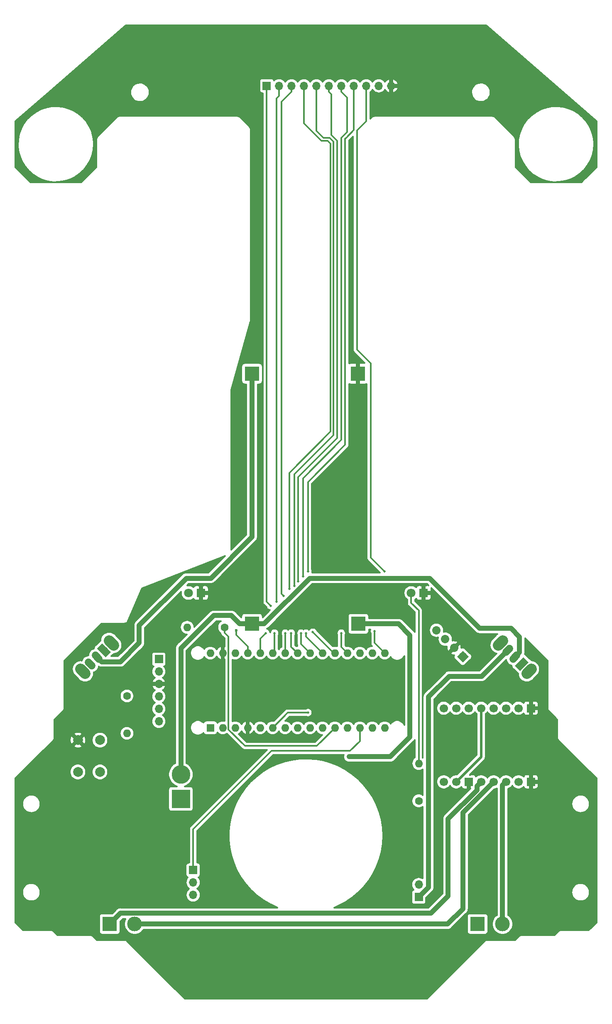
<source format=gbr>
G04 #@! TF.GenerationSoftware,KiCad,Pcbnew,(5.1.0)-1*
G04 #@! TF.CreationDate,2020-01-25T11:11:20-05:00*
G04 #@! TF.ProjectId,XLR8_V2,584c5238-5f56-4322-9e6b-696361645f70,rev?*
G04 #@! TF.SameCoordinates,Original*
G04 #@! TF.FileFunction,Copper,L1,Top*
G04 #@! TF.FilePolarity,Positive*
%FSLAX46Y46*%
G04 Gerber Fmt 4.6, Leading zero omitted, Abs format (unit mm)*
G04 Created by KiCad (PCBNEW (5.1.0)-1) date 2020-01-25 11:11:20*
%MOMM*%
%LPD*%
G04 APERTURE LIST*
%ADD10R,3.000000X3.000000*%
%ADD11O,1.600000X1.600000*%
%ADD12R,1.600000X1.600000*%
%ADD13O,1.700000X1.700000*%
%ADD14R,1.700000X1.700000*%
%ADD15C,1.700000*%
%ADD16C,1.700000*%
%ADD17C,0.100000*%
%ADD18C,2.200000*%
%ADD19C,2.200000*%
%ADD20C,1.500000*%
%ADD21C,1.500000*%
%ADD22C,2.000000*%
%ADD23C,1.600000*%
%ADD24C,3.800000*%
%ADD25R,3.800000X3.800000*%
%ADD26C,3.000000*%
%ADD27C,1.800000*%
%ADD28R,1.800000X1.800000*%
%ADD29C,0.500000*%
%ADD30C,0.600000*%
%ADD31C,0.800000*%
%ADD32C,0.305000*%
%ADD33C,0.500000*%
%ADD34C,1.000000*%
G04 APERTURE END LIST*
D10*
X96000000Y-107500000D03*
X117600000Y-107500000D03*
X117700000Y-158500000D03*
X96000000Y-158500000D03*
D11*
X123060000Y-164460000D03*
X123060000Y-179700000D03*
X87500000Y-164460000D03*
X120520000Y-179700000D03*
X90040000Y-164460000D03*
X117980000Y-179700000D03*
X92580000Y-164460000D03*
X115440000Y-179700000D03*
X95120000Y-164460000D03*
X112900000Y-179700000D03*
X97660000Y-164460000D03*
X110360000Y-179700000D03*
X100200000Y-164460000D03*
X107820000Y-179700000D03*
X102740000Y-164460000D03*
X105280000Y-179700000D03*
X105280000Y-164460000D03*
X102740000Y-179700000D03*
X107820000Y-164460000D03*
X100200000Y-179700000D03*
X110360000Y-164460000D03*
X97660000Y-179700000D03*
X112900000Y-164460000D03*
X95120000Y-179700000D03*
X115440000Y-164460000D03*
X92580000Y-179700000D03*
X117980000Y-164460000D03*
X90040000Y-179700000D03*
X120520000Y-164460000D03*
D12*
X87500000Y-179700000D03*
D13*
X124400000Y-48800000D03*
X121860000Y-48800000D03*
X119320000Y-48800000D03*
X116780000Y-48800000D03*
X114240000Y-48800000D03*
X111700000Y-48800000D03*
X109160000Y-48800000D03*
X106620000Y-48800000D03*
X104080000Y-48800000D03*
X101540000Y-48800000D03*
D14*
X99000000Y-48800000D03*
D13*
X84000000Y-213780000D03*
X84000000Y-211240000D03*
D14*
X84000000Y-208700000D03*
D13*
X77000000Y-178400000D03*
X77000000Y-175860000D03*
X77000000Y-173320000D03*
X77000000Y-170780000D03*
X77000000Y-168240000D03*
D14*
X77000000Y-165700000D03*
X152890000Y-175700000D03*
D15*
X150350000Y-175700000D03*
X147810000Y-175700000D03*
X145270000Y-175700000D03*
X142730000Y-175700000D03*
X140190000Y-175700000D03*
X137650000Y-175700000D03*
X135110000Y-175700000D03*
X135110000Y-190700000D03*
X137650000Y-190700000D03*
D14*
X140190000Y-190700000D03*
D15*
X142730000Y-190700000D03*
X145270000Y-190700000D03*
X147810000Y-190700000D03*
X150350000Y-190700000D03*
D14*
X152890000Y-190700000D03*
D15*
X133611846Y-159811846D03*
D16*
X133611846Y-159811846D02*
X133611846Y-159811846D01*
D15*
X135407898Y-161607898D03*
D16*
X135407898Y-161607898D02*
X135407898Y-161607898D01*
D15*
X137203949Y-163403949D03*
D16*
X137203949Y-163403949D02*
X137203949Y-163403949D01*
D15*
X139000000Y-165200000D03*
D17*
G36*
X139000000Y-163997918D02*
G01*
X140202082Y-165200000D01*
X139000000Y-166402082D01*
X137797918Y-165200000D01*
X139000000Y-163997918D01*
X139000000Y-163997918D01*
G37*
D18*
X146686649Y-162386649D03*
D19*
X146227030Y-162846268D02*
X147146268Y-161927030D01*
D18*
X152484924Y-168184924D03*
D19*
X152025305Y-168644543D02*
X152944543Y-167725305D01*
D20*
X148171573Y-163871573D03*
D21*
X147818020Y-164225126D02*
X148525126Y-163518020D01*
D20*
X149585786Y-165285786D03*
D21*
X149232233Y-165639339D02*
X149939339Y-164932233D01*
D20*
X151000000Y-166700000D03*
D17*
G36*
X152414214Y-166346447D02*
G01*
X150646447Y-168114214D01*
X149585786Y-167053553D01*
X151353553Y-165285786D01*
X152414214Y-166346447D01*
X152414214Y-166346447D01*
G37*
D18*
X61515076Y-168184924D03*
D19*
X61974695Y-168644543D02*
X61055457Y-167725305D01*
D18*
X67313351Y-162386649D03*
D19*
X67772970Y-162846268D02*
X66853732Y-161927030D01*
D20*
X63000000Y-166700000D03*
D21*
X63353553Y-167053553D02*
X62646447Y-166346447D01*
D20*
X64414213Y-165285787D03*
D21*
X64767766Y-165639340D02*
X64060660Y-164932234D01*
D20*
X65828427Y-163871573D03*
D17*
G36*
X65474874Y-162457359D02*
G01*
X67242641Y-164225126D01*
X66181980Y-165285787D01*
X64414213Y-163518020D01*
X65474874Y-162457359D01*
X65474874Y-162457359D01*
G37*
D22*
X60500000Y-182200000D03*
X65000000Y-182200000D03*
X60500000Y-188700000D03*
X65000000Y-188700000D03*
D11*
X130000000Y-186980000D03*
D23*
X130000000Y-194600000D03*
D11*
X82780000Y-159200000D03*
D23*
X90400000Y-159200000D03*
D11*
X70500000Y-180820000D03*
D23*
X70500000Y-173200000D03*
D13*
X130000000Y-211660000D03*
D14*
X130000000Y-214200000D03*
D24*
X81500000Y-189200000D03*
D25*
X81500000Y-194200000D03*
D26*
X147080000Y-219700000D03*
D10*
X142000000Y-219700000D03*
D26*
X72080000Y-219700000D03*
D10*
X67000000Y-219700000D03*
D27*
X128460000Y-152200000D03*
D28*
X131000000Y-152200000D03*
D27*
X83060000Y-152200000D03*
D28*
X85600000Y-152200000D03*
D29*
X123000000Y-147800000D03*
X121000000Y-160000000D03*
X95500000Y-101000000D03*
X96250000Y-99750000D03*
X96500000Y-97250000D03*
X96500000Y-98500000D03*
X117250000Y-117750000D03*
X118500000Y-120250000D03*
X117250000Y-122500000D03*
X118500000Y-124750000D03*
X117250000Y-126250000D03*
X118500000Y-128000000D03*
X115000000Y-129000000D03*
X118500000Y-130000000D03*
X112000000Y-127250000D03*
X113750000Y-125750000D03*
X115750000Y-124000000D03*
X118500000Y-116500000D03*
X117250000Y-114750000D03*
X116250000Y-132500000D03*
X112500000Y-129750000D03*
D30*
X92800000Y-159800000D03*
D29*
X98800000Y-160400000D03*
X99800000Y-154800000D03*
X101000000Y-154000000D03*
X100600000Y-160400000D03*
X102400000Y-152800000D03*
X102800000Y-160400000D03*
X103600000Y-151400000D03*
X104000000Y-160400000D03*
X104600000Y-150800000D03*
X106000000Y-160400000D03*
X107400000Y-176600000D03*
X105400000Y-149800000D03*
X107000000Y-160400000D03*
X106400000Y-148800000D03*
X108400000Y-160200000D03*
X107400000Y-147800000D03*
X114200000Y-160400000D03*
D31*
X115800000Y-185600000D03*
D32*
X119320000Y-48800000D02*
X119320000Y-55280000D01*
X119320000Y-55994191D02*
X117400000Y-57914191D01*
X119320000Y-55280000D02*
X119320000Y-55994191D01*
X117400000Y-57914191D02*
X117400000Y-102600000D01*
X117400000Y-102600000D02*
X120200000Y-105400000D01*
X120200000Y-105400000D02*
X120200000Y-145000000D01*
X120200000Y-145000000D02*
X123000000Y-147800000D01*
X123000000Y-147800000D02*
X123000000Y-147800000D01*
X121000000Y-162400000D02*
X123060000Y-164460000D01*
X121000000Y-160000000D02*
X121000000Y-162400000D01*
X84000000Y-200400000D02*
X84000000Y-208700000D01*
X100000000Y-184400000D02*
X84000000Y-200400000D01*
X116000000Y-184400000D02*
X100000000Y-184400000D01*
X117980000Y-179700000D02*
X117980000Y-182420000D01*
X117980000Y-182420000D02*
X116000000Y-184400000D01*
D33*
X142730000Y-185620000D02*
X137650000Y-190700000D01*
X142730000Y-175700000D02*
X142730000Y-185620000D01*
D32*
X95120000Y-163085630D02*
X92800000Y-160765630D01*
X95120000Y-164460000D02*
X95120000Y-163085630D01*
X92800000Y-160765630D02*
X92800000Y-159800000D01*
X92800000Y-159800000D02*
X92800000Y-159800000D01*
X92800000Y-159800000D02*
X92800000Y-159800000D01*
X90400000Y-160331370D02*
X90400000Y-159200000D01*
X91192501Y-161123871D02*
X90400000Y-160331370D01*
X91192501Y-180018203D02*
X91192501Y-161123871D01*
X94574298Y-183400000D02*
X91192501Y-180018203D01*
X109200000Y-183400000D02*
X94574298Y-183400000D01*
X112900000Y-179700000D02*
X109200000Y-183400000D01*
X99000000Y-48800000D02*
X99000000Y-154000000D01*
X99000000Y-154000000D02*
X99800000Y-154800000D01*
X99800000Y-154800000D02*
X99800000Y-154800000D01*
X97660000Y-161540000D02*
X97660000Y-164460000D01*
X98800000Y-160400000D02*
X97660000Y-161540000D01*
X99800000Y-154800000D02*
X99800000Y-154800000D01*
X101000000Y-154000000D02*
X101000000Y-154000000D01*
X100600000Y-164060000D02*
X100200000Y-164460000D01*
X100600000Y-160400000D02*
X100600000Y-164060000D01*
X101540000Y-48800000D02*
X101540000Y-50860000D01*
X101000000Y-51400000D02*
X101000000Y-66600000D01*
X101540000Y-50860000D02*
X101000000Y-51400000D01*
X101000000Y-66200000D02*
X101000000Y-66600000D01*
X101000000Y-66600000D02*
X101000000Y-154000000D01*
X104080000Y-50002081D02*
X102000000Y-52082081D01*
X104080000Y-48800000D02*
X104080000Y-50002081D01*
X102000000Y-52082081D02*
X102000000Y-66200000D01*
X102000000Y-66200000D02*
X102000000Y-152400000D01*
X102000000Y-152400000D02*
X102400000Y-152800000D01*
X102400000Y-152800000D02*
X102400000Y-152800000D01*
X102800000Y-164400000D02*
X102740000Y-164460000D01*
X102800000Y-160400000D02*
X102800000Y-164400000D01*
X106620000Y-56475410D02*
X110144590Y-60000000D01*
X106620000Y-48800000D02*
X106620000Y-56475410D01*
X110144590Y-60000000D02*
X110904590Y-60000000D01*
X110904590Y-60000000D02*
X111400000Y-60000000D01*
X111400000Y-60000000D02*
X112000000Y-60600000D01*
X112000000Y-60600000D02*
X112000000Y-65400000D01*
X112000000Y-119304590D02*
X103600000Y-127704590D01*
X112000000Y-65400000D02*
X112000000Y-119304590D01*
X103600000Y-127704590D02*
X103600000Y-151400000D01*
X103600000Y-151400000D02*
X103600000Y-151400000D01*
X104000000Y-163180000D02*
X105280000Y-164460000D01*
X104000000Y-160400000D02*
X104000000Y-163180000D01*
X104600000Y-150800000D02*
X104600000Y-150800000D01*
X106000000Y-162640000D02*
X107820000Y-164460000D01*
X106000000Y-160400000D02*
X106000000Y-162640000D01*
X109160000Y-57960000D02*
X109160000Y-48800000D01*
X104600000Y-128000000D02*
X112600000Y-120000000D01*
X104600000Y-150800000D02*
X104600000Y-128000000D01*
X112600000Y-120000000D02*
X112600000Y-60200000D01*
X112600000Y-60200000D02*
X111800000Y-59400000D01*
X111800000Y-59400000D02*
X110600000Y-59400000D01*
X110600000Y-59400000D02*
X109160000Y-57960000D01*
X103300000Y-176600000D02*
X107400000Y-176600000D01*
X100200000Y-179700000D02*
X103300000Y-176600000D01*
X111700000Y-48800000D02*
X111700000Y-48900000D01*
X105400000Y-149800000D02*
X105400000Y-149800000D01*
X107000000Y-161100000D02*
X110360000Y-164460000D01*
X107000000Y-160400000D02*
X107000000Y-161100000D01*
X105400000Y-128600000D02*
X105400000Y-149800000D01*
X111700000Y-48800000D02*
X111700000Y-50002081D01*
X111700000Y-50002081D02*
X112200000Y-50502081D01*
X112200000Y-50502081D02*
X112200000Y-58800000D01*
X112200000Y-58800000D02*
X113400000Y-60000000D01*
X113400000Y-60000000D02*
X113400000Y-120600000D01*
X113400000Y-120600000D02*
X105400000Y-128600000D01*
X106400000Y-148800000D02*
X106400000Y-148800000D01*
X112660000Y-164460000D02*
X112900000Y-164460000D01*
X108400000Y-160200000D02*
X112660000Y-164460000D01*
X106400000Y-128800000D02*
X106400000Y-148800000D01*
X114240000Y-50002081D02*
X115400000Y-51162081D01*
X114240000Y-48800000D02*
X114240000Y-50002081D01*
X115400000Y-51162081D02*
X115400000Y-58200000D01*
X115400000Y-58200000D02*
X114200000Y-59400000D01*
X114200000Y-59400000D02*
X114200000Y-121000000D01*
X114200000Y-121000000D02*
X106400000Y-128800000D01*
X116780000Y-48800000D02*
X116780000Y-57820000D01*
X116780000Y-57820000D02*
X115200000Y-59400000D01*
X115200000Y-59400000D02*
X115000000Y-59600000D01*
X115000000Y-59600000D02*
X115000000Y-74600000D01*
X115000000Y-74600000D02*
X115000000Y-122000000D01*
X115000000Y-122000000D02*
X107600000Y-129400000D01*
X107600000Y-129400000D02*
X107400000Y-129600000D01*
X107400000Y-129600000D02*
X107400000Y-147800000D01*
X107400000Y-147800000D02*
X107400000Y-147800000D01*
X114200000Y-163220000D02*
X115440000Y-164460000D01*
X114200000Y-160400000D02*
X114200000Y-163220000D01*
X130000000Y-184800000D02*
X130000000Y-155800000D01*
X128460000Y-154260000D02*
X128460000Y-152200000D01*
X130000000Y-155800000D02*
X128460000Y-154260000D01*
X130000000Y-184800000D02*
X130000000Y-186980000D01*
D34*
X145270000Y-190700000D02*
X139000000Y-196970000D01*
X139000000Y-196970000D02*
X139000000Y-216600000D01*
X135900000Y-219700000D02*
X72080000Y-219700000D01*
X139000000Y-216600000D02*
X135900000Y-219700000D01*
X141880001Y-192392929D02*
X136000000Y-198272930D01*
X142730000Y-190700000D02*
X141880001Y-191549999D01*
X141880001Y-191549999D02*
X141880001Y-192392929D01*
X136000000Y-198272930D02*
X136000000Y-214000000D01*
X69200001Y-217499999D02*
X67000000Y-219700000D01*
X132500001Y-217499999D02*
X69200001Y-217499999D01*
X136000000Y-214000000D02*
X132500001Y-217499999D01*
X147080000Y-191430000D02*
X147810000Y-190700000D01*
X147080000Y-219700000D02*
X147080000Y-191430000D01*
X81500000Y-189200000D02*
X81500000Y-163500000D01*
X81500000Y-163500000D02*
X88200000Y-156800000D01*
X93500000Y-158500000D02*
X96000000Y-158500000D01*
X91800000Y-156800000D02*
X93500000Y-158500000D01*
X88200000Y-156800000D02*
X91800000Y-156800000D01*
X98500000Y-158500000D02*
X107800000Y-149200000D01*
X96000000Y-158500000D02*
X98500000Y-158500000D01*
X107800000Y-149200000D02*
X132200000Y-149200000D01*
X132200000Y-149200000D02*
X142400000Y-159400000D01*
X142400000Y-159400000D02*
X148800000Y-159400000D01*
X150540379Y-164331193D02*
X149585786Y-165285786D01*
X150540379Y-161140379D02*
X150540379Y-164331193D01*
X148800000Y-159400000D02*
X150540379Y-161140379D01*
X125900000Y-158500000D02*
X117700000Y-158500000D01*
X128200000Y-160800000D02*
X125900000Y-158500000D01*
X128200000Y-181600000D02*
X128200000Y-160800000D01*
X115800000Y-185600000D02*
X124200000Y-185600000D01*
X124200000Y-185600000D02*
X128200000Y-181600000D01*
X131800000Y-212400000D02*
X130000000Y-214200000D01*
X132000000Y-212200000D02*
X131800000Y-212400000D01*
X132000000Y-173400000D02*
X132000000Y-212200000D01*
X136200000Y-169200000D02*
X132000000Y-173400000D01*
X148171573Y-163871573D02*
X142843146Y-169200000D01*
X142843146Y-169200000D02*
X136200000Y-169200000D01*
X65368806Y-166240380D02*
X64414213Y-165285787D01*
X69159620Y-166240380D02*
X65368806Y-166240380D01*
X96000000Y-107500000D02*
X96000000Y-140800000D01*
X96000000Y-140800000D02*
X87600000Y-149200000D01*
X87600000Y-149200000D02*
X82600000Y-149200000D01*
X82600000Y-149200000D02*
X73000000Y-158800000D01*
X73000000Y-158800000D02*
X73000000Y-162400000D01*
X73000000Y-162400000D02*
X69159620Y-166240380D01*
D32*
G36*
X166264501Y-56035117D02*
G01*
X166264500Y-65395346D01*
X163505466Y-68154380D01*
X163195347Y-68464500D01*
X152804654Y-68464500D01*
X152545624Y-68205471D01*
X152545620Y-68205466D01*
X149735500Y-65395347D01*
X149735500Y-60903015D01*
X150247158Y-60903015D01*
X150362323Y-62046728D01*
X150645276Y-63160856D01*
X151089799Y-64220923D01*
X151686127Y-65203642D01*
X152421160Y-66087423D01*
X153278751Y-66852852D01*
X154240059Y-67483113D01*
X155283967Y-67964361D01*
X156387541Y-68286024D01*
X157526538Y-68441034D01*
X158675936Y-68425988D01*
X159810486Y-68241215D01*
X160905261Y-67890774D01*
X161936214Y-67382365D01*
X162880694Y-66727156D01*
X163717954Y-65939540D01*
X164429601Y-65036821D01*
X165000000Y-64038829D01*
X165416622Y-62967489D01*
X165670313Y-61846336D01*
X165755500Y-60700000D01*
X165744871Y-60294108D01*
X165599806Y-59153802D01*
X165287786Y-58047463D01*
X164815666Y-56999395D01*
X164193818Y-56032624D01*
X163435902Y-55168386D01*
X162558569Y-54425669D01*
X161581091Y-53820787D01*
X160524944Y-53367031D01*
X159413328Y-53074367D01*
X158270663Y-52949224D01*
X157122052Y-52994353D01*
X155992729Y-53208762D01*
X154907502Y-53587741D01*
X153890211Y-54122963D01*
X152963206Y-54802672D01*
X152146850Y-55611934D01*
X151459078Y-56532973D01*
X150914998Y-57545554D01*
X150526564Y-58627433D01*
X150302308Y-59754842D01*
X150247158Y-60903015D01*
X149735500Y-60903015D01*
X149735500Y-59736116D01*
X149739057Y-59699999D01*
X149735500Y-59663882D01*
X149735500Y-59663876D01*
X149724857Y-59555817D01*
X149682801Y-59417175D01*
X149614504Y-59289401D01*
X149563420Y-59227155D01*
X149545620Y-59205466D01*
X149545618Y-59205464D01*
X149522592Y-59177407D01*
X149494536Y-59154382D01*
X145545627Y-55205474D01*
X145522593Y-55177407D01*
X145410599Y-55085496D01*
X145282825Y-55017199D01*
X145144183Y-54975143D01*
X145036124Y-54964500D01*
X145000000Y-54960942D01*
X144963876Y-54964500D01*
X121036123Y-54964500D01*
X120999999Y-54960942D01*
X120855817Y-54975143D01*
X120717175Y-55017199D01*
X120589401Y-55085496D01*
X120477407Y-55177407D01*
X120454378Y-55205468D01*
X120133000Y-55526846D01*
X120133000Y-50078179D01*
X120163249Y-50062011D01*
X120393252Y-49873252D01*
X120582011Y-49643249D01*
X120590000Y-49628303D01*
X120597989Y-49643249D01*
X120786748Y-49873252D01*
X121016751Y-50062011D01*
X121279160Y-50202272D01*
X121563890Y-50288644D01*
X121785800Y-50310500D01*
X121934200Y-50310500D01*
X122156110Y-50288644D01*
X122440840Y-50202272D01*
X122703249Y-50062011D01*
X122933252Y-49873252D01*
X123122011Y-49643249D01*
X123136269Y-49616574D01*
X123258804Y-49789601D01*
X123473793Y-49993222D01*
X123724376Y-50150989D01*
X123922446Y-50233022D01*
X124152500Y-50122414D01*
X124152500Y-49047500D01*
X124647500Y-49047500D01*
X124647500Y-50122414D01*
X124877554Y-50233022D01*
X125075624Y-50150989D01*
X125081367Y-50147373D01*
X140709691Y-50147373D01*
X140752342Y-50527611D01*
X140868035Y-50892323D01*
X141052365Y-51227618D01*
X141298310Y-51520724D01*
X141596502Y-51760476D01*
X141935584Y-51937744D01*
X142302639Y-52045774D01*
X142683687Y-52080452D01*
X143064213Y-52040457D01*
X143429724Y-51927313D01*
X143766298Y-51745328D01*
X144061113Y-51501435D01*
X144302942Y-51204924D01*
X144482572Y-50867088D01*
X144593163Y-50500796D01*
X144630500Y-50120000D01*
X144629736Y-50065260D01*
X144581780Y-49685654D01*
X144461006Y-49322593D01*
X144272013Y-48989904D01*
X144021999Y-48700261D01*
X143720488Y-48464695D01*
X143378965Y-48292179D01*
X143010437Y-48189284D01*
X142628942Y-48159930D01*
X142249011Y-48205234D01*
X141885116Y-48323471D01*
X141551116Y-48510137D01*
X141259734Y-48758122D01*
X141022069Y-49057981D01*
X140847173Y-49398292D01*
X140741708Y-49766092D01*
X140709691Y-50147373D01*
X125081367Y-50147373D01*
X125326207Y-49993222D01*
X125541196Y-49789601D01*
X125712330Y-49547950D01*
X125833032Y-49277555D01*
X125724970Y-49047500D01*
X124647500Y-49047500D01*
X124152500Y-49047500D01*
X124132500Y-49047500D01*
X124132500Y-48552500D01*
X124152500Y-48552500D01*
X124152500Y-47477586D01*
X124647500Y-47477586D01*
X124647500Y-48552500D01*
X125724970Y-48552500D01*
X125833032Y-48322445D01*
X125712330Y-48052050D01*
X125541196Y-47810399D01*
X125326207Y-47606778D01*
X125075624Y-47449011D01*
X124877554Y-47366978D01*
X124647500Y-47477586D01*
X124152500Y-47477586D01*
X123922446Y-47366978D01*
X123724376Y-47449011D01*
X123473793Y-47606778D01*
X123258804Y-47810399D01*
X123136269Y-47983426D01*
X123122011Y-47956751D01*
X122933252Y-47726748D01*
X122703249Y-47537989D01*
X122440840Y-47397728D01*
X122156110Y-47311356D01*
X121934200Y-47289500D01*
X121785800Y-47289500D01*
X121563890Y-47311356D01*
X121279160Y-47397728D01*
X121016751Y-47537989D01*
X120786748Y-47726748D01*
X120597989Y-47956751D01*
X120590000Y-47971697D01*
X120582011Y-47956751D01*
X120393252Y-47726748D01*
X120163249Y-47537989D01*
X119900840Y-47397728D01*
X119616110Y-47311356D01*
X119394200Y-47289500D01*
X119245800Y-47289500D01*
X119023890Y-47311356D01*
X118739160Y-47397728D01*
X118476751Y-47537989D01*
X118246748Y-47726748D01*
X118057989Y-47956751D01*
X118050000Y-47971697D01*
X118042011Y-47956751D01*
X117853252Y-47726748D01*
X117623249Y-47537989D01*
X117360840Y-47397728D01*
X117076110Y-47311356D01*
X116854200Y-47289500D01*
X116705800Y-47289500D01*
X116483890Y-47311356D01*
X116199160Y-47397728D01*
X115936751Y-47537989D01*
X115706748Y-47726748D01*
X115517989Y-47956751D01*
X115510000Y-47971697D01*
X115502011Y-47956751D01*
X115313252Y-47726748D01*
X115083249Y-47537989D01*
X114820840Y-47397728D01*
X114536110Y-47311356D01*
X114314200Y-47289500D01*
X114165800Y-47289500D01*
X113943890Y-47311356D01*
X113659160Y-47397728D01*
X113396751Y-47537989D01*
X113166748Y-47726748D01*
X112977989Y-47956751D01*
X112970000Y-47971697D01*
X112962011Y-47956751D01*
X112773252Y-47726748D01*
X112543249Y-47537989D01*
X112280840Y-47397728D01*
X111996110Y-47311356D01*
X111774200Y-47289500D01*
X111625800Y-47289500D01*
X111403890Y-47311356D01*
X111119160Y-47397728D01*
X110856751Y-47537989D01*
X110626748Y-47726748D01*
X110437989Y-47956751D01*
X110430000Y-47971697D01*
X110422011Y-47956751D01*
X110233252Y-47726748D01*
X110003249Y-47537989D01*
X109740840Y-47397728D01*
X109456110Y-47311356D01*
X109234200Y-47289500D01*
X109085800Y-47289500D01*
X108863890Y-47311356D01*
X108579160Y-47397728D01*
X108316751Y-47537989D01*
X108086748Y-47726748D01*
X107897989Y-47956751D01*
X107890000Y-47971697D01*
X107882011Y-47956751D01*
X107693252Y-47726748D01*
X107463249Y-47537989D01*
X107200840Y-47397728D01*
X106916110Y-47311356D01*
X106694200Y-47289500D01*
X106545800Y-47289500D01*
X106323890Y-47311356D01*
X106039160Y-47397728D01*
X105776751Y-47537989D01*
X105546748Y-47726748D01*
X105357989Y-47956751D01*
X105350000Y-47971697D01*
X105342011Y-47956751D01*
X105153252Y-47726748D01*
X104923249Y-47537989D01*
X104660840Y-47397728D01*
X104376110Y-47311356D01*
X104154200Y-47289500D01*
X104005800Y-47289500D01*
X103783890Y-47311356D01*
X103499160Y-47397728D01*
X103236751Y-47537989D01*
X103006748Y-47726748D01*
X102817989Y-47956751D01*
X102810000Y-47971697D01*
X102802011Y-47956751D01*
X102613252Y-47726748D01*
X102383249Y-47537989D01*
X102120840Y-47397728D01*
X101836110Y-47311356D01*
X101614200Y-47289500D01*
X101465800Y-47289500D01*
X101243890Y-47311356D01*
X100959160Y-47397728D01*
X100696751Y-47537989D01*
X100471351Y-47722971D01*
X100463174Y-47696015D01*
X100401842Y-47581271D01*
X100319303Y-47480697D01*
X100218729Y-47398158D01*
X100103985Y-47336826D01*
X99979480Y-47299058D01*
X99850000Y-47286305D01*
X98150000Y-47286305D01*
X98020520Y-47299058D01*
X97896015Y-47336826D01*
X97781271Y-47398158D01*
X97680697Y-47480697D01*
X97598158Y-47581271D01*
X97536826Y-47696015D01*
X97499058Y-47820520D01*
X97486305Y-47950000D01*
X97486305Y-49650000D01*
X97499058Y-49779480D01*
X97536826Y-49903985D01*
X97598158Y-50018729D01*
X97680697Y-50119303D01*
X97781271Y-50201842D01*
X97896015Y-50263174D01*
X98020520Y-50300942D01*
X98150000Y-50313695D01*
X98187000Y-50313695D01*
X98187001Y-153960057D01*
X98183067Y-154000000D01*
X98198764Y-154159375D01*
X98245252Y-154312626D01*
X98320745Y-154453863D01*
X98320746Y-154453864D01*
X98422342Y-154577659D01*
X98453364Y-154603118D01*
X98930615Y-155080369D01*
X98993125Y-155231284D01*
X99092768Y-155380410D01*
X99219590Y-155507232D01*
X99368716Y-155606875D01*
X99534417Y-155675510D01*
X99658596Y-155700211D01*
X98163695Y-157195112D01*
X98163695Y-157000000D01*
X98150942Y-156870520D01*
X98113174Y-156746015D01*
X98051842Y-156631271D01*
X97969303Y-156530697D01*
X97868729Y-156448158D01*
X97753985Y-156386826D01*
X97629480Y-156349058D01*
X97500000Y-156336305D01*
X94500000Y-156336305D01*
X94370520Y-156349058D01*
X94246015Y-156386826D01*
X94131271Y-156448158D01*
X94030697Y-156530697D01*
X93948158Y-156631271D01*
X93886826Y-156746015D01*
X93849058Y-156870520D01*
X93836305Y-157000000D01*
X93836305Y-157195111D01*
X92660919Y-156019726D01*
X92624568Y-155975432D01*
X92447859Y-155830411D01*
X92246253Y-155722650D01*
X92027498Y-155656292D01*
X91857009Y-155639500D01*
X91800000Y-155633885D01*
X91742991Y-155639500D01*
X88257009Y-155639500D01*
X88200000Y-155633885D01*
X88142991Y-155639500D01*
X87972502Y-155656292D01*
X87753747Y-155722650D01*
X87552141Y-155830411D01*
X87375432Y-155975432D01*
X87339085Y-156019721D01*
X84239608Y-159119199D01*
X84219367Y-158913692D01*
X84135854Y-158638387D01*
X84000237Y-158384664D01*
X83817726Y-158162274D01*
X83595336Y-157979763D01*
X83341613Y-157844146D01*
X83066308Y-157760633D01*
X82851742Y-157739500D01*
X82708258Y-157739500D01*
X82493692Y-157760633D01*
X82218387Y-157844146D01*
X81964664Y-157979763D01*
X81742274Y-158162274D01*
X81559763Y-158384664D01*
X81424146Y-158638387D01*
X81340633Y-158913692D01*
X81312434Y-159200000D01*
X81340633Y-159486308D01*
X81424146Y-159761613D01*
X81559763Y-160015336D01*
X81742274Y-160237726D01*
X81964664Y-160420237D01*
X82218387Y-160555854D01*
X82493692Y-160639367D01*
X82699199Y-160659608D01*
X80719722Y-162639085D01*
X80675433Y-162675432D01*
X80595360Y-162773002D01*
X80530411Y-162852142D01*
X80422650Y-163053748D01*
X80356292Y-163272503D01*
X80333885Y-163500000D01*
X80339501Y-163557019D01*
X80339500Y-186909230D01*
X80287149Y-186930914D01*
X79867776Y-187211130D01*
X79511130Y-187567776D01*
X79230914Y-187987149D01*
X79037899Y-188453130D01*
X78939500Y-188947813D01*
X78939500Y-189452187D01*
X79037899Y-189946870D01*
X79230914Y-190412851D01*
X79511130Y-190832224D01*
X79867776Y-191188870D01*
X80287149Y-191469086D01*
X80690853Y-191636305D01*
X79600000Y-191636305D01*
X79470520Y-191649058D01*
X79346015Y-191686826D01*
X79231271Y-191748158D01*
X79130697Y-191830697D01*
X79048158Y-191931271D01*
X78986826Y-192046015D01*
X78949058Y-192170520D01*
X78936305Y-192300000D01*
X78936305Y-196100000D01*
X78949058Y-196229480D01*
X78986826Y-196353985D01*
X79048158Y-196468729D01*
X79130697Y-196569303D01*
X79231271Y-196651842D01*
X79346015Y-196713174D01*
X79470520Y-196750942D01*
X79600000Y-196763695D01*
X83400000Y-196763695D01*
X83529480Y-196750942D01*
X83653985Y-196713174D01*
X83768729Y-196651842D01*
X83869303Y-196569303D01*
X83951842Y-196468729D01*
X84013174Y-196353985D01*
X84050942Y-196229480D01*
X84063695Y-196100000D01*
X84063695Y-192300000D01*
X84050942Y-192170520D01*
X84013174Y-192046015D01*
X83951842Y-191931271D01*
X83869303Y-191830697D01*
X83768729Y-191748158D01*
X83653985Y-191686826D01*
X83529480Y-191649058D01*
X83400000Y-191636305D01*
X82309147Y-191636305D01*
X82712851Y-191469086D01*
X83132224Y-191188870D01*
X83488870Y-190832224D01*
X83769086Y-190412851D01*
X83962101Y-189946870D01*
X84060500Y-189452187D01*
X84060500Y-188947813D01*
X83962101Y-188453130D01*
X83769086Y-187987149D01*
X83488870Y-187567776D01*
X83132224Y-187211130D01*
X82712851Y-186930914D01*
X82660500Y-186909230D01*
X82660500Y-164307289D01*
X83409500Y-164307289D01*
X83409500Y-164612711D01*
X83469085Y-164912264D01*
X83585965Y-165194437D01*
X83755648Y-165448386D01*
X83971614Y-165664352D01*
X84225563Y-165834035D01*
X84507736Y-165950915D01*
X84807289Y-166010500D01*
X85112711Y-166010500D01*
X85412264Y-165950915D01*
X85694437Y-165834035D01*
X85948386Y-165664352D01*
X86164352Y-165448386D01*
X86279883Y-165275482D01*
X86462274Y-165497726D01*
X86684664Y-165680237D01*
X86938387Y-165815854D01*
X87213692Y-165899367D01*
X87428258Y-165920500D01*
X87571742Y-165920500D01*
X87786308Y-165899367D01*
X88061613Y-165815854D01*
X88315336Y-165680237D01*
X88537726Y-165497726D01*
X88720237Y-165275336D01*
X88770836Y-165180671D01*
X88775245Y-165190398D01*
X88942040Y-165423105D01*
X89151029Y-165618801D01*
X89394181Y-165769965D01*
X89570379Y-165842937D01*
X89792500Y-165731511D01*
X89792500Y-164707500D01*
X89772500Y-164707500D01*
X89772500Y-164212500D01*
X89792500Y-164212500D01*
X89792500Y-163188489D01*
X89570379Y-163077063D01*
X89394181Y-163150035D01*
X89151029Y-163301199D01*
X88942040Y-163496895D01*
X88775245Y-163729602D01*
X88770836Y-163739329D01*
X88720237Y-163644664D01*
X88537726Y-163422274D01*
X88315336Y-163239763D01*
X88061613Y-163104146D01*
X87786308Y-163020633D01*
X87571742Y-162999500D01*
X87428258Y-162999500D01*
X87213692Y-163020633D01*
X86938387Y-163104146D01*
X86684664Y-163239763D01*
X86462274Y-163422274D01*
X86279883Y-163644518D01*
X86164352Y-163471614D01*
X85948386Y-163255648D01*
X85694437Y-163085965D01*
X85412264Y-162969085D01*
X85112711Y-162909500D01*
X84807289Y-162909500D01*
X84507736Y-162969085D01*
X84225563Y-163085965D01*
X83971614Y-163255648D01*
X83755648Y-163471614D01*
X83585965Y-163725563D01*
X83469085Y-164007736D01*
X83409500Y-164307289D01*
X82660500Y-164307289D01*
X82660500Y-163980693D01*
X88680694Y-157960500D01*
X89626211Y-157960500D01*
X89468985Y-158065555D01*
X89265555Y-158268985D01*
X89105721Y-158508194D01*
X88995626Y-158773988D01*
X88939500Y-159056153D01*
X88939500Y-159343847D01*
X88995626Y-159626012D01*
X89105721Y-159891806D01*
X89265555Y-160131015D01*
X89468985Y-160334445D01*
X89591428Y-160416258D01*
X89598764Y-160490745D01*
X89645252Y-160643996D01*
X89720745Y-160785233D01*
X89822341Y-160909029D01*
X89853369Y-160934493D01*
X90379502Y-161460627D01*
X90379502Y-163142337D01*
X90287500Y-163188489D01*
X90287500Y-164212500D01*
X90307500Y-164212500D01*
X90307500Y-164707500D01*
X90287500Y-164707500D01*
X90287500Y-165731511D01*
X90379502Y-165777663D01*
X90379501Y-178276769D01*
X90326308Y-178260633D01*
X90111742Y-178239500D01*
X89968258Y-178239500D01*
X89753692Y-178260633D01*
X89478387Y-178344146D01*
X89224664Y-178479763D01*
X89002274Y-178662274D01*
X88940821Y-178737155D01*
X88913174Y-178646015D01*
X88851842Y-178531271D01*
X88769303Y-178430697D01*
X88668729Y-178348158D01*
X88553985Y-178286826D01*
X88429480Y-178249058D01*
X88300000Y-178236305D01*
X86700000Y-178236305D01*
X86570520Y-178249058D01*
X86446015Y-178286826D01*
X86331271Y-178348158D01*
X86230697Y-178430697D01*
X86148158Y-178531271D01*
X86090980Y-178638242D01*
X85948386Y-178495648D01*
X85694437Y-178325965D01*
X85412264Y-178209085D01*
X85112711Y-178149500D01*
X84807289Y-178149500D01*
X84507736Y-178209085D01*
X84225563Y-178325965D01*
X83971614Y-178495648D01*
X83755648Y-178711614D01*
X83585965Y-178965563D01*
X83469085Y-179247736D01*
X83409500Y-179547289D01*
X83409500Y-179852711D01*
X83469085Y-180152264D01*
X83585965Y-180434437D01*
X83755648Y-180688386D01*
X83971614Y-180904352D01*
X84225563Y-181074035D01*
X84507736Y-181190915D01*
X84807289Y-181250500D01*
X85112711Y-181250500D01*
X85412264Y-181190915D01*
X85694437Y-181074035D01*
X85948386Y-180904352D01*
X86090980Y-180761758D01*
X86148158Y-180868729D01*
X86230697Y-180969303D01*
X86331271Y-181051842D01*
X86446015Y-181113174D01*
X86570520Y-181150942D01*
X86700000Y-181163695D01*
X88300000Y-181163695D01*
X88429480Y-181150942D01*
X88553985Y-181113174D01*
X88668729Y-181051842D01*
X88769303Y-180969303D01*
X88851842Y-180868729D01*
X88913174Y-180753985D01*
X88940821Y-180662845D01*
X89002274Y-180737726D01*
X89224664Y-180920237D01*
X89478387Y-181055854D01*
X89753692Y-181139367D01*
X89968258Y-181160500D01*
X90111742Y-181160500D01*
X90326308Y-181139367D01*
X90601613Y-181055854D01*
X90855336Y-180920237D01*
X90904463Y-180879919D01*
X93971184Y-183946642D01*
X93996639Y-183977659D01*
X94120434Y-184079255D01*
X94261671Y-184154748D01*
X94414922Y-184201236D01*
X94534365Y-184213000D01*
X94534367Y-184213000D01*
X94574297Y-184216933D01*
X94614227Y-184213000D01*
X99037245Y-184213000D01*
X83453369Y-199796877D01*
X83422341Y-199822341D01*
X83320746Y-199946136D01*
X83320745Y-199946137D01*
X83245252Y-200087374D01*
X83198764Y-200240625D01*
X83183067Y-200400000D01*
X83187000Y-200439933D01*
X83187001Y-207186305D01*
X83150000Y-207186305D01*
X83020520Y-207199058D01*
X82896015Y-207236826D01*
X82781271Y-207298158D01*
X82680697Y-207380697D01*
X82598158Y-207481271D01*
X82536826Y-207596015D01*
X82499058Y-207720520D01*
X82486305Y-207850000D01*
X82486305Y-209550000D01*
X82499058Y-209679480D01*
X82536826Y-209803985D01*
X82598158Y-209918729D01*
X82680697Y-210019303D01*
X82781271Y-210101842D01*
X82896015Y-210163174D01*
X82922971Y-210171351D01*
X82737989Y-210396751D01*
X82597728Y-210659160D01*
X82511356Y-210943890D01*
X82482192Y-211240000D01*
X82511356Y-211536110D01*
X82597728Y-211820840D01*
X82737989Y-212083249D01*
X82926748Y-212313252D01*
X83156751Y-212502011D01*
X83171697Y-212510000D01*
X83156751Y-212517989D01*
X82926748Y-212706748D01*
X82737989Y-212936751D01*
X82597728Y-213199160D01*
X82511356Y-213483890D01*
X82482192Y-213780000D01*
X82511356Y-214076110D01*
X82597728Y-214360840D01*
X82737989Y-214623249D01*
X82926748Y-214853252D01*
X83156751Y-215042011D01*
X83419160Y-215182272D01*
X83703890Y-215268644D01*
X83925800Y-215290500D01*
X84074200Y-215290500D01*
X84296110Y-215268644D01*
X84580840Y-215182272D01*
X84843249Y-215042011D01*
X85073252Y-214853252D01*
X85262011Y-214623249D01*
X85402272Y-214360840D01*
X85488644Y-214076110D01*
X85517808Y-213780000D01*
X85488644Y-213483890D01*
X85402272Y-213199160D01*
X85262011Y-212936751D01*
X85073252Y-212706748D01*
X84843249Y-212517989D01*
X84828303Y-212510000D01*
X84843249Y-212502011D01*
X85073252Y-212313252D01*
X85262011Y-212083249D01*
X85402272Y-211820840D01*
X85488644Y-211536110D01*
X85517808Y-211240000D01*
X85488644Y-210943890D01*
X85402272Y-210659160D01*
X85262011Y-210396751D01*
X85077029Y-210171351D01*
X85103985Y-210163174D01*
X85218729Y-210101842D01*
X85319303Y-210019303D01*
X85401842Y-209918729D01*
X85463174Y-209803985D01*
X85500942Y-209679480D01*
X85513695Y-209550000D01*
X85513695Y-207850000D01*
X85500942Y-207720520D01*
X85463174Y-207596015D01*
X85401842Y-207481271D01*
X85319303Y-207380697D01*
X85218729Y-207298158D01*
X85103985Y-207236826D01*
X84979480Y-207199058D01*
X84850000Y-207186305D01*
X84813000Y-207186305D01*
X84813000Y-200736754D01*
X100336755Y-185213000D01*
X114704676Y-185213000D01*
X114656292Y-185372502D01*
X114633885Y-185600000D01*
X114656292Y-185827498D01*
X114722650Y-186046253D01*
X114830411Y-186247859D01*
X114975432Y-186424568D01*
X115152141Y-186569589D01*
X115353747Y-186677350D01*
X115572502Y-186743708D01*
X115742991Y-186760500D01*
X124142991Y-186760500D01*
X124200000Y-186766115D01*
X124257009Y-186760500D01*
X124427498Y-186743708D01*
X124646253Y-186677350D01*
X124847859Y-186569589D01*
X125024568Y-186424568D01*
X125060919Y-186380274D01*
X128980286Y-182460909D01*
X129024568Y-182424568D01*
X129169589Y-182247859D01*
X129187000Y-182215285D01*
X129187000Y-185758514D01*
X129184664Y-185759763D01*
X128962274Y-185942274D01*
X128779763Y-186164664D01*
X128644146Y-186418387D01*
X128560633Y-186693692D01*
X128532434Y-186980000D01*
X128560633Y-187266308D01*
X128644146Y-187541613D01*
X128779763Y-187795336D01*
X128962274Y-188017726D01*
X129184664Y-188200237D01*
X129438387Y-188335854D01*
X129713692Y-188419367D01*
X129928258Y-188440500D01*
X130071742Y-188440500D01*
X130286308Y-188419367D01*
X130561613Y-188335854D01*
X130815336Y-188200237D01*
X130839500Y-188180406D01*
X130839501Y-193404407D01*
X130691806Y-193305721D01*
X130426012Y-193195626D01*
X130143847Y-193139500D01*
X129856153Y-193139500D01*
X129573988Y-193195626D01*
X129308194Y-193305721D01*
X129068985Y-193465555D01*
X128865555Y-193668985D01*
X128705721Y-193908194D01*
X128595626Y-194173988D01*
X128539500Y-194456153D01*
X128539500Y-194743847D01*
X128595626Y-195026012D01*
X128705721Y-195291806D01*
X128865555Y-195531015D01*
X129068985Y-195734445D01*
X129308194Y-195894279D01*
X129573988Y-196004374D01*
X129856153Y-196060500D01*
X130143847Y-196060500D01*
X130426012Y-196004374D01*
X130691806Y-195894279D01*
X130839501Y-195795593D01*
X130839501Y-210395986D01*
X130580840Y-210257728D01*
X130296110Y-210171356D01*
X130074200Y-210149500D01*
X129925800Y-210149500D01*
X129703890Y-210171356D01*
X129419160Y-210257728D01*
X129156751Y-210397989D01*
X128926748Y-210586748D01*
X128737989Y-210816751D01*
X128597728Y-211079160D01*
X128511356Y-211363890D01*
X128482192Y-211660000D01*
X128511356Y-211956110D01*
X128597728Y-212240840D01*
X128737989Y-212503249D01*
X128922971Y-212728649D01*
X128896015Y-212736826D01*
X128781271Y-212798158D01*
X128680697Y-212880697D01*
X128598158Y-212981271D01*
X128536826Y-213096015D01*
X128499058Y-213220520D01*
X128486305Y-213350000D01*
X128486305Y-215050000D01*
X128499058Y-215179480D01*
X128536826Y-215303985D01*
X128598158Y-215418729D01*
X128680697Y-215519303D01*
X128781271Y-215601842D01*
X128896015Y-215663174D01*
X129020520Y-215700942D01*
X129150000Y-215713695D01*
X130850000Y-215713695D01*
X130979480Y-215700942D01*
X131103985Y-215663174D01*
X131218729Y-215601842D01*
X131319303Y-215519303D01*
X131401842Y-215418729D01*
X131463174Y-215303985D01*
X131500942Y-215179480D01*
X131513695Y-215050000D01*
X131513695Y-214327499D01*
X132660908Y-213180287D01*
X132660916Y-213180277D01*
X132780278Y-213060916D01*
X132824568Y-213024568D01*
X132969589Y-212847859D01*
X133077350Y-212646253D01*
X133143708Y-212427498D01*
X133160500Y-212257009D01*
X133166115Y-212200000D01*
X133160500Y-212142991D01*
X133160500Y-173880693D01*
X136680694Y-170360500D01*
X142786137Y-170360500D01*
X142843146Y-170366115D01*
X142900155Y-170360500D01*
X143070644Y-170343708D01*
X143289399Y-170277350D01*
X143491005Y-170169589D01*
X143667714Y-170024568D01*
X143704065Y-169980274D01*
X147835540Y-165848801D01*
X147842143Y-165915845D01*
X147922797Y-166181725D01*
X148053771Y-166426762D01*
X148230034Y-166641538D01*
X148444810Y-166817801D01*
X148689847Y-166948775D01*
X148925374Y-167020221D01*
X148922091Y-167053553D01*
X148934844Y-167183033D01*
X148972612Y-167307538D01*
X149033944Y-167422282D01*
X149116483Y-167522856D01*
X150177144Y-168583517D01*
X150256708Y-168648813D01*
X150290278Y-168989661D01*
X150390946Y-169321517D01*
X150554421Y-169627357D01*
X150774421Y-169895427D01*
X151042491Y-170115427D01*
X151348331Y-170278902D01*
X151680187Y-170379570D01*
X152025305Y-170413561D01*
X152370423Y-170379570D01*
X152702279Y-170278902D01*
X153008119Y-170115427D01*
X153209012Y-169950558D01*
X154250558Y-168909012D01*
X154415427Y-168708118D01*
X154578903Y-168402280D01*
X154679570Y-168070424D01*
X154713561Y-167725305D01*
X154679570Y-167380187D01*
X154578903Y-167048331D01*
X154415427Y-166742491D01*
X154195427Y-166474421D01*
X153927357Y-166254421D01*
X153621517Y-166090945D01*
X153289661Y-165990278D01*
X152948813Y-165956708D01*
X152883517Y-165877144D01*
X151822856Y-164816483D01*
X151722282Y-164733944D01*
X151643671Y-164691926D01*
X151684087Y-164558691D01*
X151700879Y-164388202D01*
X151700879Y-164388195D01*
X151706493Y-164331194D01*
X151700879Y-164274193D01*
X151700879Y-161441032D01*
X156264501Y-166004655D01*
X156264500Y-175663876D01*
X156260942Y-175700000D01*
X156264500Y-175736123D01*
X156275143Y-175844182D01*
X156317199Y-175982824D01*
X156385496Y-176110598D01*
X156477407Y-176222592D01*
X156505469Y-176245623D01*
X158264501Y-178004655D01*
X158264500Y-181663876D01*
X158260942Y-181700000D01*
X158264500Y-181736123D01*
X158275143Y-181844182D01*
X158317199Y-181982824D01*
X158385496Y-182110598D01*
X158477407Y-182222592D01*
X158505470Y-182245623D01*
X164505466Y-188245620D01*
X164505471Y-188245624D01*
X166264501Y-190004655D01*
X166264500Y-219395346D01*
X164695347Y-220964500D01*
X159036124Y-220964500D01*
X159000000Y-220960942D01*
X158855817Y-220975143D01*
X158717174Y-221017199D01*
X158604849Y-221077239D01*
X158589401Y-221085496D01*
X158477407Y-221177407D01*
X158454380Y-221205466D01*
X157695347Y-221964500D01*
X151036124Y-221964500D01*
X151000000Y-221960942D01*
X150855817Y-221975143D01*
X150717174Y-222017199D01*
X150589401Y-222085496D01*
X150477407Y-222177407D01*
X150454380Y-222205466D01*
X149695347Y-222964500D01*
X144036124Y-222964500D01*
X144000000Y-222960942D01*
X143963876Y-222964500D01*
X143855817Y-222975143D01*
X143717175Y-223017199D01*
X143589401Y-223085496D01*
X143477407Y-223177407D01*
X143454380Y-223205466D01*
X131695347Y-234964500D01*
X82304654Y-234964500D01*
X70545627Y-223205474D01*
X70522593Y-223177407D01*
X70410599Y-223085496D01*
X70282825Y-223017199D01*
X70144183Y-222975143D01*
X70036124Y-222964500D01*
X70000000Y-222960942D01*
X69963876Y-222964500D01*
X64304654Y-222964500D01*
X63545627Y-222205474D01*
X63522593Y-222177407D01*
X63410599Y-222085496D01*
X63282825Y-222017199D01*
X63144183Y-221975143D01*
X63036124Y-221964500D01*
X63000000Y-221960942D01*
X62963876Y-221964500D01*
X56304654Y-221964500D01*
X55545627Y-221205474D01*
X55522593Y-221177407D01*
X55410599Y-221085496D01*
X55282825Y-221017199D01*
X55144183Y-220975143D01*
X55036124Y-220964500D01*
X55000000Y-220960942D01*
X54963876Y-220964500D01*
X49304654Y-220964500D01*
X47735500Y-219395347D01*
X47735500Y-218200000D01*
X64836305Y-218200000D01*
X64836305Y-221200000D01*
X64849058Y-221329480D01*
X64886826Y-221453985D01*
X64948158Y-221568729D01*
X65030697Y-221669303D01*
X65131271Y-221751842D01*
X65246015Y-221813174D01*
X65370520Y-221850942D01*
X65500000Y-221863695D01*
X68500000Y-221863695D01*
X68629480Y-221850942D01*
X68753985Y-221813174D01*
X68868729Y-221751842D01*
X68969303Y-221669303D01*
X69051842Y-221568729D01*
X69113174Y-221453985D01*
X69150942Y-221329480D01*
X69163695Y-221200000D01*
X69163695Y-219177499D01*
X69680696Y-218660499D01*
X70176161Y-218660499D01*
X70165390Y-218676619D01*
X70002527Y-219069805D01*
X69919500Y-219487209D01*
X69919500Y-219912791D01*
X70002527Y-220330195D01*
X70165390Y-220723381D01*
X70401830Y-221077239D01*
X70702761Y-221378170D01*
X71056619Y-221614610D01*
X71449805Y-221777473D01*
X71867209Y-221860500D01*
X72292791Y-221860500D01*
X72710195Y-221777473D01*
X73103381Y-221614610D01*
X73457239Y-221378170D01*
X73758170Y-221077239D01*
X73902990Y-220860500D01*
X135842991Y-220860500D01*
X135900000Y-220866115D01*
X135957009Y-220860500D01*
X136127498Y-220843708D01*
X136346253Y-220777350D01*
X136547859Y-220669589D01*
X136724568Y-220524568D01*
X136760919Y-220480274D01*
X139041193Y-218200000D01*
X139836305Y-218200000D01*
X139836305Y-221200000D01*
X139849058Y-221329480D01*
X139886826Y-221453985D01*
X139948158Y-221568729D01*
X140030697Y-221669303D01*
X140131271Y-221751842D01*
X140246015Y-221813174D01*
X140370520Y-221850942D01*
X140500000Y-221863695D01*
X143500000Y-221863695D01*
X143629480Y-221850942D01*
X143753985Y-221813174D01*
X143868729Y-221751842D01*
X143969303Y-221669303D01*
X144051842Y-221568729D01*
X144113174Y-221453985D01*
X144150942Y-221329480D01*
X144163695Y-221200000D01*
X144163695Y-218200000D01*
X144150942Y-218070520D01*
X144113174Y-217946015D01*
X144051842Y-217831271D01*
X143969303Y-217730697D01*
X143868729Y-217648158D01*
X143753985Y-217586826D01*
X143629480Y-217549058D01*
X143500000Y-217536305D01*
X140500000Y-217536305D01*
X140370520Y-217549058D01*
X140246015Y-217586826D01*
X140131271Y-217648158D01*
X140030697Y-217730697D01*
X139948158Y-217831271D01*
X139886826Y-217946015D01*
X139849058Y-218070520D01*
X139836305Y-218200000D01*
X139041193Y-218200000D01*
X139780279Y-217460915D01*
X139824568Y-217424568D01*
X139969589Y-217247859D01*
X140077350Y-217046253D01*
X140143708Y-216827498D01*
X140154324Y-216719714D01*
X140166115Y-216600001D01*
X140160500Y-216542992D01*
X140160500Y-197450693D01*
X145400694Y-192210500D01*
X145418771Y-192210500D01*
X145710597Y-192152453D01*
X145919501Y-192065922D01*
X145919500Y-217877010D01*
X145702761Y-218021830D01*
X145401830Y-218322761D01*
X145165390Y-218676619D01*
X145002527Y-219069805D01*
X144919500Y-219487209D01*
X144919500Y-219912791D01*
X145002527Y-220330195D01*
X145165390Y-220723381D01*
X145401830Y-221077239D01*
X145702761Y-221378170D01*
X146056619Y-221614610D01*
X146449805Y-221777473D01*
X146867209Y-221860500D01*
X147292791Y-221860500D01*
X147710195Y-221777473D01*
X148103381Y-221614610D01*
X148457239Y-221378170D01*
X148758170Y-221077239D01*
X148994610Y-220723381D01*
X149157473Y-220330195D01*
X149240500Y-219912791D01*
X149240500Y-219487209D01*
X149157473Y-219069805D01*
X148994610Y-218676619D01*
X148758170Y-218322761D01*
X148457239Y-218021830D01*
X148240500Y-217877010D01*
X148240500Y-213225907D01*
X161144681Y-213225907D01*
X161185047Y-213585780D01*
X161294544Y-213930959D01*
X161469002Y-214248296D01*
X161701775Y-214525704D01*
X161983996Y-214752616D01*
X162304917Y-214920390D01*
X162652314Y-215022634D01*
X163012954Y-215055455D01*
X163373100Y-215017602D01*
X163719035Y-214910517D01*
X164037582Y-214738279D01*
X164316609Y-214507449D01*
X164545485Y-214226818D01*
X164715495Y-213907076D01*
X164820162Y-213560402D01*
X164855500Y-213200000D01*
X164854777Y-213148191D01*
X164809390Y-212788917D01*
X164695084Y-212445300D01*
X164516212Y-212130430D01*
X164279589Y-211856299D01*
X163994227Y-211633350D01*
X163670994Y-211470073D01*
X163322204Y-211372689D01*
X162961141Y-211344907D01*
X162601559Y-211387785D01*
X162257152Y-211499689D01*
X161941041Y-211676358D01*
X161665265Y-211911061D01*
X161440329Y-212194860D01*
X161274800Y-212516945D01*
X161174983Y-212865047D01*
X161144681Y-213225907D01*
X148240500Y-213225907D01*
X148240500Y-195225907D01*
X161144681Y-195225907D01*
X161185047Y-195585780D01*
X161294544Y-195930959D01*
X161469002Y-196248296D01*
X161701775Y-196525704D01*
X161983996Y-196752616D01*
X162304917Y-196920390D01*
X162652314Y-197022634D01*
X163012954Y-197055455D01*
X163373100Y-197017602D01*
X163719035Y-196910517D01*
X164037582Y-196738279D01*
X164316609Y-196507449D01*
X164545485Y-196226818D01*
X164715495Y-195907076D01*
X164820162Y-195560402D01*
X164855500Y-195200000D01*
X164854777Y-195148191D01*
X164809390Y-194788917D01*
X164695084Y-194445300D01*
X164516212Y-194130430D01*
X164279589Y-193856299D01*
X163994227Y-193633350D01*
X163670994Y-193470073D01*
X163322204Y-193372689D01*
X162961141Y-193344907D01*
X162601559Y-193387785D01*
X162257152Y-193499689D01*
X161941041Y-193676358D01*
X161665265Y-193911061D01*
X161440329Y-194194860D01*
X161274800Y-194516945D01*
X161174983Y-194865047D01*
X161144681Y-195225907D01*
X148240500Y-195225907D01*
X148240500Y-192154461D01*
X148250597Y-192152453D01*
X148525490Y-192038588D01*
X148772888Y-191873282D01*
X148983282Y-191662888D01*
X149080000Y-191518139D01*
X149176718Y-191662888D01*
X149387112Y-191873282D01*
X149634510Y-192038588D01*
X149909403Y-192152453D01*
X150201229Y-192210500D01*
X150498771Y-192210500D01*
X150790597Y-192152453D01*
X151065490Y-192038588D01*
X151312888Y-191873282D01*
X151416435Y-191769735D01*
X151426825Y-191803985D01*
X151488157Y-191918730D01*
X151570696Y-192019304D01*
X151671270Y-192101843D01*
X151786015Y-192163175D01*
X151910519Y-192200943D01*
X152040000Y-192213696D01*
X152477375Y-192210500D01*
X152642500Y-192045375D01*
X152642500Y-190947500D01*
X153137500Y-190947500D01*
X153137500Y-192045375D01*
X153302625Y-192210500D01*
X153740000Y-192213696D01*
X153869481Y-192200943D01*
X153993985Y-192163175D01*
X154108730Y-192101843D01*
X154209304Y-192019304D01*
X154291843Y-191918730D01*
X154353175Y-191803985D01*
X154390943Y-191679481D01*
X154403696Y-191550000D01*
X154400500Y-191112625D01*
X154235375Y-190947500D01*
X153137500Y-190947500D01*
X152642500Y-190947500D01*
X152622500Y-190947500D01*
X152622500Y-190452500D01*
X152642500Y-190452500D01*
X152642500Y-189354625D01*
X153137500Y-189354625D01*
X153137500Y-190452500D01*
X154235375Y-190452500D01*
X154400500Y-190287375D01*
X154403696Y-189850000D01*
X154390943Y-189720519D01*
X154353175Y-189596015D01*
X154291843Y-189481270D01*
X154209304Y-189380696D01*
X154108730Y-189298157D01*
X153993985Y-189236825D01*
X153869481Y-189199057D01*
X153740000Y-189186304D01*
X153302625Y-189189500D01*
X153137500Y-189354625D01*
X152642500Y-189354625D01*
X152477375Y-189189500D01*
X152040000Y-189186304D01*
X151910519Y-189199057D01*
X151786015Y-189236825D01*
X151671270Y-189298157D01*
X151570696Y-189380696D01*
X151488157Y-189481270D01*
X151426825Y-189596015D01*
X151416435Y-189630265D01*
X151312888Y-189526718D01*
X151065490Y-189361412D01*
X150790597Y-189247547D01*
X150498771Y-189189500D01*
X150201229Y-189189500D01*
X149909403Y-189247547D01*
X149634510Y-189361412D01*
X149387112Y-189526718D01*
X149176718Y-189737112D01*
X149080000Y-189881861D01*
X148983282Y-189737112D01*
X148772888Y-189526718D01*
X148525490Y-189361412D01*
X148250597Y-189247547D01*
X147958771Y-189189500D01*
X147661229Y-189189500D01*
X147369403Y-189247547D01*
X147094510Y-189361412D01*
X146847112Y-189526718D01*
X146636718Y-189737112D01*
X146540000Y-189881861D01*
X146443282Y-189737112D01*
X146232888Y-189526718D01*
X145985490Y-189361412D01*
X145710597Y-189247547D01*
X145418771Y-189189500D01*
X145121229Y-189189500D01*
X144829403Y-189247547D01*
X144554510Y-189361412D01*
X144307112Y-189526718D01*
X144096718Y-189737112D01*
X144000000Y-189881861D01*
X143903282Y-189737112D01*
X143692888Y-189526718D01*
X143445490Y-189361412D01*
X143170597Y-189247547D01*
X142878771Y-189189500D01*
X142581229Y-189189500D01*
X142289403Y-189247547D01*
X142014510Y-189361412D01*
X141767112Y-189526718D01*
X141663565Y-189630265D01*
X141653175Y-189596015D01*
X141591843Y-189481270D01*
X141509304Y-189380696D01*
X141408730Y-189298157D01*
X141293985Y-189236825D01*
X141169481Y-189199057D01*
X141040000Y-189186304D01*
X140602625Y-189189500D01*
X140437502Y-189354623D01*
X140437502Y-189200139D01*
X143342195Y-186295447D01*
X143376936Y-186266936D01*
X143490716Y-186128294D01*
X143575262Y-185970119D01*
X143593700Y-185909336D01*
X143627325Y-185798490D01*
X143644905Y-185620000D01*
X143640500Y-185575276D01*
X143640500Y-176908287D01*
X143692888Y-176873282D01*
X143903282Y-176662888D01*
X144000000Y-176518139D01*
X144096718Y-176662888D01*
X144307112Y-176873282D01*
X144554510Y-177038588D01*
X144829403Y-177152453D01*
X145121229Y-177210500D01*
X145418771Y-177210500D01*
X145710597Y-177152453D01*
X145985490Y-177038588D01*
X146232888Y-176873282D01*
X146443282Y-176662888D01*
X146540000Y-176518139D01*
X146636718Y-176662888D01*
X146847112Y-176873282D01*
X147094510Y-177038588D01*
X147369403Y-177152453D01*
X147661229Y-177210500D01*
X147958771Y-177210500D01*
X148250597Y-177152453D01*
X148525490Y-177038588D01*
X148772888Y-176873282D01*
X148983282Y-176662888D01*
X149080000Y-176518139D01*
X149176718Y-176662888D01*
X149387112Y-176873282D01*
X149634510Y-177038588D01*
X149909403Y-177152453D01*
X150201229Y-177210500D01*
X150498771Y-177210500D01*
X150790597Y-177152453D01*
X151065490Y-177038588D01*
X151312888Y-176873282D01*
X151416435Y-176769735D01*
X151426825Y-176803985D01*
X151488157Y-176918730D01*
X151570696Y-177019304D01*
X151671270Y-177101843D01*
X151786015Y-177163175D01*
X151910519Y-177200943D01*
X152040000Y-177213696D01*
X152477375Y-177210500D01*
X152642500Y-177045375D01*
X152642500Y-175947500D01*
X153137500Y-175947500D01*
X153137500Y-177045375D01*
X153302625Y-177210500D01*
X153740000Y-177213696D01*
X153869481Y-177200943D01*
X153993985Y-177163175D01*
X154108730Y-177101843D01*
X154209304Y-177019304D01*
X154291843Y-176918730D01*
X154353175Y-176803985D01*
X154390943Y-176679481D01*
X154403696Y-176550000D01*
X154400500Y-176112625D01*
X154235375Y-175947500D01*
X153137500Y-175947500D01*
X152642500Y-175947500D01*
X152622500Y-175947500D01*
X152622500Y-175452500D01*
X152642500Y-175452500D01*
X152642500Y-174354625D01*
X153137500Y-174354625D01*
X153137500Y-175452500D01*
X154235375Y-175452500D01*
X154400500Y-175287375D01*
X154403696Y-174850000D01*
X154390943Y-174720519D01*
X154353175Y-174596015D01*
X154291843Y-174481270D01*
X154209304Y-174380696D01*
X154108730Y-174298157D01*
X153993985Y-174236825D01*
X153869481Y-174199057D01*
X153740000Y-174186304D01*
X153302625Y-174189500D01*
X153137500Y-174354625D01*
X152642500Y-174354625D01*
X152477375Y-174189500D01*
X152040000Y-174186304D01*
X151910519Y-174199057D01*
X151786015Y-174236825D01*
X151671270Y-174298157D01*
X151570696Y-174380696D01*
X151488157Y-174481270D01*
X151426825Y-174596015D01*
X151416435Y-174630265D01*
X151312888Y-174526718D01*
X151065490Y-174361412D01*
X150790597Y-174247547D01*
X150498771Y-174189500D01*
X150201229Y-174189500D01*
X149909403Y-174247547D01*
X149634510Y-174361412D01*
X149387112Y-174526718D01*
X149176718Y-174737112D01*
X149080000Y-174881861D01*
X148983282Y-174737112D01*
X148772888Y-174526718D01*
X148525490Y-174361412D01*
X148250597Y-174247547D01*
X147958771Y-174189500D01*
X147661229Y-174189500D01*
X147369403Y-174247547D01*
X147094510Y-174361412D01*
X146847112Y-174526718D01*
X146636718Y-174737112D01*
X146540000Y-174881861D01*
X146443282Y-174737112D01*
X146232888Y-174526718D01*
X145985490Y-174361412D01*
X145710597Y-174247547D01*
X145418771Y-174189500D01*
X145121229Y-174189500D01*
X144829403Y-174247547D01*
X144554510Y-174361412D01*
X144307112Y-174526718D01*
X144096718Y-174737112D01*
X144000000Y-174881861D01*
X143903282Y-174737112D01*
X143692888Y-174526718D01*
X143445490Y-174361412D01*
X143170597Y-174247547D01*
X142878771Y-174189500D01*
X142581229Y-174189500D01*
X142289403Y-174247547D01*
X142014510Y-174361412D01*
X141767112Y-174526718D01*
X141556718Y-174737112D01*
X141460000Y-174881861D01*
X141363282Y-174737112D01*
X141152888Y-174526718D01*
X140905490Y-174361412D01*
X140630597Y-174247547D01*
X140338771Y-174189500D01*
X140041229Y-174189500D01*
X139749403Y-174247547D01*
X139474510Y-174361412D01*
X139227112Y-174526718D01*
X139016718Y-174737112D01*
X138920000Y-174881861D01*
X138823282Y-174737112D01*
X138612888Y-174526718D01*
X138365490Y-174361412D01*
X138090597Y-174247547D01*
X137798771Y-174189500D01*
X137501229Y-174189500D01*
X137209403Y-174247547D01*
X136934510Y-174361412D01*
X136687112Y-174526718D01*
X136476718Y-174737112D01*
X136380000Y-174881861D01*
X136283282Y-174737112D01*
X136072888Y-174526718D01*
X135825490Y-174361412D01*
X135550597Y-174247547D01*
X135258771Y-174189500D01*
X134961229Y-174189500D01*
X134669403Y-174247547D01*
X134394510Y-174361412D01*
X134147112Y-174526718D01*
X133936718Y-174737112D01*
X133771412Y-174984510D01*
X133657547Y-175259403D01*
X133599500Y-175551229D01*
X133599500Y-175848771D01*
X133657547Y-176140597D01*
X133771412Y-176415490D01*
X133936718Y-176662888D01*
X134147112Y-176873282D01*
X134394510Y-177038588D01*
X134669403Y-177152453D01*
X134961229Y-177210500D01*
X135258771Y-177210500D01*
X135550597Y-177152453D01*
X135825490Y-177038588D01*
X136072888Y-176873282D01*
X136283282Y-176662888D01*
X136380000Y-176518139D01*
X136476718Y-176662888D01*
X136687112Y-176873282D01*
X136934510Y-177038588D01*
X137209403Y-177152453D01*
X137501229Y-177210500D01*
X137798771Y-177210500D01*
X138090597Y-177152453D01*
X138365490Y-177038588D01*
X138612888Y-176873282D01*
X138823282Y-176662888D01*
X138920000Y-176518139D01*
X139016718Y-176662888D01*
X139227112Y-176873282D01*
X139474510Y-177038588D01*
X139749403Y-177152453D01*
X140041229Y-177210500D01*
X140338771Y-177210500D01*
X140630597Y-177152453D01*
X140905490Y-177038588D01*
X141152888Y-176873282D01*
X141363282Y-176662888D01*
X141460000Y-176518139D01*
X141556718Y-176662888D01*
X141767112Y-176873282D01*
X141819500Y-176908287D01*
X141819501Y-185242857D01*
X137860567Y-189201792D01*
X137798771Y-189189500D01*
X137501229Y-189189500D01*
X137209403Y-189247547D01*
X136934510Y-189361412D01*
X136687112Y-189526718D01*
X136476718Y-189737112D01*
X136380000Y-189881861D01*
X136283282Y-189737112D01*
X136072888Y-189526718D01*
X135825490Y-189361412D01*
X135550597Y-189247547D01*
X135258771Y-189189500D01*
X134961229Y-189189500D01*
X134669403Y-189247547D01*
X134394510Y-189361412D01*
X134147112Y-189526718D01*
X133936718Y-189737112D01*
X133771412Y-189984510D01*
X133657547Y-190259403D01*
X133599500Y-190551229D01*
X133599500Y-190848771D01*
X133657547Y-191140597D01*
X133771412Y-191415490D01*
X133936718Y-191662888D01*
X134147112Y-191873282D01*
X134394510Y-192038588D01*
X134669403Y-192152453D01*
X134961229Y-192210500D01*
X135258771Y-192210500D01*
X135550597Y-192152453D01*
X135825490Y-192038588D01*
X136072888Y-191873282D01*
X136283282Y-191662888D01*
X136380000Y-191518139D01*
X136476718Y-191662888D01*
X136687112Y-191873282D01*
X136934510Y-192038588D01*
X137209403Y-192152453D01*
X137501229Y-192210500D01*
X137798771Y-192210500D01*
X138090597Y-192152453D01*
X138365490Y-192038588D01*
X138612888Y-191873282D01*
X138716435Y-191769735D01*
X138726825Y-191803985D01*
X138788157Y-191918730D01*
X138870696Y-192019304D01*
X138971270Y-192101843D01*
X139086015Y-192163175D01*
X139210519Y-192200943D01*
X139340000Y-192213696D01*
X139777375Y-192210500D01*
X139942500Y-192045375D01*
X139942500Y-190947500D01*
X139922500Y-190947500D01*
X139922500Y-190452500D01*
X139942500Y-190452500D01*
X139942500Y-190432500D01*
X140437500Y-190432500D01*
X140437500Y-190452500D01*
X140457500Y-190452500D01*
X140457500Y-190947500D01*
X140437500Y-190947500D01*
X140437500Y-192045375D01*
X140511930Y-192119805D01*
X135219726Y-197412011D01*
X135175432Y-197448362D01*
X135036331Y-197617858D01*
X135030411Y-197625072D01*
X134922650Y-197826678D01*
X134856292Y-198045433D01*
X134833885Y-198272930D01*
X134839500Y-198329939D01*
X134839501Y-213519304D01*
X132019308Y-216339499D01*
X112770104Y-216339499D01*
X113683474Y-215967689D01*
X115114682Y-215205099D01*
X116459921Y-214299432D01*
X117704937Y-213260281D01*
X118836542Y-212098656D01*
X119842746Y-210826865D01*
X120712889Y-209458379D01*
X121437753Y-208007699D01*
X122009658Y-206490193D01*
X122422545Y-204921938D01*
X122672040Y-203319548D01*
X122755500Y-201700000D01*
X122755476Y-201672501D01*
X122669190Y-200053102D01*
X122416898Y-198451150D01*
X122001275Y-196883618D01*
X121426722Y-195367112D01*
X120699327Y-193917699D01*
X119826797Y-192550735D01*
X118818375Y-191280701D01*
X117684745Y-190121053D01*
X116437916Y-189084077D01*
X115091099Y-188180758D01*
X113658562Y-187420668D01*
X112155482Y-186811857D01*
X110597782Y-186360778D01*
X109001966Y-186072207D01*
X107384941Y-185949203D01*
X105763838Y-185993069D01*
X104155831Y-186203340D01*
X102577956Y-186577788D01*
X101046929Y-187112446D01*
X99578972Y-187801650D01*
X98189636Y-188638099D01*
X96893640Y-189612929D01*
X95704715Y-190715815D01*
X94635456Y-191935071D01*
X93697191Y-193257781D01*
X92899862Y-194669930D01*
X92251914Y-196156559D01*
X91760213Y-197701917D01*
X91429968Y-199289632D01*
X91264677Y-200902883D01*
X91266092Y-202524579D01*
X91434198Y-204137539D01*
X91767214Y-205724676D01*
X92261612Y-207269173D01*
X92912153Y-208754668D01*
X93711946Y-210165424D01*
X94652518Y-211486494D01*
X95723903Y-212703882D01*
X96914752Y-213804691D01*
X98212447Y-214777259D01*
X99603241Y-215611281D01*
X101072399Y-216297922D01*
X101192128Y-216339499D01*
X69257009Y-216339499D01*
X69200000Y-216333884D01*
X68972503Y-216356291D01*
X68753748Y-216422649D01*
X68552142Y-216530410D01*
X68375433Y-216675431D01*
X68339091Y-216719714D01*
X67522501Y-217536305D01*
X65500000Y-217536305D01*
X65370520Y-217549058D01*
X65246015Y-217586826D01*
X65131271Y-217648158D01*
X65030697Y-217730697D01*
X64948158Y-217831271D01*
X64886826Y-217946015D01*
X64849058Y-218070520D01*
X64836305Y-218200000D01*
X47735500Y-218200000D01*
X47735500Y-213225907D01*
X49144681Y-213225907D01*
X49185047Y-213585780D01*
X49294544Y-213930959D01*
X49469002Y-214248296D01*
X49701775Y-214525704D01*
X49983996Y-214752616D01*
X50304917Y-214920390D01*
X50652314Y-215022634D01*
X51012954Y-215055455D01*
X51373100Y-215017602D01*
X51719035Y-214910517D01*
X52037582Y-214738279D01*
X52316609Y-214507449D01*
X52545485Y-214226818D01*
X52715495Y-213907076D01*
X52820162Y-213560402D01*
X52855500Y-213200000D01*
X52854777Y-213148191D01*
X52809390Y-212788917D01*
X52695084Y-212445300D01*
X52516212Y-212130430D01*
X52279589Y-211856299D01*
X51994227Y-211633350D01*
X51670994Y-211470073D01*
X51322204Y-211372689D01*
X50961141Y-211344907D01*
X50601559Y-211387785D01*
X50257152Y-211499689D01*
X49941041Y-211676358D01*
X49665265Y-211911061D01*
X49440329Y-212194860D01*
X49274800Y-212516945D01*
X49174983Y-212865047D01*
X49144681Y-213225907D01*
X47735500Y-213225907D01*
X47735500Y-195225907D01*
X49144681Y-195225907D01*
X49185047Y-195585780D01*
X49294544Y-195930959D01*
X49469002Y-196248296D01*
X49701775Y-196525704D01*
X49983996Y-196752616D01*
X50304917Y-196920390D01*
X50652314Y-197022634D01*
X51012954Y-197055455D01*
X51373100Y-197017602D01*
X51719035Y-196910517D01*
X52037582Y-196738279D01*
X52316609Y-196507449D01*
X52545485Y-196226818D01*
X52715495Y-195907076D01*
X52820162Y-195560402D01*
X52855500Y-195200000D01*
X52854777Y-195148191D01*
X52809390Y-194788917D01*
X52695084Y-194445300D01*
X52516212Y-194130430D01*
X52279589Y-193856299D01*
X51994227Y-193633350D01*
X51670994Y-193470073D01*
X51322204Y-193372689D01*
X50961141Y-193344907D01*
X50601559Y-193387785D01*
X50257152Y-193499689D01*
X49941041Y-193676358D01*
X49665265Y-193911061D01*
X49440329Y-194194860D01*
X49274800Y-194516945D01*
X49174983Y-194865047D01*
X49144681Y-195225907D01*
X47735500Y-195225907D01*
X47735500Y-190004653D01*
X49203698Y-188536455D01*
X58839500Y-188536455D01*
X58839500Y-188863545D01*
X58903313Y-189184350D01*
X59028484Y-189486541D01*
X59210206Y-189758507D01*
X59441493Y-189989794D01*
X59713459Y-190171516D01*
X60015650Y-190296687D01*
X60336455Y-190360500D01*
X60663545Y-190360500D01*
X60984350Y-190296687D01*
X61286541Y-190171516D01*
X61558507Y-189989794D01*
X61789794Y-189758507D01*
X61971516Y-189486541D01*
X62096687Y-189184350D01*
X62160500Y-188863545D01*
X62160500Y-188536455D01*
X63339500Y-188536455D01*
X63339500Y-188863545D01*
X63403313Y-189184350D01*
X63528484Y-189486541D01*
X63710206Y-189758507D01*
X63941493Y-189989794D01*
X64213459Y-190171516D01*
X64515650Y-190296687D01*
X64836455Y-190360500D01*
X65163545Y-190360500D01*
X65484350Y-190296687D01*
X65786541Y-190171516D01*
X66058507Y-189989794D01*
X66289794Y-189758507D01*
X66471516Y-189486541D01*
X66596687Y-189184350D01*
X66660500Y-188863545D01*
X66660500Y-188536455D01*
X66596687Y-188215650D01*
X66471516Y-187913459D01*
X66289794Y-187641493D01*
X66058507Y-187410206D01*
X65786541Y-187228484D01*
X65484350Y-187103313D01*
X65163545Y-187039500D01*
X64836455Y-187039500D01*
X64515650Y-187103313D01*
X64213459Y-187228484D01*
X63941493Y-187410206D01*
X63710206Y-187641493D01*
X63528484Y-187913459D01*
X63403313Y-188215650D01*
X63339500Y-188536455D01*
X62160500Y-188536455D01*
X62096687Y-188215650D01*
X61971516Y-187913459D01*
X61789794Y-187641493D01*
X61558507Y-187410206D01*
X61286541Y-187228484D01*
X60984350Y-187103313D01*
X60663545Y-187039500D01*
X60336455Y-187039500D01*
X60015650Y-187103313D01*
X59713459Y-187228484D01*
X59441493Y-187410206D01*
X59210206Y-187641493D01*
X59028484Y-187913459D01*
X58903313Y-188215650D01*
X58839500Y-188536455D01*
X49203698Y-188536455D01*
X49545620Y-188194534D01*
X49545625Y-188194528D01*
X54316578Y-183423575D01*
X59626442Y-183423575D01*
X59730342Y-183680416D01*
X60033945Y-183802124D01*
X60355459Y-183862262D01*
X60682528Y-183858521D01*
X61002582Y-183791044D01*
X61269658Y-183680416D01*
X61373558Y-183423575D01*
X60500000Y-182550018D01*
X59626442Y-183423575D01*
X54316578Y-183423575D01*
X55494536Y-182245618D01*
X55522592Y-182222593D01*
X55545621Y-182194533D01*
X55563420Y-182172845D01*
X55614504Y-182110599D01*
X55643977Y-182055459D01*
X58837738Y-182055459D01*
X58841479Y-182382528D01*
X58908956Y-182702582D01*
X59019584Y-182969658D01*
X59276425Y-183073558D01*
X60149982Y-182200000D01*
X60850018Y-182200000D01*
X61723575Y-183073558D01*
X61980416Y-182969658D01*
X62102124Y-182666055D01*
X62162262Y-182344541D01*
X62158739Y-182036455D01*
X63339500Y-182036455D01*
X63339500Y-182363545D01*
X63403313Y-182684350D01*
X63528484Y-182986541D01*
X63710206Y-183258507D01*
X63941493Y-183489794D01*
X64213459Y-183671516D01*
X64515650Y-183796687D01*
X64836455Y-183860500D01*
X65163545Y-183860500D01*
X65484350Y-183796687D01*
X65786541Y-183671516D01*
X66058507Y-183489794D01*
X66289794Y-183258507D01*
X66471516Y-182986541D01*
X66596687Y-182684350D01*
X66660500Y-182363545D01*
X66660500Y-182036455D01*
X66596687Y-181715650D01*
X66471516Y-181413459D01*
X66289794Y-181141493D01*
X66058507Y-180910206D01*
X65923505Y-180820000D01*
X69032434Y-180820000D01*
X69060633Y-181106308D01*
X69144146Y-181381613D01*
X69279763Y-181635336D01*
X69462274Y-181857726D01*
X69684664Y-182040237D01*
X69938387Y-182175854D01*
X70213692Y-182259367D01*
X70428258Y-182280500D01*
X70571742Y-182280500D01*
X70786308Y-182259367D01*
X71061613Y-182175854D01*
X71315336Y-182040237D01*
X71537726Y-181857726D01*
X71720237Y-181635336D01*
X71855854Y-181381613D01*
X71939367Y-181106308D01*
X71967566Y-180820000D01*
X71939367Y-180533692D01*
X71855854Y-180258387D01*
X71720237Y-180004664D01*
X71537726Y-179782274D01*
X71315336Y-179599763D01*
X71061613Y-179464146D01*
X70786308Y-179380633D01*
X70571742Y-179359500D01*
X70428258Y-179359500D01*
X70213692Y-179380633D01*
X69938387Y-179464146D01*
X69684664Y-179599763D01*
X69462274Y-179782274D01*
X69279763Y-180004664D01*
X69144146Y-180258387D01*
X69060633Y-180533692D01*
X69032434Y-180820000D01*
X65923505Y-180820000D01*
X65786541Y-180728484D01*
X65484350Y-180603313D01*
X65163545Y-180539500D01*
X64836455Y-180539500D01*
X64515650Y-180603313D01*
X64213459Y-180728484D01*
X63941493Y-180910206D01*
X63710206Y-181141493D01*
X63528484Y-181413459D01*
X63403313Y-181715650D01*
X63339500Y-182036455D01*
X62158739Y-182036455D01*
X62158521Y-182017472D01*
X62091044Y-181697418D01*
X61980416Y-181430342D01*
X61723575Y-181326442D01*
X60850018Y-182200000D01*
X60149982Y-182200000D01*
X59276425Y-181326442D01*
X59019584Y-181430342D01*
X58897876Y-181733945D01*
X58837738Y-182055459D01*
X55643977Y-182055459D01*
X55682801Y-181982825D01*
X55724857Y-181844183D01*
X55735500Y-181736124D01*
X55735500Y-181736118D01*
X55739057Y-181700001D01*
X55735500Y-181663884D01*
X55735500Y-180976425D01*
X59626442Y-180976425D01*
X60500000Y-181849982D01*
X61373558Y-180976425D01*
X61269658Y-180719584D01*
X60966055Y-180597876D01*
X60644541Y-180537738D01*
X60317472Y-180541479D01*
X59997418Y-180608956D01*
X59730342Y-180719584D01*
X59626442Y-180976425D01*
X55735500Y-180976425D01*
X55735500Y-178004653D01*
X57494536Y-176245618D01*
X57522592Y-176222593D01*
X57545621Y-176194533D01*
X57566808Y-176168716D01*
X57614504Y-176110599D01*
X57682801Y-175982825D01*
X57724857Y-175844183D01*
X57730489Y-175787000D01*
X57739058Y-175700001D01*
X57735500Y-175663877D01*
X57735500Y-173056153D01*
X69039500Y-173056153D01*
X69039500Y-173343847D01*
X69095626Y-173626012D01*
X69205721Y-173891806D01*
X69365555Y-174131015D01*
X69568985Y-174334445D01*
X69808194Y-174494279D01*
X70073988Y-174604374D01*
X70356153Y-174660500D01*
X70643847Y-174660500D01*
X70926012Y-174604374D01*
X71191806Y-174494279D01*
X71431015Y-174334445D01*
X71634445Y-174131015D01*
X71794279Y-173891806D01*
X71904374Y-173626012D01*
X71960500Y-173343847D01*
X71960500Y-173320000D01*
X75482192Y-173320000D01*
X75511356Y-173616110D01*
X75597728Y-173900840D01*
X75737989Y-174163249D01*
X75926748Y-174393252D01*
X76156751Y-174582011D01*
X76171697Y-174590000D01*
X76156751Y-174597989D01*
X75926748Y-174786748D01*
X75737989Y-175016751D01*
X75597728Y-175279160D01*
X75511356Y-175563890D01*
X75482192Y-175860000D01*
X75511356Y-176156110D01*
X75597728Y-176440840D01*
X75737989Y-176703249D01*
X75926748Y-176933252D01*
X76156751Y-177122011D01*
X76171697Y-177130000D01*
X76156751Y-177137989D01*
X75926748Y-177326748D01*
X75737989Y-177556751D01*
X75597728Y-177819160D01*
X75511356Y-178103890D01*
X75482192Y-178400000D01*
X75511356Y-178696110D01*
X75597728Y-178980840D01*
X75737989Y-179243249D01*
X75926748Y-179473252D01*
X76156751Y-179662011D01*
X76419160Y-179802272D01*
X76703890Y-179888644D01*
X76925800Y-179910500D01*
X77074200Y-179910500D01*
X77296110Y-179888644D01*
X77580840Y-179802272D01*
X77843249Y-179662011D01*
X78073252Y-179473252D01*
X78262011Y-179243249D01*
X78402272Y-178980840D01*
X78488644Y-178696110D01*
X78517808Y-178400000D01*
X78488644Y-178103890D01*
X78402272Y-177819160D01*
X78262011Y-177556751D01*
X78073252Y-177326748D01*
X77843249Y-177137989D01*
X77828303Y-177130000D01*
X77843249Y-177122011D01*
X78073252Y-176933252D01*
X78262011Y-176703249D01*
X78402272Y-176440840D01*
X78488644Y-176156110D01*
X78517808Y-175860000D01*
X78488644Y-175563890D01*
X78402272Y-175279160D01*
X78262011Y-175016751D01*
X78073252Y-174786748D01*
X77843249Y-174597989D01*
X77828303Y-174590000D01*
X77843249Y-174582011D01*
X78073252Y-174393252D01*
X78262011Y-174163249D01*
X78402272Y-173900840D01*
X78488644Y-173616110D01*
X78517808Y-173320000D01*
X78488644Y-173023890D01*
X78402272Y-172739160D01*
X78262011Y-172476751D01*
X78073252Y-172246748D01*
X77843249Y-172057989D01*
X77816574Y-172043731D01*
X77989601Y-171921196D01*
X78193222Y-171706207D01*
X78350989Y-171455624D01*
X78433022Y-171257554D01*
X78322414Y-171027500D01*
X77247500Y-171027500D01*
X77247500Y-171047500D01*
X76752500Y-171047500D01*
X76752500Y-171027500D01*
X75677586Y-171027500D01*
X75566978Y-171257554D01*
X75649011Y-171455624D01*
X75806778Y-171706207D01*
X76010399Y-171921196D01*
X76183426Y-172043731D01*
X76156751Y-172057989D01*
X75926748Y-172246748D01*
X75737989Y-172476751D01*
X75597728Y-172739160D01*
X75511356Y-173023890D01*
X75482192Y-173320000D01*
X71960500Y-173320000D01*
X71960500Y-173056153D01*
X71904374Y-172773988D01*
X71794279Y-172508194D01*
X71634445Y-172268985D01*
X71431015Y-172065555D01*
X71191806Y-171905721D01*
X70926012Y-171795626D01*
X70643847Y-171739500D01*
X70356153Y-171739500D01*
X70073988Y-171795626D01*
X69808194Y-171905721D01*
X69568985Y-172065555D01*
X69365555Y-172268985D01*
X69205721Y-172508194D01*
X69095626Y-172773988D01*
X69039500Y-173056153D01*
X57735500Y-173056153D01*
X57735500Y-166004653D01*
X65304654Y-158435500D01*
X69959379Y-158435500D01*
X69990989Y-158439003D01*
X70031629Y-158435500D01*
X70036124Y-158435500D01*
X70067631Y-158432397D01*
X70135335Y-158426561D01*
X70139680Y-158425300D01*
X70144183Y-158424857D01*
X70209230Y-158405125D01*
X70274479Y-158386198D01*
X70278493Y-158384115D01*
X70282825Y-158382801D01*
X70342780Y-158350754D01*
X70403075Y-158319465D01*
X70406607Y-158316638D01*
X70410599Y-158314504D01*
X70463172Y-158271358D01*
X70516182Y-158228925D01*
X70519092Y-158225467D01*
X70522593Y-158222593D01*
X70565743Y-158170015D01*
X70609452Y-158118060D01*
X70611632Y-158114099D01*
X70614504Y-158110599D01*
X70646568Y-158050612D01*
X70661801Y-158022930D01*
X70663568Y-158018808D01*
X70682801Y-157982825D01*
X70692035Y-157952384D01*
X73554387Y-151273563D01*
X90459422Y-144699384D01*
X87119307Y-148039500D01*
X82657008Y-148039500D01*
X82599999Y-148033885D01*
X82372502Y-148056292D01*
X82153747Y-148122650D01*
X81952141Y-148230411D01*
X81775432Y-148375432D01*
X81739090Y-148419715D01*
X72219726Y-157939081D01*
X72175432Y-157975432D01*
X72030412Y-158152141D01*
X72030411Y-158152142D01*
X71922650Y-158353748D01*
X71856292Y-158572503D01*
X71833885Y-158800000D01*
X71839500Y-158857009D01*
X71839501Y-161919304D01*
X68678927Y-165079880D01*
X67326493Y-165079880D01*
X67711944Y-164694429D01*
X67777240Y-164614865D01*
X68118088Y-164581295D01*
X68449944Y-164480628D01*
X68755784Y-164317152D01*
X69023854Y-164097152D01*
X69243854Y-163829082D01*
X69407330Y-163523242D01*
X69507997Y-163191386D01*
X69541988Y-162846268D01*
X69507997Y-162501149D01*
X69407330Y-162169293D01*
X69243854Y-161863455D01*
X69078985Y-161662561D01*
X68037439Y-160621015D01*
X67836546Y-160456146D01*
X67530706Y-160292671D01*
X67198850Y-160192003D01*
X66853732Y-160158012D01*
X66508614Y-160192003D01*
X66176758Y-160292671D01*
X65870918Y-160456146D01*
X65602848Y-160676146D01*
X65382848Y-160944216D01*
X65219373Y-161250056D01*
X65118705Y-161581912D01*
X65085135Y-161922760D01*
X65005571Y-161988056D01*
X63944910Y-163048717D01*
X63862371Y-163149291D01*
X63801039Y-163264035D01*
X63763271Y-163388540D01*
X63750518Y-163518020D01*
X63753801Y-163551352D01*
X63518274Y-163622798D01*
X63273237Y-163753772D01*
X63058461Y-163930035D01*
X62882198Y-164144811D01*
X62751224Y-164389848D01*
X62670570Y-164655728D01*
X62643616Y-164929403D01*
X62369941Y-164956357D01*
X62104061Y-165037011D01*
X61859024Y-165167985D01*
X61644248Y-165344248D01*
X61467985Y-165559024D01*
X61337011Y-165804061D01*
X61284005Y-165978797D01*
X61055457Y-165956287D01*
X60710339Y-165990278D01*
X60378483Y-166090946D01*
X60072643Y-166254421D01*
X59804573Y-166474421D01*
X59584573Y-166742491D01*
X59421098Y-167048331D01*
X59320430Y-167380187D01*
X59286439Y-167725305D01*
X59320430Y-168070423D01*
X59421098Y-168402279D01*
X59584573Y-168708119D01*
X59749442Y-168909012D01*
X60790988Y-169950558D01*
X60991882Y-170115427D01*
X61297720Y-170278903D01*
X61629576Y-170379570D01*
X61974695Y-170413561D01*
X62319813Y-170379570D01*
X62651669Y-170278903D01*
X62957509Y-170115427D01*
X63225579Y-169895427D01*
X63445579Y-169627357D01*
X63609055Y-169321517D01*
X63709722Y-168989661D01*
X63743713Y-168644543D01*
X63721203Y-168415995D01*
X63895940Y-168362989D01*
X64126037Y-168240000D01*
X75482192Y-168240000D01*
X75511356Y-168536110D01*
X75597728Y-168820840D01*
X75737989Y-169083249D01*
X75926748Y-169313252D01*
X76156751Y-169502011D01*
X76183426Y-169516269D01*
X76010399Y-169638804D01*
X75806778Y-169853793D01*
X75649011Y-170104376D01*
X75566978Y-170302446D01*
X75677586Y-170532500D01*
X76752500Y-170532500D01*
X76752500Y-170512500D01*
X77247500Y-170512500D01*
X77247500Y-170532500D01*
X78322414Y-170532500D01*
X78433022Y-170302446D01*
X78350989Y-170104376D01*
X78193222Y-169853793D01*
X77989601Y-169638804D01*
X77816574Y-169516269D01*
X77843249Y-169502011D01*
X78073252Y-169313252D01*
X78262011Y-169083249D01*
X78402272Y-168820840D01*
X78488644Y-168536110D01*
X78517808Y-168240000D01*
X78488644Y-167943890D01*
X78402272Y-167659160D01*
X78262011Y-167396751D01*
X78077029Y-167171351D01*
X78103985Y-167163174D01*
X78218729Y-167101842D01*
X78319303Y-167019303D01*
X78401842Y-166918729D01*
X78463174Y-166803985D01*
X78500942Y-166679480D01*
X78513695Y-166550000D01*
X78513695Y-164850000D01*
X78500942Y-164720520D01*
X78463174Y-164596015D01*
X78401842Y-164481271D01*
X78319303Y-164380697D01*
X78218729Y-164298158D01*
X78103985Y-164236826D01*
X77979480Y-164199058D01*
X77850000Y-164186305D01*
X76150000Y-164186305D01*
X76020520Y-164199058D01*
X75896015Y-164236826D01*
X75781271Y-164298158D01*
X75680697Y-164380697D01*
X75598158Y-164481271D01*
X75536826Y-164596015D01*
X75499058Y-164720520D01*
X75486305Y-164850000D01*
X75486305Y-166550000D01*
X75499058Y-166679480D01*
X75536826Y-166803985D01*
X75598158Y-166918729D01*
X75680697Y-167019303D01*
X75781271Y-167101842D01*
X75896015Y-167163174D01*
X75922971Y-167171351D01*
X75737989Y-167396751D01*
X75597728Y-167659160D01*
X75511356Y-167943890D01*
X75482192Y-168240000D01*
X64126037Y-168240000D01*
X64140976Y-168232015D01*
X64355752Y-168055752D01*
X64532015Y-167840976D01*
X64662989Y-167595940D01*
X64743643Y-167330059D01*
X64753744Y-167227499D01*
X64922553Y-167317730D01*
X65141308Y-167384088D01*
X65311797Y-167400880D01*
X65311804Y-167400880D01*
X65368805Y-167406494D01*
X65425806Y-167400880D01*
X69102611Y-167400880D01*
X69159620Y-167406495D01*
X69216629Y-167400880D01*
X69387118Y-167384088D01*
X69605873Y-167317730D01*
X69807479Y-167209969D01*
X69984188Y-167064948D01*
X70020539Y-167020654D01*
X73780285Y-163260910D01*
X73824568Y-163224568D01*
X73969589Y-163047859D01*
X74077350Y-162846253D01*
X74143708Y-162627498D01*
X74160500Y-162457009D01*
X74160500Y-162457002D01*
X74166114Y-162400001D01*
X74160500Y-162343000D01*
X74160500Y-159280693D01*
X81525475Y-151915720D01*
X81499500Y-152046304D01*
X81499500Y-152353696D01*
X81559469Y-152655181D01*
X81677102Y-152939174D01*
X81847880Y-153194761D01*
X82065239Y-153412120D01*
X82320826Y-153582898D01*
X82604819Y-153700531D01*
X82906304Y-153760500D01*
X83213696Y-153760500D01*
X83515181Y-153700531D01*
X83799174Y-153582898D01*
X84054761Y-153412120D01*
X84095906Y-153370975D01*
X84148157Y-153468730D01*
X84230696Y-153569304D01*
X84331270Y-153651843D01*
X84446015Y-153713175D01*
X84570519Y-153750943D01*
X84700000Y-153763696D01*
X85187375Y-153760500D01*
X85352500Y-153595375D01*
X85352500Y-152447500D01*
X85847500Y-152447500D01*
X85847500Y-153595375D01*
X86012625Y-153760500D01*
X86500000Y-153763696D01*
X86629481Y-153750943D01*
X86753985Y-153713175D01*
X86868730Y-153651843D01*
X86969304Y-153569304D01*
X87051843Y-153468730D01*
X87113175Y-153353985D01*
X87150943Y-153229481D01*
X87163696Y-153100000D01*
X87160500Y-152612625D01*
X86995375Y-152447500D01*
X85847500Y-152447500D01*
X85352500Y-152447500D01*
X85332500Y-152447500D01*
X85332500Y-151952500D01*
X85352500Y-151952500D01*
X85352500Y-150804625D01*
X85847500Y-150804625D01*
X85847500Y-151952500D01*
X86995375Y-151952500D01*
X87160500Y-151787375D01*
X87163696Y-151300000D01*
X87150943Y-151170519D01*
X87113175Y-151046015D01*
X87051843Y-150931270D01*
X86969304Y-150830696D01*
X86868730Y-150748157D01*
X86753985Y-150686825D01*
X86629481Y-150649057D01*
X86500000Y-150636304D01*
X86012625Y-150639500D01*
X85847500Y-150804625D01*
X85352500Y-150804625D01*
X85187375Y-150639500D01*
X84700000Y-150636304D01*
X84570519Y-150649057D01*
X84446015Y-150686825D01*
X84331270Y-150748157D01*
X84230696Y-150830696D01*
X84148157Y-150931270D01*
X84095906Y-151029025D01*
X84054761Y-150987880D01*
X83799174Y-150817102D01*
X83515181Y-150699469D01*
X83213696Y-150639500D01*
X82906304Y-150639500D01*
X82775720Y-150665475D01*
X83080695Y-150360500D01*
X87542991Y-150360500D01*
X87600000Y-150366115D01*
X87657009Y-150360500D01*
X87827498Y-150343708D01*
X88046253Y-150277350D01*
X88247859Y-150169589D01*
X88424568Y-150024568D01*
X88460919Y-149980274D01*
X96780279Y-141660915D01*
X96824568Y-141624568D01*
X96969589Y-141447859D01*
X97077350Y-141246253D01*
X97143708Y-141027498D01*
X97160500Y-140857009D01*
X97166115Y-140800000D01*
X97160500Y-140742991D01*
X97160500Y-109663695D01*
X97500000Y-109663695D01*
X97629480Y-109650942D01*
X97753985Y-109613174D01*
X97868729Y-109551842D01*
X97969303Y-109469303D01*
X98051842Y-109368729D01*
X98113174Y-109253985D01*
X98150942Y-109129480D01*
X98163695Y-109000000D01*
X98163695Y-106000000D01*
X98150942Y-105870520D01*
X98113174Y-105746015D01*
X98051842Y-105631271D01*
X97969303Y-105530697D01*
X97868729Y-105448158D01*
X97753985Y-105386826D01*
X97629480Y-105349058D01*
X97500000Y-105336305D01*
X94500000Y-105336305D01*
X94370520Y-105349058D01*
X94246015Y-105386826D01*
X94131271Y-105448158D01*
X94030697Y-105530697D01*
X93948158Y-105631271D01*
X93886826Y-105746015D01*
X93849058Y-105870520D01*
X93836305Y-106000000D01*
X93836305Y-109000000D01*
X93849058Y-109129480D01*
X93886826Y-109253985D01*
X93948158Y-109368729D01*
X94030697Y-109469303D01*
X94131271Y-109551842D01*
X94246015Y-109613174D01*
X94370520Y-109650942D01*
X94500000Y-109663695D01*
X94839500Y-109663695D01*
X94839501Y-140319305D01*
X91735500Y-143423306D01*
X91735500Y-110803007D01*
X95705562Y-96907791D01*
X95724857Y-96844183D01*
X95729003Y-96802093D01*
X95736577Y-96760498D01*
X95735500Y-96694109D01*
X95735500Y-57736123D01*
X95739058Y-57699999D01*
X95724857Y-57555817D01*
X95695891Y-57460328D01*
X95682801Y-57417175D01*
X95614504Y-57289401D01*
X95522593Y-57177407D01*
X95494532Y-57154378D01*
X93545627Y-55205474D01*
X93522593Y-55177407D01*
X93410599Y-55085496D01*
X93282825Y-55017199D01*
X93144183Y-54975143D01*
X93036124Y-54964500D01*
X93000000Y-54960942D01*
X92963876Y-54964500D01*
X69036116Y-54964500D01*
X68999999Y-54960943D01*
X68963882Y-54964500D01*
X68963876Y-54964500D01*
X68855817Y-54975143D01*
X68717175Y-55017199D01*
X68589401Y-55085496D01*
X68477407Y-55177407D01*
X68454378Y-55205468D01*
X64505470Y-59154377D01*
X64477407Y-59177408D01*
X64385496Y-59289402D01*
X64317199Y-59417176D01*
X64298368Y-59479255D01*
X64275143Y-59555818D01*
X64260942Y-59700000D01*
X64264500Y-59736124D01*
X64264501Y-65395345D01*
X61505466Y-68154380D01*
X61195347Y-68464500D01*
X50804654Y-68464500D01*
X50545624Y-68205471D01*
X50545620Y-68205466D01*
X47735500Y-65395347D01*
X47735500Y-60903015D01*
X48247158Y-60903015D01*
X48362323Y-62046728D01*
X48645276Y-63160856D01*
X49089799Y-64220923D01*
X49686127Y-65203642D01*
X50421160Y-66087423D01*
X51278751Y-66852852D01*
X52240059Y-67483113D01*
X53283967Y-67964361D01*
X54387541Y-68286024D01*
X55526538Y-68441034D01*
X56675936Y-68425988D01*
X57810486Y-68241215D01*
X58905261Y-67890774D01*
X59936214Y-67382365D01*
X60880694Y-66727156D01*
X61717954Y-65939540D01*
X62429601Y-65036821D01*
X63000000Y-64038829D01*
X63416622Y-62967489D01*
X63670313Y-61846336D01*
X63755500Y-60700000D01*
X63744871Y-60294108D01*
X63599806Y-59153802D01*
X63287786Y-58047463D01*
X62815666Y-56999395D01*
X62193818Y-56032624D01*
X61435902Y-55168386D01*
X60558569Y-54425669D01*
X59581091Y-53820787D01*
X58524944Y-53367031D01*
X57413328Y-53074367D01*
X56270663Y-52949224D01*
X55122052Y-52994353D01*
X53992729Y-53208762D01*
X52907502Y-53587741D01*
X51890211Y-54122963D01*
X50963206Y-54802672D01*
X50146850Y-55611934D01*
X49459078Y-56532973D01*
X48914998Y-57545554D01*
X48526564Y-58627433D01*
X48302308Y-59754842D01*
X48247158Y-60903015D01*
X47735500Y-60903015D01*
X47735500Y-56035116D01*
X54506404Y-50147373D01*
X71189691Y-50147373D01*
X71232342Y-50527611D01*
X71348035Y-50892323D01*
X71532365Y-51227618D01*
X71778310Y-51520724D01*
X72076502Y-51760476D01*
X72415584Y-51937744D01*
X72782639Y-52045774D01*
X73163687Y-52080452D01*
X73544213Y-52040457D01*
X73909724Y-51927313D01*
X74246298Y-51745328D01*
X74541113Y-51501435D01*
X74782942Y-51204924D01*
X74962572Y-50867088D01*
X75073163Y-50500796D01*
X75110500Y-50120000D01*
X75109736Y-50065260D01*
X75061780Y-49685654D01*
X74941006Y-49322593D01*
X74752013Y-48989904D01*
X74501999Y-48700261D01*
X74200488Y-48464695D01*
X73858965Y-48292179D01*
X73490437Y-48189284D01*
X73108942Y-48159930D01*
X72729011Y-48205234D01*
X72365116Y-48323471D01*
X72031116Y-48510137D01*
X71739734Y-48758122D01*
X71502069Y-49057981D01*
X71327173Y-49398292D01*
X71221708Y-49766092D01*
X71189691Y-50147373D01*
X54506404Y-50147373D01*
X70275058Y-36435500D01*
X143724943Y-36435500D01*
X166264501Y-56035117D01*
X166264501Y-56035117D01*
G37*
X166264501Y-56035117D02*
X166264500Y-65395346D01*
X163505466Y-68154380D01*
X163195347Y-68464500D01*
X152804654Y-68464500D01*
X152545624Y-68205471D01*
X152545620Y-68205466D01*
X149735500Y-65395347D01*
X149735500Y-60903015D01*
X150247158Y-60903015D01*
X150362323Y-62046728D01*
X150645276Y-63160856D01*
X151089799Y-64220923D01*
X151686127Y-65203642D01*
X152421160Y-66087423D01*
X153278751Y-66852852D01*
X154240059Y-67483113D01*
X155283967Y-67964361D01*
X156387541Y-68286024D01*
X157526538Y-68441034D01*
X158675936Y-68425988D01*
X159810486Y-68241215D01*
X160905261Y-67890774D01*
X161936214Y-67382365D01*
X162880694Y-66727156D01*
X163717954Y-65939540D01*
X164429601Y-65036821D01*
X165000000Y-64038829D01*
X165416622Y-62967489D01*
X165670313Y-61846336D01*
X165755500Y-60700000D01*
X165744871Y-60294108D01*
X165599806Y-59153802D01*
X165287786Y-58047463D01*
X164815666Y-56999395D01*
X164193818Y-56032624D01*
X163435902Y-55168386D01*
X162558569Y-54425669D01*
X161581091Y-53820787D01*
X160524944Y-53367031D01*
X159413328Y-53074367D01*
X158270663Y-52949224D01*
X157122052Y-52994353D01*
X155992729Y-53208762D01*
X154907502Y-53587741D01*
X153890211Y-54122963D01*
X152963206Y-54802672D01*
X152146850Y-55611934D01*
X151459078Y-56532973D01*
X150914998Y-57545554D01*
X150526564Y-58627433D01*
X150302308Y-59754842D01*
X150247158Y-60903015D01*
X149735500Y-60903015D01*
X149735500Y-59736116D01*
X149739057Y-59699999D01*
X149735500Y-59663882D01*
X149735500Y-59663876D01*
X149724857Y-59555817D01*
X149682801Y-59417175D01*
X149614504Y-59289401D01*
X149563420Y-59227155D01*
X149545620Y-59205466D01*
X149545618Y-59205464D01*
X149522592Y-59177407D01*
X149494536Y-59154382D01*
X145545627Y-55205474D01*
X145522593Y-55177407D01*
X145410599Y-55085496D01*
X145282825Y-55017199D01*
X145144183Y-54975143D01*
X145036124Y-54964500D01*
X145000000Y-54960942D01*
X144963876Y-54964500D01*
X121036123Y-54964500D01*
X120999999Y-54960942D01*
X120855817Y-54975143D01*
X120717175Y-55017199D01*
X120589401Y-55085496D01*
X120477407Y-55177407D01*
X120454378Y-55205468D01*
X120133000Y-55526846D01*
X120133000Y-50078179D01*
X120163249Y-50062011D01*
X120393252Y-49873252D01*
X120582011Y-49643249D01*
X120590000Y-49628303D01*
X120597989Y-49643249D01*
X120786748Y-49873252D01*
X121016751Y-50062011D01*
X121279160Y-50202272D01*
X121563890Y-50288644D01*
X121785800Y-50310500D01*
X121934200Y-50310500D01*
X122156110Y-50288644D01*
X122440840Y-50202272D01*
X122703249Y-50062011D01*
X122933252Y-49873252D01*
X123122011Y-49643249D01*
X123136269Y-49616574D01*
X123258804Y-49789601D01*
X123473793Y-49993222D01*
X123724376Y-50150989D01*
X123922446Y-50233022D01*
X124152500Y-50122414D01*
X124152500Y-49047500D01*
X124647500Y-49047500D01*
X124647500Y-50122414D01*
X124877554Y-50233022D01*
X125075624Y-50150989D01*
X125081367Y-50147373D01*
X140709691Y-50147373D01*
X140752342Y-50527611D01*
X140868035Y-50892323D01*
X141052365Y-51227618D01*
X141298310Y-51520724D01*
X141596502Y-51760476D01*
X141935584Y-51937744D01*
X142302639Y-52045774D01*
X142683687Y-52080452D01*
X143064213Y-52040457D01*
X143429724Y-51927313D01*
X143766298Y-51745328D01*
X144061113Y-51501435D01*
X144302942Y-51204924D01*
X144482572Y-50867088D01*
X144593163Y-50500796D01*
X144630500Y-50120000D01*
X144629736Y-50065260D01*
X144581780Y-49685654D01*
X144461006Y-49322593D01*
X144272013Y-48989904D01*
X144021999Y-48700261D01*
X143720488Y-48464695D01*
X143378965Y-48292179D01*
X143010437Y-48189284D01*
X142628942Y-48159930D01*
X142249011Y-48205234D01*
X141885116Y-48323471D01*
X141551116Y-48510137D01*
X141259734Y-48758122D01*
X141022069Y-49057981D01*
X140847173Y-49398292D01*
X140741708Y-49766092D01*
X140709691Y-50147373D01*
X125081367Y-50147373D01*
X125326207Y-49993222D01*
X125541196Y-49789601D01*
X125712330Y-49547950D01*
X125833032Y-49277555D01*
X125724970Y-49047500D01*
X124647500Y-49047500D01*
X124152500Y-49047500D01*
X124132500Y-49047500D01*
X124132500Y-48552500D01*
X124152500Y-48552500D01*
X124152500Y-47477586D01*
X124647500Y-47477586D01*
X124647500Y-48552500D01*
X125724970Y-48552500D01*
X125833032Y-48322445D01*
X125712330Y-48052050D01*
X125541196Y-47810399D01*
X125326207Y-47606778D01*
X125075624Y-47449011D01*
X124877554Y-47366978D01*
X124647500Y-47477586D01*
X124152500Y-47477586D01*
X123922446Y-47366978D01*
X123724376Y-47449011D01*
X123473793Y-47606778D01*
X123258804Y-47810399D01*
X123136269Y-47983426D01*
X123122011Y-47956751D01*
X122933252Y-47726748D01*
X122703249Y-47537989D01*
X122440840Y-47397728D01*
X122156110Y-47311356D01*
X121934200Y-47289500D01*
X121785800Y-47289500D01*
X121563890Y-47311356D01*
X121279160Y-47397728D01*
X121016751Y-47537989D01*
X120786748Y-47726748D01*
X120597989Y-47956751D01*
X120590000Y-47971697D01*
X120582011Y-47956751D01*
X120393252Y-47726748D01*
X120163249Y-47537989D01*
X119900840Y-47397728D01*
X119616110Y-47311356D01*
X119394200Y-47289500D01*
X119245800Y-47289500D01*
X119023890Y-47311356D01*
X118739160Y-47397728D01*
X118476751Y-47537989D01*
X118246748Y-47726748D01*
X118057989Y-47956751D01*
X118050000Y-47971697D01*
X118042011Y-47956751D01*
X117853252Y-47726748D01*
X117623249Y-47537989D01*
X117360840Y-47397728D01*
X117076110Y-47311356D01*
X116854200Y-47289500D01*
X116705800Y-47289500D01*
X116483890Y-47311356D01*
X116199160Y-47397728D01*
X115936751Y-47537989D01*
X115706748Y-47726748D01*
X115517989Y-47956751D01*
X115510000Y-47971697D01*
X115502011Y-47956751D01*
X115313252Y-47726748D01*
X115083249Y-47537989D01*
X114820840Y-47397728D01*
X114536110Y-47311356D01*
X114314200Y-47289500D01*
X114165800Y-47289500D01*
X113943890Y-47311356D01*
X113659160Y-47397728D01*
X113396751Y-47537989D01*
X113166748Y-47726748D01*
X112977989Y-47956751D01*
X112970000Y-47971697D01*
X112962011Y-47956751D01*
X112773252Y-47726748D01*
X112543249Y-47537989D01*
X112280840Y-47397728D01*
X111996110Y-47311356D01*
X111774200Y-47289500D01*
X111625800Y-47289500D01*
X111403890Y-47311356D01*
X111119160Y-47397728D01*
X110856751Y-47537989D01*
X110626748Y-47726748D01*
X110437989Y-47956751D01*
X110430000Y-47971697D01*
X110422011Y-47956751D01*
X110233252Y-47726748D01*
X110003249Y-47537989D01*
X109740840Y-47397728D01*
X109456110Y-47311356D01*
X109234200Y-47289500D01*
X109085800Y-47289500D01*
X108863890Y-47311356D01*
X108579160Y-47397728D01*
X108316751Y-47537989D01*
X108086748Y-47726748D01*
X107897989Y-47956751D01*
X107890000Y-47971697D01*
X107882011Y-47956751D01*
X107693252Y-47726748D01*
X107463249Y-47537989D01*
X107200840Y-47397728D01*
X106916110Y-47311356D01*
X106694200Y-47289500D01*
X106545800Y-47289500D01*
X106323890Y-47311356D01*
X106039160Y-47397728D01*
X105776751Y-47537989D01*
X105546748Y-47726748D01*
X105357989Y-47956751D01*
X105350000Y-47971697D01*
X105342011Y-47956751D01*
X105153252Y-47726748D01*
X104923249Y-47537989D01*
X104660840Y-47397728D01*
X104376110Y-47311356D01*
X104154200Y-47289500D01*
X104005800Y-47289500D01*
X103783890Y-47311356D01*
X103499160Y-47397728D01*
X103236751Y-47537989D01*
X103006748Y-47726748D01*
X102817989Y-47956751D01*
X102810000Y-47971697D01*
X102802011Y-47956751D01*
X102613252Y-47726748D01*
X102383249Y-47537989D01*
X102120840Y-47397728D01*
X101836110Y-47311356D01*
X101614200Y-47289500D01*
X101465800Y-47289500D01*
X101243890Y-47311356D01*
X100959160Y-47397728D01*
X100696751Y-47537989D01*
X100471351Y-47722971D01*
X100463174Y-47696015D01*
X100401842Y-47581271D01*
X100319303Y-47480697D01*
X100218729Y-47398158D01*
X100103985Y-47336826D01*
X99979480Y-47299058D01*
X99850000Y-47286305D01*
X98150000Y-47286305D01*
X98020520Y-47299058D01*
X97896015Y-47336826D01*
X97781271Y-47398158D01*
X97680697Y-47480697D01*
X97598158Y-47581271D01*
X97536826Y-47696015D01*
X97499058Y-47820520D01*
X97486305Y-47950000D01*
X97486305Y-49650000D01*
X97499058Y-49779480D01*
X97536826Y-49903985D01*
X97598158Y-50018729D01*
X97680697Y-50119303D01*
X97781271Y-50201842D01*
X97896015Y-50263174D01*
X98020520Y-50300942D01*
X98150000Y-50313695D01*
X98187000Y-50313695D01*
X98187001Y-153960057D01*
X98183067Y-154000000D01*
X98198764Y-154159375D01*
X98245252Y-154312626D01*
X98320745Y-154453863D01*
X98320746Y-154453864D01*
X98422342Y-154577659D01*
X98453364Y-154603118D01*
X98930615Y-155080369D01*
X98993125Y-155231284D01*
X99092768Y-155380410D01*
X99219590Y-155507232D01*
X99368716Y-155606875D01*
X99534417Y-155675510D01*
X99658596Y-155700211D01*
X98163695Y-157195112D01*
X98163695Y-157000000D01*
X98150942Y-156870520D01*
X98113174Y-156746015D01*
X98051842Y-156631271D01*
X97969303Y-156530697D01*
X97868729Y-156448158D01*
X97753985Y-156386826D01*
X97629480Y-156349058D01*
X97500000Y-156336305D01*
X94500000Y-156336305D01*
X94370520Y-156349058D01*
X94246015Y-156386826D01*
X94131271Y-156448158D01*
X94030697Y-156530697D01*
X93948158Y-156631271D01*
X93886826Y-156746015D01*
X93849058Y-156870520D01*
X93836305Y-157000000D01*
X93836305Y-157195111D01*
X92660919Y-156019726D01*
X92624568Y-155975432D01*
X92447859Y-155830411D01*
X92246253Y-155722650D01*
X92027498Y-155656292D01*
X91857009Y-155639500D01*
X91800000Y-155633885D01*
X91742991Y-155639500D01*
X88257009Y-155639500D01*
X88200000Y-155633885D01*
X88142991Y-155639500D01*
X87972502Y-155656292D01*
X87753747Y-155722650D01*
X87552141Y-155830411D01*
X87375432Y-155975432D01*
X87339085Y-156019721D01*
X84239608Y-159119199D01*
X84219367Y-158913692D01*
X84135854Y-158638387D01*
X84000237Y-158384664D01*
X83817726Y-158162274D01*
X83595336Y-157979763D01*
X83341613Y-157844146D01*
X83066308Y-157760633D01*
X82851742Y-157739500D01*
X82708258Y-157739500D01*
X82493692Y-157760633D01*
X82218387Y-157844146D01*
X81964664Y-157979763D01*
X81742274Y-158162274D01*
X81559763Y-158384664D01*
X81424146Y-158638387D01*
X81340633Y-158913692D01*
X81312434Y-159200000D01*
X81340633Y-159486308D01*
X81424146Y-159761613D01*
X81559763Y-160015336D01*
X81742274Y-160237726D01*
X81964664Y-160420237D01*
X82218387Y-160555854D01*
X82493692Y-160639367D01*
X82699199Y-160659608D01*
X80719722Y-162639085D01*
X80675433Y-162675432D01*
X80595360Y-162773002D01*
X80530411Y-162852142D01*
X80422650Y-163053748D01*
X80356292Y-163272503D01*
X80333885Y-163500000D01*
X80339501Y-163557019D01*
X80339500Y-186909230D01*
X80287149Y-186930914D01*
X79867776Y-187211130D01*
X79511130Y-187567776D01*
X79230914Y-187987149D01*
X79037899Y-188453130D01*
X78939500Y-188947813D01*
X78939500Y-189452187D01*
X79037899Y-189946870D01*
X79230914Y-190412851D01*
X79511130Y-190832224D01*
X79867776Y-191188870D01*
X80287149Y-191469086D01*
X80690853Y-191636305D01*
X79600000Y-191636305D01*
X79470520Y-191649058D01*
X79346015Y-191686826D01*
X79231271Y-191748158D01*
X79130697Y-191830697D01*
X79048158Y-191931271D01*
X78986826Y-192046015D01*
X78949058Y-192170520D01*
X78936305Y-192300000D01*
X78936305Y-196100000D01*
X78949058Y-196229480D01*
X78986826Y-196353985D01*
X79048158Y-196468729D01*
X79130697Y-196569303D01*
X79231271Y-196651842D01*
X79346015Y-196713174D01*
X79470520Y-196750942D01*
X79600000Y-196763695D01*
X83400000Y-196763695D01*
X83529480Y-196750942D01*
X83653985Y-196713174D01*
X83768729Y-196651842D01*
X83869303Y-196569303D01*
X83951842Y-196468729D01*
X84013174Y-196353985D01*
X84050942Y-196229480D01*
X84063695Y-196100000D01*
X84063695Y-192300000D01*
X84050942Y-192170520D01*
X84013174Y-192046015D01*
X83951842Y-191931271D01*
X83869303Y-191830697D01*
X83768729Y-191748158D01*
X83653985Y-191686826D01*
X83529480Y-191649058D01*
X83400000Y-191636305D01*
X82309147Y-191636305D01*
X82712851Y-191469086D01*
X83132224Y-191188870D01*
X83488870Y-190832224D01*
X83769086Y-190412851D01*
X83962101Y-189946870D01*
X84060500Y-189452187D01*
X84060500Y-188947813D01*
X83962101Y-188453130D01*
X83769086Y-187987149D01*
X83488870Y-187567776D01*
X83132224Y-187211130D01*
X82712851Y-186930914D01*
X82660500Y-186909230D01*
X82660500Y-164307289D01*
X83409500Y-164307289D01*
X83409500Y-164612711D01*
X83469085Y-164912264D01*
X83585965Y-165194437D01*
X83755648Y-165448386D01*
X83971614Y-165664352D01*
X84225563Y-165834035D01*
X84507736Y-165950915D01*
X84807289Y-166010500D01*
X85112711Y-166010500D01*
X85412264Y-165950915D01*
X85694437Y-165834035D01*
X85948386Y-165664352D01*
X86164352Y-165448386D01*
X86279883Y-165275482D01*
X86462274Y-165497726D01*
X86684664Y-165680237D01*
X86938387Y-165815854D01*
X87213692Y-165899367D01*
X87428258Y-165920500D01*
X87571742Y-165920500D01*
X87786308Y-165899367D01*
X88061613Y-165815854D01*
X88315336Y-165680237D01*
X88537726Y-165497726D01*
X88720237Y-165275336D01*
X88770836Y-165180671D01*
X88775245Y-165190398D01*
X88942040Y-165423105D01*
X89151029Y-165618801D01*
X89394181Y-165769965D01*
X89570379Y-165842937D01*
X89792500Y-165731511D01*
X89792500Y-164707500D01*
X89772500Y-164707500D01*
X89772500Y-164212500D01*
X89792500Y-164212500D01*
X89792500Y-163188489D01*
X89570379Y-163077063D01*
X89394181Y-163150035D01*
X89151029Y-163301199D01*
X88942040Y-163496895D01*
X88775245Y-163729602D01*
X88770836Y-163739329D01*
X88720237Y-163644664D01*
X88537726Y-163422274D01*
X88315336Y-163239763D01*
X88061613Y-163104146D01*
X87786308Y-163020633D01*
X87571742Y-162999500D01*
X87428258Y-162999500D01*
X87213692Y-163020633D01*
X86938387Y-163104146D01*
X86684664Y-163239763D01*
X86462274Y-163422274D01*
X86279883Y-163644518D01*
X86164352Y-163471614D01*
X85948386Y-163255648D01*
X85694437Y-163085965D01*
X85412264Y-162969085D01*
X85112711Y-162909500D01*
X84807289Y-162909500D01*
X84507736Y-162969085D01*
X84225563Y-163085965D01*
X83971614Y-163255648D01*
X83755648Y-163471614D01*
X83585965Y-163725563D01*
X83469085Y-164007736D01*
X83409500Y-164307289D01*
X82660500Y-164307289D01*
X82660500Y-163980693D01*
X88680694Y-157960500D01*
X89626211Y-157960500D01*
X89468985Y-158065555D01*
X89265555Y-158268985D01*
X89105721Y-158508194D01*
X88995626Y-158773988D01*
X88939500Y-159056153D01*
X88939500Y-159343847D01*
X88995626Y-159626012D01*
X89105721Y-159891806D01*
X89265555Y-160131015D01*
X89468985Y-160334445D01*
X89591428Y-160416258D01*
X89598764Y-160490745D01*
X89645252Y-160643996D01*
X89720745Y-160785233D01*
X89822341Y-160909029D01*
X89853369Y-160934493D01*
X90379502Y-161460627D01*
X90379502Y-163142337D01*
X90287500Y-163188489D01*
X90287500Y-164212500D01*
X90307500Y-164212500D01*
X90307500Y-164707500D01*
X90287500Y-164707500D01*
X90287500Y-165731511D01*
X90379502Y-165777663D01*
X90379501Y-178276769D01*
X90326308Y-178260633D01*
X90111742Y-178239500D01*
X89968258Y-178239500D01*
X89753692Y-178260633D01*
X89478387Y-178344146D01*
X89224664Y-178479763D01*
X89002274Y-178662274D01*
X88940821Y-178737155D01*
X88913174Y-178646015D01*
X88851842Y-178531271D01*
X88769303Y-178430697D01*
X88668729Y-178348158D01*
X88553985Y-178286826D01*
X88429480Y-178249058D01*
X88300000Y-178236305D01*
X86700000Y-178236305D01*
X86570520Y-178249058D01*
X86446015Y-178286826D01*
X86331271Y-178348158D01*
X86230697Y-178430697D01*
X86148158Y-178531271D01*
X86090980Y-178638242D01*
X85948386Y-178495648D01*
X85694437Y-178325965D01*
X85412264Y-178209085D01*
X85112711Y-178149500D01*
X84807289Y-178149500D01*
X84507736Y-178209085D01*
X84225563Y-178325965D01*
X83971614Y-178495648D01*
X83755648Y-178711614D01*
X83585965Y-178965563D01*
X83469085Y-179247736D01*
X83409500Y-179547289D01*
X83409500Y-179852711D01*
X83469085Y-180152264D01*
X83585965Y-180434437D01*
X83755648Y-180688386D01*
X83971614Y-180904352D01*
X84225563Y-181074035D01*
X84507736Y-181190915D01*
X84807289Y-181250500D01*
X85112711Y-181250500D01*
X85412264Y-181190915D01*
X85694437Y-181074035D01*
X85948386Y-180904352D01*
X86090980Y-180761758D01*
X86148158Y-180868729D01*
X86230697Y-180969303D01*
X86331271Y-181051842D01*
X86446015Y-181113174D01*
X86570520Y-181150942D01*
X86700000Y-181163695D01*
X88300000Y-181163695D01*
X88429480Y-181150942D01*
X88553985Y-181113174D01*
X88668729Y-181051842D01*
X88769303Y-180969303D01*
X88851842Y-180868729D01*
X88913174Y-180753985D01*
X88940821Y-180662845D01*
X89002274Y-180737726D01*
X89224664Y-180920237D01*
X89478387Y-181055854D01*
X89753692Y-181139367D01*
X89968258Y-181160500D01*
X90111742Y-181160500D01*
X90326308Y-181139367D01*
X90601613Y-181055854D01*
X90855336Y-180920237D01*
X90904463Y-180879919D01*
X93971184Y-183946642D01*
X93996639Y-183977659D01*
X94120434Y-184079255D01*
X94261671Y-184154748D01*
X94414922Y-184201236D01*
X94534365Y-184213000D01*
X94534367Y-184213000D01*
X94574297Y-184216933D01*
X94614227Y-184213000D01*
X99037245Y-184213000D01*
X83453369Y-199796877D01*
X83422341Y-199822341D01*
X83320746Y-199946136D01*
X83320745Y-199946137D01*
X83245252Y-200087374D01*
X83198764Y-200240625D01*
X83183067Y-200400000D01*
X83187000Y-200439933D01*
X83187001Y-207186305D01*
X83150000Y-207186305D01*
X83020520Y-207199058D01*
X82896015Y-207236826D01*
X82781271Y-207298158D01*
X82680697Y-207380697D01*
X82598158Y-207481271D01*
X82536826Y-207596015D01*
X82499058Y-207720520D01*
X82486305Y-207850000D01*
X82486305Y-209550000D01*
X82499058Y-209679480D01*
X82536826Y-209803985D01*
X82598158Y-209918729D01*
X82680697Y-210019303D01*
X82781271Y-210101842D01*
X82896015Y-210163174D01*
X82922971Y-210171351D01*
X82737989Y-210396751D01*
X82597728Y-210659160D01*
X82511356Y-210943890D01*
X82482192Y-211240000D01*
X82511356Y-211536110D01*
X82597728Y-211820840D01*
X82737989Y-212083249D01*
X82926748Y-212313252D01*
X83156751Y-212502011D01*
X83171697Y-212510000D01*
X83156751Y-212517989D01*
X82926748Y-212706748D01*
X82737989Y-212936751D01*
X82597728Y-213199160D01*
X82511356Y-213483890D01*
X82482192Y-213780000D01*
X82511356Y-214076110D01*
X82597728Y-214360840D01*
X82737989Y-214623249D01*
X82926748Y-214853252D01*
X83156751Y-215042011D01*
X83419160Y-215182272D01*
X83703890Y-215268644D01*
X83925800Y-215290500D01*
X84074200Y-215290500D01*
X84296110Y-215268644D01*
X84580840Y-215182272D01*
X84843249Y-215042011D01*
X85073252Y-214853252D01*
X85262011Y-214623249D01*
X85402272Y-214360840D01*
X85488644Y-214076110D01*
X85517808Y-213780000D01*
X85488644Y-213483890D01*
X85402272Y-213199160D01*
X85262011Y-212936751D01*
X85073252Y-212706748D01*
X84843249Y-212517989D01*
X84828303Y-212510000D01*
X84843249Y-212502011D01*
X85073252Y-212313252D01*
X85262011Y-212083249D01*
X85402272Y-211820840D01*
X85488644Y-211536110D01*
X85517808Y-211240000D01*
X85488644Y-210943890D01*
X85402272Y-210659160D01*
X85262011Y-210396751D01*
X85077029Y-210171351D01*
X85103985Y-210163174D01*
X85218729Y-210101842D01*
X85319303Y-210019303D01*
X85401842Y-209918729D01*
X85463174Y-209803985D01*
X85500942Y-209679480D01*
X85513695Y-209550000D01*
X85513695Y-207850000D01*
X85500942Y-207720520D01*
X85463174Y-207596015D01*
X85401842Y-207481271D01*
X85319303Y-207380697D01*
X85218729Y-207298158D01*
X85103985Y-207236826D01*
X84979480Y-207199058D01*
X84850000Y-207186305D01*
X84813000Y-207186305D01*
X84813000Y-200736754D01*
X100336755Y-185213000D01*
X114704676Y-185213000D01*
X114656292Y-185372502D01*
X114633885Y-185600000D01*
X114656292Y-185827498D01*
X114722650Y-186046253D01*
X114830411Y-186247859D01*
X114975432Y-186424568D01*
X115152141Y-186569589D01*
X115353747Y-186677350D01*
X115572502Y-186743708D01*
X115742991Y-186760500D01*
X124142991Y-186760500D01*
X124200000Y-186766115D01*
X124257009Y-186760500D01*
X124427498Y-186743708D01*
X124646253Y-186677350D01*
X124847859Y-186569589D01*
X125024568Y-186424568D01*
X125060919Y-186380274D01*
X128980286Y-182460909D01*
X129024568Y-182424568D01*
X129169589Y-182247859D01*
X129187000Y-182215285D01*
X129187000Y-185758514D01*
X129184664Y-185759763D01*
X128962274Y-185942274D01*
X128779763Y-186164664D01*
X128644146Y-186418387D01*
X128560633Y-186693692D01*
X128532434Y-186980000D01*
X128560633Y-187266308D01*
X128644146Y-187541613D01*
X128779763Y-187795336D01*
X128962274Y-188017726D01*
X129184664Y-188200237D01*
X129438387Y-188335854D01*
X129713692Y-188419367D01*
X129928258Y-188440500D01*
X130071742Y-188440500D01*
X130286308Y-188419367D01*
X130561613Y-188335854D01*
X130815336Y-188200237D01*
X130839500Y-188180406D01*
X130839501Y-193404407D01*
X130691806Y-193305721D01*
X130426012Y-193195626D01*
X130143847Y-193139500D01*
X129856153Y-193139500D01*
X129573988Y-193195626D01*
X129308194Y-193305721D01*
X129068985Y-193465555D01*
X128865555Y-193668985D01*
X128705721Y-193908194D01*
X128595626Y-194173988D01*
X128539500Y-194456153D01*
X128539500Y-194743847D01*
X128595626Y-195026012D01*
X128705721Y-195291806D01*
X128865555Y-195531015D01*
X129068985Y-195734445D01*
X129308194Y-195894279D01*
X129573988Y-196004374D01*
X129856153Y-196060500D01*
X130143847Y-196060500D01*
X130426012Y-196004374D01*
X130691806Y-195894279D01*
X130839501Y-195795593D01*
X130839501Y-210395986D01*
X130580840Y-210257728D01*
X130296110Y-210171356D01*
X130074200Y-210149500D01*
X129925800Y-210149500D01*
X129703890Y-210171356D01*
X129419160Y-210257728D01*
X129156751Y-210397989D01*
X128926748Y-210586748D01*
X128737989Y-210816751D01*
X128597728Y-211079160D01*
X128511356Y-211363890D01*
X128482192Y-211660000D01*
X128511356Y-211956110D01*
X128597728Y-212240840D01*
X128737989Y-212503249D01*
X128922971Y-212728649D01*
X128896015Y-212736826D01*
X128781271Y-212798158D01*
X128680697Y-212880697D01*
X128598158Y-212981271D01*
X128536826Y-213096015D01*
X128499058Y-213220520D01*
X128486305Y-213350000D01*
X128486305Y-215050000D01*
X128499058Y-215179480D01*
X128536826Y-215303985D01*
X128598158Y-215418729D01*
X128680697Y-215519303D01*
X128781271Y-215601842D01*
X128896015Y-215663174D01*
X129020520Y-215700942D01*
X129150000Y-215713695D01*
X130850000Y-215713695D01*
X130979480Y-215700942D01*
X131103985Y-215663174D01*
X131218729Y-215601842D01*
X131319303Y-215519303D01*
X131401842Y-215418729D01*
X131463174Y-215303985D01*
X131500942Y-215179480D01*
X131513695Y-215050000D01*
X131513695Y-214327499D01*
X132660908Y-213180287D01*
X132660916Y-213180277D01*
X132780278Y-213060916D01*
X132824568Y-213024568D01*
X132969589Y-212847859D01*
X133077350Y-212646253D01*
X133143708Y-212427498D01*
X133160500Y-212257009D01*
X133166115Y-212200000D01*
X133160500Y-212142991D01*
X133160500Y-173880693D01*
X136680694Y-170360500D01*
X142786137Y-170360500D01*
X142843146Y-170366115D01*
X142900155Y-170360500D01*
X143070644Y-170343708D01*
X143289399Y-170277350D01*
X143491005Y-170169589D01*
X143667714Y-170024568D01*
X143704065Y-169980274D01*
X147835540Y-165848801D01*
X147842143Y-165915845D01*
X147922797Y-166181725D01*
X148053771Y-166426762D01*
X148230034Y-166641538D01*
X148444810Y-166817801D01*
X148689847Y-166948775D01*
X148925374Y-167020221D01*
X148922091Y-167053553D01*
X148934844Y-167183033D01*
X148972612Y-167307538D01*
X149033944Y-167422282D01*
X149116483Y-167522856D01*
X150177144Y-168583517D01*
X150256708Y-168648813D01*
X150290278Y-168989661D01*
X150390946Y-169321517D01*
X150554421Y-169627357D01*
X150774421Y-169895427D01*
X151042491Y-170115427D01*
X151348331Y-170278902D01*
X151680187Y-170379570D01*
X152025305Y-170413561D01*
X152370423Y-170379570D01*
X152702279Y-170278902D01*
X153008119Y-170115427D01*
X153209012Y-169950558D01*
X154250558Y-168909012D01*
X154415427Y-168708118D01*
X154578903Y-168402280D01*
X154679570Y-168070424D01*
X154713561Y-167725305D01*
X154679570Y-167380187D01*
X154578903Y-167048331D01*
X154415427Y-166742491D01*
X154195427Y-166474421D01*
X153927357Y-166254421D01*
X153621517Y-166090945D01*
X153289661Y-165990278D01*
X152948813Y-165956708D01*
X152883517Y-165877144D01*
X151822856Y-164816483D01*
X151722282Y-164733944D01*
X151643671Y-164691926D01*
X151684087Y-164558691D01*
X151700879Y-164388202D01*
X151700879Y-164388195D01*
X151706493Y-164331194D01*
X151700879Y-164274193D01*
X151700879Y-161441032D01*
X156264501Y-166004655D01*
X156264500Y-175663876D01*
X156260942Y-175700000D01*
X156264500Y-175736123D01*
X156275143Y-175844182D01*
X156317199Y-175982824D01*
X156385496Y-176110598D01*
X156477407Y-176222592D01*
X156505469Y-176245623D01*
X158264501Y-178004655D01*
X158264500Y-181663876D01*
X158260942Y-181700000D01*
X158264500Y-181736123D01*
X158275143Y-181844182D01*
X158317199Y-181982824D01*
X158385496Y-182110598D01*
X158477407Y-182222592D01*
X158505470Y-182245623D01*
X164505466Y-188245620D01*
X164505471Y-188245624D01*
X166264501Y-190004655D01*
X166264500Y-219395346D01*
X164695347Y-220964500D01*
X159036124Y-220964500D01*
X159000000Y-220960942D01*
X158855817Y-220975143D01*
X158717174Y-221017199D01*
X158604849Y-221077239D01*
X158589401Y-221085496D01*
X158477407Y-221177407D01*
X158454380Y-221205466D01*
X157695347Y-221964500D01*
X151036124Y-221964500D01*
X151000000Y-221960942D01*
X150855817Y-221975143D01*
X150717174Y-222017199D01*
X150589401Y-222085496D01*
X150477407Y-222177407D01*
X150454380Y-222205466D01*
X149695347Y-222964500D01*
X144036124Y-222964500D01*
X144000000Y-222960942D01*
X143963876Y-222964500D01*
X143855817Y-222975143D01*
X143717175Y-223017199D01*
X143589401Y-223085496D01*
X143477407Y-223177407D01*
X143454380Y-223205466D01*
X131695347Y-234964500D01*
X82304654Y-234964500D01*
X70545627Y-223205474D01*
X70522593Y-223177407D01*
X70410599Y-223085496D01*
X70282825Y-223017199D01*
X70144183Y-222975143D01*
X70036124Y-222964500D01*
X70000000Y-222960942D01*
X69963876Y-222964500D01*
X64304654Y-222964500D01*
X63545627Y-222205474D01*
X63522593Y-222177407D01*
X63410599Y-222085496D01*
X63282825Y-222017199D01*
X63144183Y-221975143D01*
X63036124Y-221964500D01*
X63000000Y-221960942D01*
X62963876Y-221964500D01*
X56304654Y-221964500D01*
X55545627Y-221205474D01*
X55522593Y-221177407D01*
X55410599Y-221085496D01*
X55282825Y-221017199D01*
X55144183Y-220975143D01*
X55036124Y-220964500D01*
X55000000Y-220960942D01*
X54963876Y-220964500D01*
X49304654Y-220964500D01*
X47735500Y-219395347D01*
X47735500Y-218200000D01*
X64836305Y-218200000D01*
X64836305Y-221200000D01*
X64849058Y-221329480D01*
X64886826Y-221453985D01*
X64948158Y-221568729D01*
X65030697Y-221669303D01*
X65131271Y-221751842D01*
X65246015Y-221813174D01*
X65370520Y-221850942D01*
X65500000Y-221863695D01*
X68500000Y-221863695D01*
X68629480Y-221850942D01*
X68753985Y-221813174D01*
X68868729Y-221751842D01*
X68969303Y-221669303D01*
X69051842Y-221568729D01*
X69113174Y-221453985D01*
X69150942Y-221329480D01*
X69163695Y-221200000D01*
X69163695Y-219177499D01*
X69680696Y-218660499D01*
X70176161Y-218660499D01*
X70165390Y-218676619D01*
X70002527Y-219069805D01*
X69919500Y-219487209D01*
X69919500Y-219912791D01*
X70002527Y-220330195D01*
X70165390Y-220723381D01*
X70401830Y-221077239D01*
X70702761Y-221378170D01*
X71056619Y-221614610D01*
X71449805Y-221777473D01*
X71867209Y-221860500D01*
X72292791Y-221860500D01*
X72710195Y-221777473D01*
X73103381Y-221614610D01*
X73457239Y-221378170D01*
X73758170Y-221077239D01*
X73902990Y-220860500D01*
X135842991Y-220860500D01*
X135900000Y-220866115D01*
X135957009Y-220860500D01*
X136127498Y-220843708D01*
X136346253Y-220777350D01*
X136547859Y-220669589D01*
X136724568Y-220524568D01*
X136760919Y-220480274D01*
X139041193Y-218200000D01*
X139836305Y-218200000D01*
X139836305Y-221200000D01*
X139849058Y-221329480D01*
X139886826Y-221453985D01*
X139948158Y-221568729D01*
X140030697Y-221669303D01*
X140131271Y-221751842D01*
X140246015Y-221813174D01*
X140370520Y-221850942D01*
X140500000Y-221863695D01*
X143500000Y-221863695D01*
X143629480Y-221850942D01*
X143753985Y-221813174D01*
X143868729Y-221751842D01*
X143969303Y-221669303D01*
X144051842Y-221568729D01*
X144113174Y-221453985D01*
X144150942Y-221329480D01*
X144163695Y-221200000D01*
X144163695Y-218200000D01*
X144150942Y-218070520D01*
X144113174Y-217946015D01*
X144051842Y-217831271D01*
X143969303Y-217730697D01*
X143868729Y-217648158D01*
X143753985Y-217586826D01*
X143629480Y-217549058D01*
X143500000Y-217536305D01*
X140500000Y-217536305D01*
X140370520Y-217549058D01*
X140246015Y-217586826D01*
X140131271Y-217648158D01*
X140030697Y-217730697D01*
X139948158Y-217831271D01*
X139886826Y-217946015D01*
X139849058Y-218070520D01*
X139836305Y-218200000D01*
X139041193Y-218200000D01*
X139780279Y-217460915D01*
X139824568Y-217424568D01*
X139969589Y-217247859D01*
X140077350Y-217046253D01*
X140143708Y-216827498D01*
X140154324Y-216719714D01*
X140166115Y-216600001D01*
X140160500Y-216542992D01*
X140160500Y-197450693D01*
X145400694Y-192210500D01*
X145418771Y-192210500D01*
X145710597Y-192152453D01*
X145919501Y-192065922D01*
X145919500Y-217877010D01*
X145702761Y-218021830D01*
X145401830Y-218322761D01*
X145165390Y-218676619D01*
X145002527Y-219069805D01*
X144919500Y-219487209D01*
X144919500Y-219912791D01*
X145002527Y-220330195D01*
X145165390Y-220723381D01*
X145401830Y-221077239D01*
X145702761Y-221378170D01*
X146056619Y-221614610D01*
X146449805Y-221777473D01*
X146867209Y-221860500D01*
X147292791Y-221860500D01*
X147710195Y-221777473D01*
X148103381Y-221614610D01*
X148457239Y-221378170D01*
X148758170Y-221077239D01*
X148994610Y-220723381D01*
X149157473Y-220330195D01*
X149240500Y-219912791D01*
X149240500Y-219487209D01*
X149157473Y-219069805D01*
X148994610Y-218676619D01*
X148758170Y-218322761D01*
X148457239Y-218021830D01*
X148240500Y-217877010D01*
X148240500Y-213225907D01*
X161144681Y-213225907D01*
X161185047Y-213585780D01*
X161294544Y-213930959D01*
X161469002Y-214248296D01*
X161701775Y-214525704D01*
X161983996Y-214752616D01*
X162304917Y-214920390D01*
X162652314Y-215022634D01*
X163012954Y-215055455D01*
X163373100Y-215017602D01*
X163719035Y-214910517D01*
X164037582Y-214738279D01*
X164316609Y-214507449D01*
X164545485Y-214226818D01*
X164715495Y-213907076D01*
X164820162Y-213560402D01*
X164855500Y-213200000D01*
X164854777Y-213148191D01*
X164809390Y-212788917D01*
X164695084Y-212445300D01*
X164516212Y-212130430D01*
X164279589Y-211856299D01*
X163994227Y-211633350D01*
X163670994Y-211470073D01*
X163322204Y-211372689D01*
X162961141Y-211344907D01*
X162601559Y-211387785D01*
X162257152Y-211499689D01*
X161941041Y-211676358D01*
X161665265Y-211911061D01*
X161440329Y-212194860D01*
X161274800Y-212516945D01*
X161174983Y-212865047D01*
X161144681Y-213225907D01*
X148240500Y-213225907D01*
X148240500Y-195225907D01*
X161144681Y-195225907D01*
X161185047Y-195585780D01*
X161294544Y-195930959D01*
X161469002Y-196248296D01*
X161701775Y-196525704D01*
X161983996Y-196752616D01*
X162304917Y-196920390D01*
X162652314Y-197022634D01*
X163012954Y-197055455D01*
X163373100Y-197017602D01*
X163719035Y-196910517D01*
X164037582Y-196738279D01*
X164316609Y-196507449D01*
X164545485Y-196226818D01*
X164715495Y-195907076D01*
X164820162Y-195560402D01*
X164855500Y-195200000D01*
X164854777Y-195148191D01*
X164809390Y-194788917D01*
X164695084Y-194445300D01*
X164516212Y-194130430D01*
X164279589Y-193856299D01*
X163994227Y-193633350D01*
X163670994Y-193470073D01*
X163322204Y-193372689D01*
X162961141Y-193344907D01*
X162601559Y-193387785D01*
X162257152Y-193499689D01*
X161941041Y-193676358D01*
X161665265Y-193911061D01*
X161440329Y-194194860D01*
X161274800Y-194516945D01*
X161174983Y-194865047D01*
X161144681Y-195225907D01*
X148240500Y-195225907D01*
X148240500Y-192154461D01*
X148250597Y-192152453D01*
X148525490Y-192038588D01*
X148772888Y-191873282D01*
X148983282Y-191662888D01*
X149080000Y-191518139D01*
X149176718Y-191662888D01*
X149387112Y-191873282D01*
X149634510Y-192038588D01*
X149909403Y-192152453D01*
X150201229Y-192210500D01*
X150498771Y-192210500D01*
X150790597Y-192152453D01*
X151065490Y-192038588D01*
X151312888Y-191873282D01*
X151416435Y-191769735D01*
X151426825Y-191803985D01*
X151488157Y-191918730D01*
X151570696Y-192019304D01*
X151671270Y-192101843D01*
X151786015Y-192163175D01*
X151910519Y-192200943D01*
X152040000Y-192213696D01*
X152477375Y-192210500D01*
X152642500Y-192045375D01*
X152642500Y-190947500D01*
X153137500Y-190947500D01*
X153137500Y-192045375D01*
X153302625Y-192210500D01*
X153740000Y-192213696D01*
X153869481Y-192200943D01*
X153993985Y-192163175D01*
X154108730Y-192101843D01*
X154209304Y-192019304D01*
X154291843Y-191918730D01*
X154353175Y-191803985D01*
X154390943Y-191679481D01*
X154403696Y-191550000D01*
X154400500Y-191112625D01*
X154235375Y-190947500D01*
X153137500Y-190947500D01*
X152642500Y-190947500D01*
X152622500Y-190947500D01*
X152622500Y-190452500D01*
X152642500Y-190452500D01*
X152642500Y-189354625D01*
X153137500Y-189354625D01*
X153137500Y-190452500D01*
X154235375Y-190452500D01*
X154400500Y-190287375D01*
X154403696Y-189850000D01*
X154390943Y-189720519D01*
X154353175Y-189596015D01*
X154291843Y-189481270D01*
X154209304Y-189380696D01*
X154108730Y-189298157D01*
X153993985Y-189236825D01*
X153869481Y-189199057D01*
X153740000Y-189186304D01*
X153302625Y-189189500D01*
X153137500Y-189354625D01*
X152642500Y-189354625D01*
X152477375Y-189189500D01*
X152040000Y-189186304D01*
X151910519Y-189199057D01*
X151786015Y-189236825D01*
X151671270Y-189298157D01*
X151570696Y-189380696D01*
X151488157Y-189481270D01*
X151426825Y-189596015D01*
X151416435Y-189630265D01*
X151312888Y-189526718D01*
X151065490Y-189361412D01*
X150790597Y-189247547D01*
X150498771Y-189189500D01*
X150201229Y-189189500D01*
X149909403Y-189247547D01*
X149634510Y-189361412D01*
X149387112Y-189526718D01*
X149176718Y-189737112D01*
X149080000Y-189881861D01*
X148983282Y-189737112D01*
X148772888Y-189526718D01*
X148525490Y-189361412D01*
X148250597Y-189247547D01*
X147958771Y-189189500D01*
X147661229Y-189189500D01*
X147369403Y-189247547D01*
X147094510Y-189361412D01*
X146847112Y-189526718D01*
X146636718Y-189737112D01*
X146540000Y-189881861D01*
X146443282Y-189737112D01*
X146232888Y-189526718D01*
X145985490Y-189361412D01*
X145710597Y-189247547D01*
X145418771Y-189189500D01*
X145121229Y-189189500D01*
X144829403Y-189247547D01*
X144554510Y-189361412D01*
X144307112Y-189526718D01*
X144096718Y-189737112D01*
X144000000Y-189881861D01*
X143903282Y-189737112D01*
X143692888Y-189526718D01*
X143445490Y-189361412D01*
X143170597Y-189247547D01*
X142878771Y-189189500D01*
X142581229Y-189189500D01*
X142289403Y-189247547D01*
X142014510Y-189361412D01*
X141767112Y-189526718D01*
X141663565Y-189630265D01*
X141653175Y-189596015D01*
X141591843Y-189481270D01*
X141509304Y-189380696D01*
X141408730Y-189298157D01*
X141293985Y-189236825D01*
X141169481Y-189199057D01*
X141040000Y-189186304D01*
X140602625Y-189189500D01*
X140437502Y-189354623D01*
X140437502Y-189200139D01*
X143342195Y-186295447D01*
X143376936Y-186266936D01*
X143490716Y-186128294D01*
X143575262Y-185970119D01*
X143593700Y-185909336D01*
X143627325Y-185798490D01*
X143644905Y-185620000D01*
X143640500Y-185575276D01*
X143640500Y-176908287D01*
X143692888Y-176873282D01*
X143903282Y-176662888D01*
X144000000Y-176518139D01*
X144096718Y-176662888D01*
X144307112Y-176873282D01*
X144554510Y-177038588D01*
X144829403Y-177152453D01*
X145121229Y-177210500D01*
X145418771Y-177210500D01*
X145710597Y-177152453D01*
X145985490Y-177038588D01*
X146232888Y-176873282D01*
X146443282Y-176662888D01*
X146540000Y-176518139D01*
X146636718Y-176662888D01*
X146847112Y-176873282D01*
X147094510Y-177038588D01*
X147369403Y-177152453D01*
X147661229Y-177210500D01*
X147958771Y-177210500D01*
X148250597Y-177152453D01*
X148525490Y-177038588D01*
X148772888Y-176873282D01*
X148983282Y-176662888D01*
X149080000Y-176518139D01*
X149176718Y-176662888D01*
X149387112Y-176873282D01*
X149634510Y-177038588D01*
X149909403Y-177152453D01*
X150201229Y-177210500D01*
X150498771Y-177210500D01*
X150790597Y-177152453D01*
X151065490Y-177038588D01*
X151312888Y-176873282D01*
X151416435Y-176769735D01*
X151426825Y-176803985D01*
X151488157Y-176918730D01*
X151570696Y-177019304D01*
X151671270Y-177101843D01*
X151786015Y-177163175D01*
X151910519Y-177200943D01*
X152040000Y-177213696D01*
X152477375Y-177210500D01*
X152642500Y-177045375D01*
X152642500Y-175947500D01*
X153137500Y-175947500D01*
X153137500Y-177045375D01*
X153302625Y-177210500D01*
X153740000Y-177213696D01*
X153869481Y-177200943D01*
X153993985Y-177163175D01*
X154108730Y-177101843D01*
X154209304Y-177019304D01*
X154291843Y-176918730D01*
X154353175Y-176803985D01*
X154390943Y-176679481D01*
X154403696Y-176550000D01*
X154400500Y-176112625D01*
X154235375Y-175947500D01*
X153137500Y-175947500D01*
X152642500Y-175947500D01*
X152622500Y-175947500D01*
X152622500Y-175452500D01*
X152642500Y-175452500D01*
X152642500Y-174354625D01*
X153137500Y-174354625D01*
X153137500Y-175452500D01*
X154235375Y-175452500D01*
X154400500Y-175287375D01*
X154403696Y-174850000D01*
X154390943Y-174720519D01*
X154353175Y-174596015D01*
X154291843Y-174481270D01*
X154209304Y-174380696D01*
X154108730Y-174298157D01*
X153993985Y-174236825D01*
X153869481Y-174199057D01*
X153740000Y-174186304D01*
X153302625Y-174189500D01*
X153137500Y-174354625D01*
X152642500Y-174354625D01*
X152477375Y-174189500D01*
X152040000Y-174186304D01*
X151910519Y-174199057D01*
X151786015Y-174236825D01*
X151671270Y-174298157D01*
X151570696Y-174380696D01*
X151488157Y-174481270D01*
X151426825Y-174596015D01*
X151416435Y-174630265D01*
X151312888Y-174526718D01*
X151065490Y-174361412D01*
X150790597Y-174247547D01*
X150498771Y-174189500D01*
X150201229Y-174189500D01*
X149909403Y-174247547D01*
X149634510Y-174361412D01*
X149387112Y-174526718D01*
X149176718Y-174737112D01*
X149080000Y-174881861D01*
X148983282Y-174737112D01*
X148772888Y-174526718D01*
X148525490Y-174361412D01*
X148250597Y-174247547D01*
X147958771Y-174189500D01*
X147661229Y-174189500D01*
X147369403Y-174247547D01*
X147094510Y-174361412D01*
X146847112Y-174526718D01*
X146636718Y-174737112D01*
X146540000Y-174881861D01*
X146443282Y-174737112D01*
X146232888Y-174526718D01*
X145985490Y-174361412D01*
X145710597Y-174247547D01*
X145418771Y-174189500D01*
X145121229Y-174189500D01*
X144829403Y-174247547D01*
X144554510Y-174361412D01*
X144307112Y-174526718D01*
X144096718Y-174737112D01*
X144000000Y-174881861D01*
X143903282Y-174737112D01*
X143692888Y-174526718D01*
X143445490Y-174361412D01*
X143170597Y-174247547D01*
X142878771Y-174189500D01*
X142581229Y-174189500D01*
X142289403Y-174247547D01*
X142014510Y-174361412D01*
X141767112Y-174526718D01*
X141556718Y-174737112D01*
X141460000Y-174881861D01*
X141363282Y-174737112D01*
X141152888Y-174526718D01*
X140905490Y-174361412D01*
X140630597Y-174247547D01*
X140338771Y-174189500D01*
X140041229Y-174189500D01*
X139749403Y-174247547D01*
X139474510Y-174361412D01*
X139227112Y-174526718D01*
X139016718Y-174737112D01*
X138920000Y-174881861D01*
X138823282Y-174737112D01*
X138612888Y-174526718D01*
X138365490Y-174361412D01*
X138090597Y-174247547D01*
X137798771Y-174189500D01*
X137501229Y-174189500D01*
X137209403Y-174247547D01*
X136934510Y-174361412D01*
X136687112Y-174526718D01*
X136476718Y-174737112D01*
X136380000Y-174881861D01*
X136283282Y-174737112D01*
X136072888Y-174526718D01*
X135825490Y-174361412D01*
X135550597Y-174247547D01*
X135258771Y-174189500D01*
X134961229Y-174189500D01*
X134669403Y-174247547D01*
X134394510Y-174361412D01*
X134147112Y-174526718D01*
X133936718Y-174737112D01*
X133771412Y-174984510D01*
X133657547Y-175259403D01*
X133599500Y-175551229D01*
X133599500Y-175848771D01*
X133657547Y-176140597D01*
X133771412Y-176415490D01*
X133936718Y-176662888D01*
X134147112Y-176873282D01*
X134394510Y-177038588D01*
X134669403Y-177152453D01*
X134961229Y-177210500D01*
X135258771Y-177210500D01*
X135550597Y-177152453D01*
X135825490Y-177038588D01*
X136072888Y-176873282D01*
X136283282Y-176662888D01*
X136380000Y-176518139D01*
X136476718Y-176662888D01*
X136687112Y-176873282D01*
X136934510Y-177038588D01*
X137209403Y-177152453D01*
X137501229Y-177210500D01*
X137798771Y-177210500D01*
X138090597Y-177152453D01*
X138365490Y-177038588D01*
X138612888Y-176873282D01*
X138823282Y-176662888D01*
X138920000Y-176518139D01*
X139016718Y-176662888D01*
X139227112Y-176873282D01*
X139474510Y-177038588D01*
X139749403Y-177152453D01*
X140041229Y-177210500D01*
X140338771Y-177210500D01*
X140630597Y-177152453D01*
X140905490Y-177038588D01*
X141152888Y-176873282D01*
X141363282Y-176662888D01*
X141460000Y-176518139D01*
X141556718Y-176662888D01*
X141767112Y-176873282D01*
X141819500Y-176908287D01*
X141819501Y-185242857D01*
X137860567Y-189201792D01*
X137798771Y-189189500D01*
X137501229Y-189189500D01*
X137209403Y-189247547D01*
X136934510Y-189361412D01*
X136687112Y-189526718D01*
X136476718Y-189737112D01*
X136380000Y-189881861D01*
X136283282Y-189737112D01*
X136072888Y-189526718D01*
X135825490Y-189361412D01*
X135550597Y-189247547D01*
X135258771Y-189189500D01*
X134961229Y-189189500D01*
X134669403Y-189247547D01*
X134394510Y-189361412D01*
X134147112Y-189526718D01*
X133936718Y-189737112D01*
X133771412Y-189984510D01*
X133657547Y-190259403D01*
X133599500Y-190551229D01*
X133599500Y-190848771D01*
X133657547Y-191140597D01*
X133771412Y-191415490D01*
X133936718Y-191662888D01*
X134147112Y-191873282D01*
X134394510Y-192038588D01*
X134669403Y-192152453D01*
X134961229Y-192210500D01*
X135258771Y-192210500D01*
X135550597Y-192152453D01*
X135825490Y-192038588D01*
X136072888Y-191873282D01*
X136283282Y-191662888D01*
X136380000Y-191518139D01*
X136476718Y-191662888D01*
X136687112Y-191873282D01*
X136934510Y-192038588D01*
X137209403Y-192152453D01*
X137501229Y-192210500D01*
X137798771Y-192210500D01*
X138090597Y-192152453D01*
X138365490Y-192038588D01*
X138612888Y-191873282D01*
X138716435Y-191769735D01*
X138726825Y-191803985D01*
X138788157Y-191918730D01*
X138870696Y-192019304D01*
X138971270Y-192101843D01*
X139086015Y-192163175D01*
X139210519Y-192200943D01*
X139340000Y-192213696D01*
X139777375Y-192210500D01*
X139942500Y-192045375D01*
X139942500Y-190947500D01*
X139922500Y-190947500D01*
X139922500Y-190452500D01*
X139942500Y-190452500D01*
X139942500Y-190432500D01*
X140437500Y-190432500D01*
X140437500Y-190452500D01*
X140457500Y-190452500D01*
X140457500Y-190947500D01*
X140437500Y-190947500D01*
X140437500Y-192045375D01*
X140511930Y-192119805D01*
X135219726Y-197412011D01*
X135175432Y-197448362D01*
X135036331Y-197617858D01*
X135030411Y-197625072D01*
X134922650Y-197826678D01*
X134856292Y-198045433D01*
X134833885Y-198272930D01*
X134839500Y-198329939D01*
X134839501Y-213519304D01*
X132019308Y-216339499D01*
X112770104Y-216339499D01*
X113683474Y-215967689D01*
X115114682Y-215205099D01*
X116459921Y-214299432D01*
X117704937Y-213260281D01*
X118836542Y-212098656D01*
X119842746Y-210826865D01*
X120712889Y-209458379D01*
X121437753Y-208007699D01*
X122009658Y-206490193D01*
X122422545Y-204921938D01*
X122672040Y-203319548D01*
X122755500Y-201700000D01*
X122755476Y-201672501D01*
X122669190Y-200053102D01*
X122416898Y-198451150D01*
X122001275Y-196883618D01*
X121426722Y-195367112D01*
X120699327Y-193917699D01*
X119826797Y-192550735D01*
X118818375Y-191280701D01*
X117684745Y-190121053D01*
X116437916Y-189084077D01*
X115091099Y-188180758D01*
X113658562Y-187420668D01*
X112155482Y-186811857D01*
X110597782Y-186360778D01*
X109001966Y-186072207D01*
X107384941Y-185949203D01*
X105763838Y-185993069D01*
X104155831Y-186203340D01*
X102577956Y-186577788D01*
X101046929Y-187112446D01*
X99578972Y-187801650D01*
X98189636Y-188638099D01*
X96893640Y-189612929D01*
X95704715Y-190715815D01*
X94635456Y-191935071D01*
X93697191Y-193257781D01*
X92899862Y-194669930D01*
X92251914Y-196156559D01*
X91760213Y-197701917D01*
X91429968Y-199289632D01*
X91264677Y-200902883D01*
X91266092Y-202524579D01*
X91434198Y-204137539D01*
X91767214Y-205724676D01*
X92261612Y-207269173D01*
X92912153Y-208754668D01*
X93711946Y-210165424D01*
X94652518Y-211486494D01*
X95723903Y-212703882D01*
X96914752Y-213804691D01*
X98212447Y-214777259D01*
X99603241Y-215611281D01*
X101072399Y-216297922D01*
X101192128Y-216339499D01*
X69257009Y-216339499D01*
X69200000Y-216333884D01*
X68972503Y-216356291D01*
X68753748Y-216422649D01*
X68552142Y-216530410D01*
X68375433Y-216675431D01*
X68339091Y-216719714D01*
X67522501Y-217536305D01*
X65500000Y-217536305D01*
X65370520Y-217549058D01*
X65246015Y-217586826D01*
X65131271Y-217648158D01*
X65030697Y-217730697D01*
X64948158Y-217831271D01*
X64886826Y-217946015D01*
X64849058Y-218070520D01*
X64836305Y-218200000D01*
X47735500Y-218200000D01*
X47735500Y-213225907D01*
X49144681Y-213225907D01*
X49185047Y-213585780D01*
X49294544Y-213930959D01*
X49469002Y-214248296D01*
X49701775Y-214525704D01*
X49983996Y-214752616D01*
X50304917Y-214920390D01*
X50652314Y-215022634D01*
X51012954Y-215055455D01*
X51373100Y-215017602D01*
X51719035Y-214910517D01*
X52037582Y-214738279D01*
X52316609Y-214507449D01*
X52545485Y-214226818D01*
X52715495Y-213907076D01*
X52820162Y-213560402D01*
X52855500Y-213200000D01*
X52854777Y-213148191D01*
X52809390Y-212788917D01*
X52695084Y-212445300D01*
X52516212Y-212130430D01*
X52279589Y-211856299D01*
X51994227Y-211633350D01*
X51670994Y-211470073D01*
X51322204Y-211372689D01*
X50961141Y-211344907D01*
X50601559Y-211387785D01*
X50257152Y-211499689D01*
X49941041Y-211676358D01*
X49665265Y-211911061D01*
X49440329Y-212194860D01*
X49274800Y-212516945D01*
X49174983Y-212865047D01*
X49144681Y-213225907D01*
X47735500Y-213225907D01*
X47735500Y-195225907D01*
X49144681Y-195225907D01*
X49185047Y-195585780D01*
X49294544Y-195930959D01*
X49469002Y-196248296D01*
X49701775Y-196525704D01*
X49983996Y-196752616D01*
X50304917Y-196920390D01*
X50652314Y-197022634D01*
X51012954Y-197055455D01*
X51373100Y-197017602D01*
X51719035Y-196910517D01*
X52037582Y-196738279D01*
X52316609Y-196507449D01*
X52545485Y-196226818D01*
X52715495Y-195907076D01*
X52820162Y-195560402D01*
X52855500Y-195200000D01*
X52854777Y-195148191D01*
X52809390Y-194788917D01*
X52695084Y-194445300D01*
X52516212Y-194130430D01*
X52279589Y-193856299D01*
X51994227Y-193633350D01*
X51670994Y-193470073D01*
X51322204Y-193372689D01*
X50961141Y-193344907D01*
X50601559Y-193387785D01*
X50257152Y-193499689D01*
X49941041Y-193676358D01*
X49665265Y-193911061D01*
X49440329Y-194194860D01*
X49274800Y-194516945D01*
X49174983Y-194865047D01*
X49144681Y-195225907D01*
X47735500Y-195225907D01*
X47735500Y-190004653D01*
X49203698Y-188536455D01*
X58839500Y-188536455D01*
X58839500Y-188863545D01*
X58903313Y-189184350D01*
X59028484Y-189486541D01*
X59210206Y-189758507D01*
X59441493Y-189989794D01*
X59713459Y-190171516D01*
X60015650Y-190296687D01*
X60336455Y-190360500D01*
X60663545Y-190360500D01*
X60984350Y-190296687D01*
X61286541Y-190171516D01*
X61558507Y-189989794D01*
X61789794Y-189758507D01*
X61971516Y-189486541D01*
X62096687Y-189184350D01*
X62160500Y-188863545D01*
X62160500Y-188536455D01*
X63339500Y-188536455D01*
X63339500Y-188863545D01*
X63403313Y-189184350D01*
X63528484Y-189486541D01*
X63710206Y-189758507D01*
X63941493Y-189989794D01*
X64213459Y-190171516D01*
X64515650Y-190296687D01*
X64836455Y-190360500D01*
X65163545Y-190360500D01*
X65484350Y-190296687D01*
X65786541Y-190171516D01*
X66058507Y-189989794D01*
X66289794Y-189758507D01*
X66471516Y-189486541D01*
X66596687Y-189184350D01*
X66660500Y-188863545D01*
X66660500Y-188536455D01*
X66596687Y-188215650D01*
X66471516Y-187913459D01*
X66289794Y-187641493D01*
X66058507Y-187410206D01*
X65786541Y-187228484D01*
X65484350Y-187103313D01*
X65163545Y-187039500D01*
X64836455Y-187039500D01*
X64515650Y-187103313D01*
X64213459Y-187228484D01*
X63941493Y-187410206D01*
X63710206Y-187641493D01*
X63528484Y-187913459D01*
X63403313Y-188215650D01*
X63339500Y-188536455D01*
X62160500Y-188536455D01*
X62096687Y-188215650D01*
X61971516Y-187913459D01*
X61789794Y-187641493D01*
X61558507Y-187410206D01*
X61286541Y-187228484D01*
X60984350Y-187103313D01*
X60663545Y-187039500D01*
X60336455Y-187039500D01*
X60015650Y-187103313D01*
X59713459Y-187228484D01*
X59441493Y-187410206D01*
X59210206Y-187641493D01*
X59028484Y-187913459D01*
X58903313Y-188215650D01*
X58839500Y-188536455D01*
X49203698Y-188536455D01*
X49545620Y-188194534D01*
X49545625Y-188194528D01*
X54316578Y-183423575D01*
X59626442Y-183423575D01*
X59730342Y-183680416D01*
X60033945Y-183802124D01*
X60355459Y-183862262D01*
X60682528Y-183858521D01*
X61002582Y-183791044D01*
X61269658Y-183680416D01*
X61373558Y-183423575D01*
X60500000Y-182550018D01*
X59626442Y-183423575D01*
X54316578Y-183423575D01*
X55494536Y-182245618D01*
X55522592Y-182222593D01*
X55545621Y-182194533D01*
X55563420Y-182172845D01*
X55614504Y-182110599D01*
X55643977Y-182055459D01*
X58837738Y-182055459D01*
X58841479Y-182382528D01*
X58908956Y-182702582D01*
X59019584Y-182969658D01*
X59276425Y-183073558D01*
X60149982Y-182200000D01*
X60850018Y-182200000D01*
X61723575Y-183073558D01*
X61980416Y-182969658D01*
X62102124Y-182666055D01*
X62162262Y-182344541D01*
X62158739Y-182036455D01*
X63339500Y-182036455D01*
X63339500Y-182363545D01*
X63403313Y-182684350D01*
X63528484Y-182986541D01*
X63710206Y-183258507D01*
X63941493Y-183489794D01*
X64213459Y-183671516D01*
X64515650Y-183796687D01*
X64836455Y-183860500D01*
X65163545Y-183860500D01*
X65484350Y-183796687D01*
X65786541Y-183671516D01*
X66058507Y-183489794D01*
X66289794Y-183258507D01*
X66471516Y-182986541D01*
X66596687Y-182684350D01*
X66660500Y-182363545D01*
X66660500Y-182036455D01*
X66596687Y-181715650D01*
X66471516Y-181413459D01*
X66289794Y-181141493D01*
X66058507Y-180910206D01*
X65923505Y-180820000D01*
X69032434Y-180820000D01*
X69060633Y-181106308D01*
X69144146Y-181381613D01*
X69279763Y-181635336D01*
X69462274Y-181857726D01*
X69684664Y-182040237D01*
X69938387Y-182175854D01*
X70213692Y-182259367D01*
X70428258Y-182280500D01*
X70571742Y-182280500D01*
X70786308Y-182259367D01*
X71061613Y-182175854D01*
X71315336Y-182040237D01*
X71537726Y-181857726D01*
X71720237Y-181635336D01*
X71855854Y-181381613D01*
X71939367Y-181106308D01*
X71967566Y-180820000D01*
X71939367Y-180533692D01*
X71855854Y-180258387D01*
X71720237Y-180004664D01*
X71537726Y-179782274D01*
X71315336Y-179599763D01*
X71061613Y-179464146D01*
X70786308Y-179380633D01*
X70571742Y-179359500D01*
X70428258Y-179359500D01*
X70213692Y-179380633D01*
X69938387Y-179464146D01*
X69684664Y-179599763D01*
X69462274Y-179782274D01*
X69279763Y-180004664D01*
X69144146Y-180258387D01*
X69060633Y-180533692D01*
X69032434Y-180820000D01*
X65923505Y-180820000D01*
X65786541Y-180728484D01*
X65484350Y-180603313D01*
X65163545Y-180539500D01*
X64836455Y-180539500D01*
X64515650Y-180603313D01*
X64213459Y-180728484D01*
X63941493Y-180910206D01*
X63710206Y-181141493D01*
X63528484Y-181413459D01*
X63403313Y-181715650D01*
X63339500Y-182036455D01*
X62158739Y-182036455D01*
X62158521Y-182017472D01*
X62091044Y-181697418D01*
X61980416Y-181430342D01*
X61723575Y-181326442D01*
X60850018Y-182200000D01*
X60149982Y-182200000D01*
X59276425Y-181326442D01*
X59019584Y-181430342D01*
X58897876Y-181733945D01*
X58837738Y-182055459D01*
X55643977Y-182055459D01*
X55682801Y-181982825D01*
X55724857Y-181844183D01*
X55735500Y-181736124D01*
X55735500Y-181736118D01*
X55739057Y-181700001D01*
X55735500Y-181663884D01*
X55735500Y-180976425D01*
X59626442Y-180976425D01*
X60500000Y-181849982D01*
X61373558Y-180976425D01*
X61269658Y-180719584D01*
X60966055Y-180597876D01*
X60644541Y-180537738D01*
X60317472Y-180541479D01*
X59997418Y-180608956D01*
X59730342Y-180719584D01*
X59626442Y-180976425D01*
X55735500Y-180976425D01*
X55735500Y-178004653D01*
X57494536Y-176245618D01*
X57522592Y-176222593D01*
X57545621Y-176194533D01*
X57566808Y-176168716D01*
X57614504Y-176110599D01*
X57682801Y-175982825D01*
X57724857Y-175844183D01*
X57730489Y-175787000D01*
X57739058Y-175700001D01*
X57735500Y-175663877D01*
X57735500Y-173056153D01*
X69039500Y-173056153D01*
X69039500Y-173343847D01*
X69095626Y-173626012D01*
X69205721Y-173891806D01*
X69365555Y-174131015D01*
X69568985Y-174334445D01*
X69808194Y-174494279D01*
X70073988Y-174604374D01*
X70356153Y-174660500D01*
X70643847Y-174660500D01*
X70926012Y-174604374D01*
X71191806Y-174494279D01*
X71431015Y-174334445D01*
X71634445Y-174131015D01*
X71794279Y-173891806D01*
X71904374Y-173626012D01*
X71960500Y-173343847D01*
X71960500Y-173320000D01*
X75482192Y-173320000D01*
X75511356Y-173616110D01*
X75597728Y-173900840D01*
X75737989Y-174163249D01*
X75926748Y-174393252D01*
X76156751Y-174582011D01*
X76171697Y-174590000D01*
X76156751Y-174597989D01*
X75926748Y-174786748D01*
X75737989Y-175016751D01*
X75597728Y-175279160D01*
X75511356Y-175563890D01*
X75482192Y-175860000D01*
X75511356Y-176156110D01*
X75597728Y-176440840D01*
X75737989Y-176703249D01*
X75926748Y-176933252D01*
X76156751Y-177122011D01*
X76171697Y-177130000D01*
X76156751Y-177137989D01*
X75926748Y-177326748D01*
X75737989Y-177556751D01*
X75597728Y-177819160D01*
X75511356Y-178103890D01*
X75482192Y-178400000D01*
X75511356Y-178696110D01*
X75597728Y-178980840D01*
X75737989Y-179243249D01*
X75926748Y-179473252D01*
X76156751Y-179662011D01*
X76419160Y-179802272D01*
X76703890Y-179888644D01*
X76925800Y-179910500D01*
X77074200Y-179910500D01*
X77296110Y-179888644D01*
X77580840Y-179802272D01*
X77843249Y-179662011D01*
X78073252Y-179473252D01*
X78262011Y-179243249D01*
X78402272Y-178980840D01*
X78488644Y-178696110D01*
X78517808Y-178400000D01*
X78488644Y-178103890D01*
X78402272Y-177819160D01*
X78262011Y-177556751D01*
X78073252Y-177326748D01*
X77843249Y-177137989D01*
X77828303Y-177130000D01*
X77843249Y-177122011D01*
X78073252Y-176933252D01*
X78262011Y-176703249D01*
X78402272Y-176440840D01*
X78488644Y-176156110D01*
X78517808Y-175860000D01*
X78488644Y-175563890D01*
X78402272Y-175279160D01*
X78262011Y-175016751D01*
X78073252Y-174786748D01*
X77843249Y-174597989D01*
X77828303Y-174590000D01*
X77843249Y-174582011D01*
X78073252Y-174393252D01*
X78262011Y-174163249D01*
X78402272Y-173900840D01*
X78488644Y-173616110D01*
X78517808Y-173320000D01*
X78488644Y-173023890D01*
X78402272Y-172739160D01*
X78262011Y-172476751D01*
X78073252Y-172246748D01*
X77843249Y-172057989D01*
X77816574Y-172043731D01*
X77989601Y-171921196D01*
X78193222Y-171706207D01*
X78350989Y-171455624D01*
X78433022Y-171257554D01*
X78322414Y-171027500D01*
X77247500Y-171027500D01*
X77247500Y-171047500D01*
X76752500Y-171047500D01*
X76752500Y-171027500D01*
X75677586Y-171027500D01*
X75566978Y-171257554D01*
X75649011Y-171455624D01*
X75806778Y-171706207D01*
X76010399Y-171921196D01*
X76183426Y-172043731D01*
X76156751Y-172057989D01*
X75926748Y-172246748D01*
X75737989Y-172476751D01*
X75597728Y-172739160D01*
X75511356Y-173023890D01*
X75482192Y-173320000D01*
X71960500Y-173320000D01*
X71960500Y-173056153D01*
X71904374Y-172773988D01*
X71794279Y-172508194D01*
X71634445Y-172268985D01*
X71431015Y-172065555D01*
X71191806Y-171905721D01*
X70926012Y-171795626D01*
X70643847Y-171739500D01*
X70356153Y-171739500D01*
X70073988Y-171795626D01*
X69808194Y-171905721D01*
X69568985Y-172065555D01*
X69365555Y-172268985D01*
X69205721Y-172508194D01*
X69095626Y-172773988D01*
X69039500Y-173056153D01*
X57735500Y-173056153D01*
X57735500Y-166004653D01*
X65304654Y-158435500D01*
X69959379Y-158435500D01*
X69990989Y-158439003D01*
X70031629Y-158435500D01*
X70036124Y-158435500D01*
X70067631Y-158432397D01*
X70135335Y-158426561D01*
X70139680Y-158425300D01*
X70144183Y-158424857D01*
X70209230Y-158405125D01*
X70274479Y-158386198D01*
X70278493Y-158384115D01*
X70282825Y-158382801D01*
X70342780Y-158350754D01*
X70403075Y-158319465D01*
X70406607Y-158316638D01*
X70410599Y-158314504D01*
X70463172Y-158271358D01*
X70516182Y-158228925D01*
X70519092Y-158225467D01*
X70522593Y-158222593D01*
X70565743Y-158170015D01*
X70609452Y-158118060D01*
X70611632Y-158114099D01*
X70614504Y-158110599D01*
X70646568Y-158050612D01*
X70661801Y-158022930D01*
X70663568Y-158018808D01*
X70682801Y-157982825D01*
X70692035Y-157952384D01*
X73554387Y-151273563D01*
X90459422Y-144699384D01*
X87119307Y-148039500D01*
X82657008Y-148039500D01*
X82599999Y-148033885D01*
X82372502Y-148056292D01*
X82153747Y-148122650D01*
X81952141Y-148230411D01*
X81775432Y-148375432D01*
X81739090Y-148419715D01*
X72219726Y-157939081D01*
X72175432Y-157975432D01*
X72030412Y-158152141D01*
X72030411Y-158152142D01*
X71922650Y-158353748D01*
X71856292Y-158572503D01*
X71833885Y-158800000D01*
X71839500Y-158857009D01*
X71839501Y-161919304D01*
X68678927Y-165079880D01*
X67326493Y-165079880D01*
X67711944Y-164694429D01*
X67777240Y-164614865D01*
X68118088Y-164581295D01*
X68449944Y-164480628D01*
X68755784Y-164317152D01*
X69023854Y-164097152D01*
X69243854Y-163829082D01*
X69407330Y-163523242D01*
X69507997Y-163191386D01*
X69541988Y-162846268D01*
X69507997Y-162501149D01*
X69407330Y-162169293D01*
X69243854Y-161863455D01*
X69078985Y-161662561D01*
X68037439Y-160621015D01*
X67836546Y-160456146D01*
X67530706Y-160292671D01*
X67198850Y-160192003D01*
X66853732Y-160158012D01*
X66508614Y-160192003D01*
X66176758Y-160292671D01*
X65870918Y-160456146D01*
X65602848Y-160676146D01*
X65382848Y-160944216D01*
X65219373Y-161250056D01*
X65118705Y-161581912D01*
X65085135Y-161922760D01*
X65005571Y-161988056D01*
X63944910Y-163048717D01*
X63862371Y-163149291D01*
X63801039Y-163264035D01*
X63763271Y-163388540D01*
X63750518Y-163518020D01*
X63753801Y-163551352D01*
X63518274Y-163622798D01*
X63273237Y-163753772D01*
X63058461Y-163930035D01*
X62882198Y-164144811D01*
X62751224Y-164389848D01*
X62670570Y-164655728D01*
X62643616Y-164929403D01*
X62369941Y-164956357D01*
X62104061Y-165037011D01*
X61859024Y-165167985D01*
X61644248Y-165344248D01*
X61467985Y-165559024D01*
X61337011Y-165804061D01*
X61284005Y-165978797D01*
X61055457Y-165956287D01*
X60710339Y-165990278D01*
X60378483Y-166090946D01*
X60072643Y-166254421D01*
X59804573Y-166474421D01*
X59584573Y-166742491D01*
X59421098Y-167048331D01*
X59320430Y-167380187D01*
X59286439Y-167725305D01*
X59320430Y-168070423D01*
X59421098Y-168402279D01*
X59584573Y-168708119D01*
X59749442Y-168909012D01*
X60790988Y-169950558D01*
X60991882Y-170115427D01*
X61297720Y-170278903D01*
X61629576Y-170379570D01*
X61974695Y-170413561D01*
X62319813Y-170379570D01*
X62651669Y-170278903D01*
X62957509Y-170115427D01*
X63225579Y-169895427D01*
X63445579Y-169627357D01*
X63609055Y-169321517D01*
X63709722Y-168989661D01*
X63743713Y-168644543D01*
X63721203Y-168415995D01*
X63895940Y-168362989D01*
X64126037Y-168240000D01*
X75482192Y-168240000D01*
X75511356Y-168536110D01*
X75597728Y-168820840D01*
X75737989Y-169083249D01*
X75926748Y-169313252D01*
X76156751Y-169502011D01*
X76183426Y-169516269D01*
X76010399Y-169638804D01*
X75806778Y-169853793D01*
X75649011Y-170104376D01*
X75566978Y-170302446D01*
X75677586Y-170532500D01*
X76752500Y-170532500D01*
X76752500Y-170512500D01*
X77247500Y-170512500D01*
X77247500Y-170532500D01*
X78322414Y-170532500D01*
X78433022Y-170302446D01*
X78350989Y-170104376D01*
X78193222Y-169853793D01*
X77989601Y-169638804D01*
X77816574Y-169516269D01*
X77843249Y-169502011D01*
X78073252Y-169313252D01*
X78262011Y-169083249D01*
X78402272Y-168820840D01*
X78488644Y-168536110D01*
X78517808Y-168240000D01*
X78488644Y-167943890D01*
X78402272Y-167659160D01*
X78262011Y-167396751D01*
X78077029Y-167171351D01*
X78103985Y-167163174D01*
X78218729Y-167101842D01*
X78319303Y-167019303D01*
X78401842Y-166918729D01*
X78463174Y-166803985D01*
X78500942Y-166679480D01*
X78513695Y-166550000D01*
X78513695Y-164850000D01*
X78500942Y-164720520D01*
X78463174Y-164596015D01*
X78401842Y-164481271D01*
X78319303Y-164380697D01*
X78218729Y-164298158D01*
X78103985Y-164236826D01*
X77979480Y-164199058D01*
X77850000Y-164186305D01*
X76150000Y-164186305D01*
X76020520Y-164199058D01*
X75896015Y-164236826D01*
X75781271Y-164298158D01*
X75680697Y-164380697D01*
X75598158Y-164481271D01*
X75536826Y-164596015D01*
X75499058Y-164720520D01*
X75486305Y-164850000D01*
X75486305Y-166550000D01*
X75499058Y-166679480D01*
X75536826Y-166803985D01*
X75598158Y-166918729D01*
X75680697Y-167019303D01*
X75781271Y-167101842D01*
X75896015Y-167163174D01*
X75922971Y-167171351D01*
X75737989Y-167396751D01*
X75597728Y-167659160D01*
X75511356Y-167943890D01*
X75482192Y-168240000D01*
X64126037Y-168240000D01*
X64140976Y-168232015D01*
X64355752Y-168055752D01*
X64532015Y-167840976D01*
X64662989Y-167595940D01*
X64743643Y-167330059D01*
X64753744Y-167227499D01*
X64922553Y-167317730D01*
X65141308Y-167384088D01*
X65311797Y-167400880D01*
X65311804Y-167400880D01*
X65368805Y-167406494D01*
X65425806Y-167400880D01*
X69102611Y-167400880D01*
X69159620Y-167406495D01*
X69216629Y-167400880D01*
X69387118Y-167384088D01*
X69605873Y-167317730D01*
X69807479Y-167209969D01*
X69984188Y-167064948D01*
X70020539Y-167020654D01*
X73780285Y-163260910D01*
X73824568Y-163224568D01*
X73969589Y-163047859D01*
X74077350Y-162846253D01*
X74143708Y-162627498D01*
X74160500Y-162457009D01*
X74160500Y-162457002D01*
X74166114Y-162400001D01*
X74160500Y-162343000D01*
X74160500Y-159280693D01*
X81525475Y-151915720D01*
X81499500Y-152046304D01*
X81499500Y-152353696D01*
X81559469Y-152655181D01*
X81677102Y-152939174D01*
X81847880Y-153194761D01*
X82065239Y-153412120D01*
X82320826Y-153582898D01*
X82604819Y-153700531D01*
X82906304Y-153760500D01*
X83213696Y-153760500D01*
X83515181Y-153700531D01*
X83799174Y-153582898D01*
X84054761Y-153412120D01*
X84095906Y-153370975D01*
X84148157Y-153468730D01*
X84230696Y-153569304D01*
X84331270Y-153651843D01*
X84446015Y-153713175D01*
X84570519Y-153750943D01*
X84700000Y-153763696D01*
X85187375Y-153760500D01*
X85352500Y-153595375D01*
X85352500Y-152447500D01*
X85847500Y-152447500D01*
X85847500Y-153595375D01*
X86012625Y-153760500D01*
X86500000Y-153763696D01*
X86629481Y-153750943D01*
X86753985Y-153713175D01*
X86868730Y-153651843D01*
X86969304Y-153569304D01*
X87051843Y-153468730D01*
X87113175Y-153353985D01*
X87150943Y-153229481D01*
X87163696Y-153100000D01*
X87160500Y-152612625D01*
X86995375Y-152447500D01*
X85847500Y-152447500D01*
X85352500Y-152447500D01*
X85332500Y-152447500D01*
X85332500Y-151952500D01*
X85352500Y-151952500D01*
X85352500Y-150804625D01*
X85847500Y-150804625D01*
X85847500Y-151952500D01*
X86995375Y-151952500D01*
X87160500Y-151787375D01*
X87163696Y-151300000D01*
X87150943Y-151170519D01*
X87113175Y-151046015D01*
X87051843Y-150931270D01*
X86969304Y-150830696D01*
X86868730Y-150748157D01*
X86753985Y-150686825D01*
X86629481Y-150649057D01*
X86500000Y-150636304D01*
X86012625Y-150639500D01*
X85847500Y-150804625D01*
X85352500Y-150804625D01*
X85187375Y-150639500D01*
X84700000Y-150636304D01*
X84570519Y-150649057D01*
X84446015Y-150686825D01*
X84331270Y-150748157D01*
X84230696Y-150830696D01*
X84148157Y-150931270D01*
X84095906Y-151029025D01*
X84054761Y-150987880D01*
X83799174Y-150817102D01*
X83515181Y-150699469D01*
X83213696Y-150639500D01*
X82906304Y-150639500D01*
X82775720Y-150665475D01*
X83080695Y-150360500D01*
X87542991Y-150360500D01*
X87600000Y-150366115D01*
X87657009Y-150360500D01*
X87827498Y-150343708D01*
X88046253Y-150277350D01*
X88247859Y-150169589D01*
X88424568Y-150024568D01*
X88460919Y-149980274D01*
X96780279Y-141660915D01*
X96824568Y-141624568D01*
X96969589Y-141447859D01*
X97077350Y-141246253D01*
X97143708Y-141027498D01*
X97160500Y-140857009D01*
X97166115Y-140800000D01*
X97160500Y-140742991D01*
X97160500Y-109663695D01*
X97500000Y-109663695D01*
X97629480Y-109650942D01*
X97753985Y-109613174D01*
X97868729Y-109551842D01*
X97969303Y-109469303D01*
X98051842Y-109368729D01*
X98113174Y-109253985D01*
X98150942Y-109129480D01*
X98163695Y-109000000D01*
X98163695Y-106000000D01*
X98150942Y-105870520D01*
X98113174Y-105746015D01*
X98051842Y-105631271D01*
X97969303Y-105530697D01*
X97868729Y-105448158D01*
X97753985Y-105386826D01*
X97629480Y-105349058D01*
X97500000Y-105336305D01*
X94500000Y-105336305D01*
X94370520Y-105349058D01*
X94246015Y-105386826D01*
X94131271Y-105448158D01*
X94030697Y-105530697D01*
X93948158Y-105631271D01*
X93886826Y-105746015D01*
X93849058Y-105870520D01*
X93836305Y-106000000D01*
X93836305Y-109000000D01*
X93849058Y-109129480D01*
X93886826Y-109253985D01*
X93948158Y-109368729D01*
X94030697Y-109469303D01*
X94131271Y-109551842D01*
X94246015Y-109613174D01*
X94370520Y-109650942D01*
X94500000Y-109663695D01*
X94839500Y-109663695D01*
X94839501Y-140319305D01*
X91735500Y-143423306D01*
X91735500Y-110803007D01*
X95705562Y-96907791D01*
X95724857Y-96844183D01*
X95729003Y-96802093D01*
X95736577Y-96760498D01*
X95735500Y-96694109D01*
X95735500Y-57736123D01*
X95739058Y-57699999D01*
X95724857Y-57555817D01*
X95695891Y-57460328D01*
X95682801Y-57417175D01*
X95614504Y-57289401D01*
X95522593Y-57177407D01*
X95494532Y-57154378D01*
X93545627Y-55205474D01*
X93522593Y-55177407D01*
X93410599Y-55085496D01*
X93282825Y-55017199D01*
X93144183Y-54975143D01*
X93036124Y-54964500D01*
X93000000Y-54960942D01*
X92963876Y-54964500D01*
X69036116Y-54964500D01*
X68999999Y-54960943D01*
X68963882Y-54964500D01*
X68963876Y-54964500D01*
X68855817Y-54975143D01*
X68717175Y-55017199D01*
X68589401Y-55085496D01*
X68477407Y-55177407D01*
X68454378Y-55205468D01*
X64505470Y-59154377D01*
X64477407Y-59177408D01*
X64385496Y-59289402D01*
X64317199Y-59417176D01*
X64298368Y-59479255D01*
X64275143Y-59555818D01*
X64260942Y-59700000D01*
X64264500Y-59736124D01*
X64264501Y-65395345D01*
X61505466Y-68154380D01*
X61195347Y-68464500D01*
X50804654Y-68464500D01*
X50545624Y-68205471D01*
X50545620Y-68205466D01*
X47735500Y-65395347D01*
X47735500Y-60903015D01*
X48247158Y-60903015D01*
X48362323Y-62046728D01*
X48645276Y-63160856D01*
X49089799Y-64220923D01*
X49686127Y-65203642D01*
X50421160Y-66087423D01*
X51278751Y-66852852D01*
X52240059Y-67483113D01*
X53283967Y-67964361D01*
X54387541Y-68286024D01*
X55526538Y-68441034D01*
X56675936Y-68425988D01*
X57810486Y-68241215D01*
X58905261Y-67890774D01*
X59936214Y-67382365D01*
X60880694Y-66727156D01*
X61717954Y-65939540D01*
X62429601Y-65036821D01*
X63000000Y-64038829D01*
X63416622Y-62967489D01*
X63670313Y-61846336D01*
X63755500Y-60700000D01*
X63744871Y-60294108D01*
X63599806Y-59153802D01*
X63287786Y-58047463D01*
X62815666Y-56999395D01*
X62193818Y-56032624D01*
X61435902Y-55168386D01*
X60558569Y-54425669D01*
X59581091Y-53820787D01*
X58524944Y-53367031D01*
X57413328Y-53074367D01*
X56270663Y-52949224D01*
X55122052Y-52994353D01*
X53992729Y-53208762D01*
X52907502Y-53587741D01*
X51890211Y-54122963D01*
X50963206Y-54802672D01*
X50146850Y-55611934D01*
X49459078Y-56532973D01*
X48914998Y-57545554D01*
X48526564Y-58627433D01*
X48302308Y-59754842D01*
X48247158Y-60903015D01*
X47735500Y-60903015D01*
X47735500Y-56035116D01*
X54506404Y-50147373D01*
X71189691Y-50147373D01*
X71232342Y-50527611D01*
X71348035Y-50892323D01*
X71532365Y-51227618D01*
X71778310Y-51520724D01*
X72076502Y-51760476D01*
X72415584Y-51937744D01*
X72782639Y-52045774D01*
X73163687Y-52080452D01*
X73544213Y-52040457D01*
X73909724Y-51927313D01*
X74246298Y-51745328D01*
X74541113Y-51501435D01*
X74782942Y-51204924D01*
X74962572Y-50867088D01*
X75073163Y-50500796D01*
X75110500Y-50120000D01*
X75109736Y-50065260D01*
X75061780Y-49685654D01*
X74941006Y-49322593D01*
X74752013Y-48989904D01*
X74501999Y-48700261D01*
X74200488Y-48464695D01*
X73858965Y-48292179D01*
X73490437Y-48189284D01*
X73108942Y-48159930D01*
X72729011Y-48205234D01*
X72365116Y-48323471D01*
X72031116Y-48510137D01*
X71739734Y-48758122D01*
X71502069Y-49057981D01*
X71327173Y-49398292D01*
X71221708Y-49766092D01*
X71189691Y-50147373D01*
X54506404Y-50147373D01*
X70275058Y-36435500D01*
X143724943Y-36435500D01*
X166264501Y-56035117D01*
G36*
X132005502Y-150646695D02*
G01*
X131900000Y-150636304D01*
X131412625Y-150639500D01*
X131247500Y-150804625D01*
X131247500Y-151952500D01*
X132395375Y-151952500D01*
X132560500Y-151787375D01*
X132563696Y-151300000D01*
X132553305Y-151194498D01*
X141539090Y-160180285D01*
X141575432Y-160224568D01*
X141752141Y-160369589D01*
X141953747Y-160477350D01*
X142172502Y-160543708D01*
X142399999Y-160566115D01*
X142457008Y-160560500D01*
X146036299Y-160560500D01*
X145962561Y-160621015D01*
X144921015Y-161662561D01*
X144756146Y-161863454D01*
X144592671Y-162169294D01*
X144492003Y-162501150D01*
X144458012Y-162846268D01*
X144492003Y-163191386D01*
X144592671Y-163523242D01*
X144756146Y-163829082D01*
X144976146Y-164097152D01*
X145244216Y-164317152D01*
X145550056Y-164480627D01*
X145834913Y-164567038D01*
X142362453Y-168039500D01*
X136257009Y-168039500D01*
X136200000Y-168033885D01*
X136142991Y-168039500D01*
X135972502Y-168056292D01*
X135753747Y-168122650D01*
X135552141Y-168230411D01*
X135375432Y-168375432D01*
X135339085Y-168419721D01*
X131219726Y-172539081D01*
X131175432Y-172575432D01*
X131041065Y-172739160D01*
X131030411Y-172752142D01*
X130922650Y-172953748D01*
X130856292Y-173172503D01*
X130833885Y-173400000D01*
X130839500Y-173457009D01*
X130839500Y-185779594D01*
X130815336Y-185759763D01*
X130813000Y-185758514D01*
X130813000Y-164514046D01*
X136443870Y-164514046D01*
X136528331Y-164754930D01*
X136726394Y-164836981D01*
X137015141Y-164902612D01*
X137205185Y-164907773D01*
X137184744Y-164946015D01*
X137146976Y-165070520D01*
X137134223Y-165200000D01*
X137146976Y-165329480D01*
X137184744Y-165453985D01*
X137246076Y-165568729D01*
X137328615Y-165669303D01*
X138530697Y-166871385D01*
X138631271Y-166953924D01*
X138746015Y-167015256D01*
X138870520Y-167053024D01*
X139000000Y-167065777D01*
X139129480Y-167053024D01*
X139253985Y-167015256D01*
X139368729Y-166953924D01*
X139469303Y-166871385D01*
X140671385Y-165669303D01*
X140753924Y-165568729D01*
X140815256Y-165453985D01*
X140853024Y-165329480D01*
X140865777Y-165200000D01*
X140853024Y-165070520D01*
X140815256Y-164946015D01*
X140753924Y-164831271D01*
X140671385Y-164730697D01*
X139469303Y-163528615D01*
X139368729Y-163446076D01*
X139253985Y-163384744D01*
X139129480Y-163346976D01*
X139000000Y-163334223D01*
X138870520Y-163346976D01*
X138746015Y-163384744D01*
X138707773Y-163405185D01*
X138702612Y-163215141D01*
X138636981Y-162926394D01*
X138554930Y-162728331D01*
X138314046Y-162643870D01*
X137553967Y-163403949D01*
X137568109Y-163418091D01*
X137218091Y-163768109D01*
X137203949Y-163753967D01*
X136443870Y-164514046D01*
X130813000Y-164514046D01*
X130813000Y-159811846D01*
X132094038Y-159811846D01*
X132123202Y-160107956D01*
X132209574Y-160392686D01*
X132349835Y-160655095D01*
X132538594Y-160885098D01*
X132768597Y-161073857D01*
X133031006Y-161214118D01*
X133315736Y-161300490D01*
X133537646Y-161322346D01*
X133686046Y-161322346D01*
X133907956Y-161300490D01*
X133924174Y-161295570D01*
X133919254Y-161311788D01*
X133890090Y-161607898D01*
X133919254Y-161904008D01*
X134005626Y-162188738D01*
X134145887Y-162451147D01*
X134334646Y-162681150D01*
X134564649Y-162869909D01*
X134827058Y-163010170D01*
X135111788Y-163096542D01*
X135333698Y-163118398D01*
X135482098Y-163118398D01*
X135704008Y-163096542D01*
X135732951Y-163087762D01*
X135697248Y-163296755D01*
X135705286Y-163592757D01*
X135770917Y-163881504D01*
X135852968Y-164079567D01*
X136093852Y-164164028D01*
X136853931Y-163403949D01*
X136839789Y-163389807D01*
X137189807Y-163039789D01*
X137203949Y-163053931D01*
X137964028Y-162293852D01*
X137879567Y-162052968D01*
X137681504Y-161970917D01*
X137392757Y-161905286D01*
X137096755Y-161897248D01*
X136887762Y-161932951D01*
X136896542Y-161904008D01*
X136925706Y-161607898D01*
X136896542Y-161311788D01*
X136810170Y-161027058D01*
X136669909Y-160764649D01*
X136481150Y-160534646D01*
X136251147Y-160345887D01*
X135988738Y-160205626D01*
X135704008Y-160119254D01*
X135482098Y-160097398D01*
X135333698Y-160097398D01*
X135111788Y-160119254D01*
X135095570Y-160124174D01*
X135100490Y-160107956D01*
X135129654Y-159811846D01*
X135100490Y-159515736D01*
X135014118Y-159231006D01*
X134873857Y-158968597D01*
X134685098Y-158738594D01*
X134455095Y-158549835D01*
X134192686Y-158409574D01*
X133907956Y-158323202D01*
X133686046Y-158301346D01*
X133537646Y-158301346D01*
X133315736Y-158323202D01*
X133031006Y-158409574D01*
X132768597Y-158549835D01*
X132538594Y-158738594D01*
X132349835Y-158968597D01*
X132209574Y-159231006D01*
X132123202Y-159515736D01*
X132094038Y-159811846D01*
X130813000Y-159811846D01*
X130813000Y-155839933D01*
X130816933Y-155800000D01*
X130801236Y-155640624D01*
X130754748Y-155487373D01*
X130679255Y-155346136D01*
X130577659Y-155222341D01*
X130546636Y-155196881D01*
X129273000Y-153923246D01*
X129273000Y-153533569D01*
X129454761Y-153412120D01*
X129495906Y-153370975D01*
X129548157Y-153468730D01*
X129630696Y-153569304D01*
X129731270Y-153651843D01*
X129846015Y-153713175D01*
X129970519Y-153750943D01*
X130100000Y-153763696D01*
X130587375Y-153760500D01*
X130752500Y-153595375D01*
X130752500Y-152447500D01*
X131247500Y-152447500D01*
X131247500Y-153595375D01*
X131412625Y-153760500D01*
X131900000Y-153763696D01*
X132029481Y-153750943D01*
X132153985Y-153713175D01*
X132268730Y-153651843D01*
X132369304Y-153569304D01*
X132451843Y-153468730D01*
X132513175Y-153353985D01*
X132550943Y-153229481D01*
X132563696Y-153100000D01*
X132560500Y-152612625D01*
X132395375Y-152447500D01*
X131247500Y-152447500D01*
X130752500Y-152447500D01*
X130732500Y-152447500D01*
X130732500Y-151952500D01*
X130752500Y-151952500D01*
X130752500Y-150804625D01*
X130587375Y-150639500D01*
X130100000Y-150636304D01*
X129970519Y-150649057D01*
X129846015Y-150686825D01*
X129731270Y-150748157D01*
X129630696Y-150830696D01*
X129548157Y-150931270D01*
X129495906Y-151029025D01*
X129454761Y-150987880D01*
X129199174Y-150817102D01*
X128915181Y-150699469D01*
X128613696Y-150639500D01*
X128306304Y-150639500D01*
X128004819Y-150699469D01*
X127720826Y-150817102D01*
X127465239Y-150987880D01*
X127247880Y-151205239D01*
X127077102Y-151460826D01*
X126959469Y-151744819D01*
X126899500Y-152046304D01*
X126899500Y-152353696D01*
X126959469Y-152655181D01*
X127077102Y-152939174D01*
X127247880Y-153194761D01*
X127465239Y-153412120D01*
X127647000Y-153533569D01*
X127647000Y-154220067D01*
X127643067Y-154260000D01*
X127647000Y-154299932D01*
X127658764Y-154419375D01*
X127705252Y-154572626D01*
X127780745Y-154713863D01*
X127882341Y-154837659D01*
X127913369Y-154863123D01*
X129187001Y-156136756D01*
X129187001Y-160184716D01*
X129169589Y-160152141D01*
X129024568Y-159975432D01*
X128980284Y-159939089D01*
X126760919Y-157719726D01*
X126724568Y-157675432D01*
X126547859Y-157530411D01*
X126346253Y-157422650D01*
X126127498Y-157356292D01*
X125957009Y-157339500D01*
X125900000Y-157333885D01*
X125842991Y-157339500D01*
X119863695Y-157339500D01*
X119863695Y-157000000D01*
X119850942Y-156870520D01*
X119813174Y-156746015D01*
X119751842Y-156631271D01*
X119669303Y-156530697D01*
X119568729Y-156448158D01*
X119453985Y-156386826D01*
X119329480Y-156349058D01*
X119200000Y-156336305D01*
X116200000Y-156336305D01*
X116070520Y-156349058D01*
X115946015Y-156386826D01*
X115831271Y-156448158D01*
X115730697Y-156530697D01*
X115648158Y-156631271D01*
X115586826Y-156746015D01*
X115549058Y-156870520D01*
X115536305Y-157000000D01*
X115536305Y-160000000D01*
X115549058Y-160129480D01*
X115586826Y-160253985D01*
X115648158Y-160368729D01*
X115730697Y-160469303D01*
X115831271Y-160551842D01*
X115946015Y-160613174D01*
X116070520Y-160650942D01*
X116200000Y-160663695D01*
X119200000Y-160663695D01*
X119329480Y-160650942D01*
X119453985Y-160613174D01*
X119568729Y-160551842D01*
X119669303Y-160469303D01*
X119751842Y-160368729D01*
X119813174Y-160253985D01*
X119850942Y-160129480D01*
X119863695Y-160000000D01*
X119863695Y-159660500D01*
X120155107Y-159660500D01*
X120124490Y-159734417D01*
X120089500Y-159910324D01*
X120089500Y-160089676D01*
X120124490Y-160265583D01*
X120187000Y-160416497D01*
X120187001Y-162360058D01*
X120183067Y-162400000D01*
X120198764Y-162559375D01*
X120245252Y-162712626D01*
X120320745Y-162853863D01*
X120320746Y-162853864D01*
X120422342Y-162977659D01*
X120448955Y-162999500D01*
X120448258Y-162999500D01*
X120233692Y-163020633D01*
X119958387Y-163104146D01*
X119704664Y-163239763D01*
X119482274Y-163422274D01*
X119299763Y-163644664D01*
X119250000Y-163737765D01*
X119200237Y-163644664D01*
X119017726Y-163422274D01*
X118795336Y-163239763D01*
X118541613Y-163104146D01*
X118266308Y-163020633D01*
X118051742Y-162999500D01*
X117908258Y-162999500D01*
X117693692Y-163020633D01*
X117418387Y-163104146D01*
X117164664Y-163239763D01*
X116942274Y-163422274D01*
X116759763Y-163644664D01*
X116710000Y-163737765D01*
X116660237Y-163644664D01*
X116477726Y-163422274D01*
X116255336Y-163239763D01*
X116001613Y-163104146D01*
X115726308Y-163020633D01*
X115511742Y-162999500D01*
X115368258Y-162999500D01*
X115153692Y-163020633D01*
X115151156Y-163021402D01*
X115013000Y-162883246D01*
X115013000Y-160816497D01*
X115075510Y-160665583D01*
X115110500Y-160489676D01*
X115110500Y-160310324D01*
X115075510Y-160134417D01*
X115006875Y-159968716D01*
X114907232Y-159819590D01*
X114780410Y-159692768D01*
X114631284Y-159593125D01*
X114465583Y-159524490D01*
X114289676Y-159489500D01*
X114110324Y-159489500D01*
X113934417Y-159524490D01*
X113768716Y-159593125D01*
X113619590Y-159692768D01*
X113492768Y-159819590D01*
X113393125Y-159968716D01*
X113324490Y-160134417D01*
X113289500Y-160310324D01*
X113289500Y-160489676D01*
X113324490Y-160665583D01*
X113387000Y-160816497D01*
X113387001Y-163081513D01*
X113186308Y-163020633D01*
X112971742Y-162999500D01*
X112828258Y-162999500D01*
X112613692Y-163020633D01*
X112427016Y-163077261D01*
X109269386Y-159919632D01*
X109206875Y-159768716D01*
X109107232Y-159619590D01*
X108980410Y-159492768D01*
X108831284Y-159393125D01*
X108665583Y-159324490D01*
X108489676Y-159289500D01*
X108310324Y-159289500D01*
X108134417Y-159324490D01*
X107968716Y-159393125D01*
X107819590Y-159492768D01*
X107692768Y-159619590D01*
X107618453Y-159730811D01*
X107580410Y-159692768D01*
X107431284Y-159593125D01*
X107265583Y-159524490D01*
X107089676Y-159489500D01*
X106910324Y-159489500D01*
X106734417Y-159524490D01*
X106568716Y-159593125D01*
X106500000Y-159639040D01*
X106431284Y-159593125D01*
X106265583Y-159524490D01*
X106089676Y-159489500D01*
X105910324Y-159489500D01*
X105734417Y-159524490D01*
X105568716Y-159593125D01*
X105419590Y-159692768D01*
X105292768Y-159819590D01*
X105193125Y-159968716D01*
X105124490Y-160134417D01*
X105089500Y-160310324D01*
X105089500Y-160489676D01*
X105124490Y-160665583D01*
X105187000Y-160816497D01*
X105187001Y-162600058D01*
X105183067Y-162640000D01*
X105198764Y-162799375D01*
X105245252Y-162952626D01*
X105270307Y-162999500D01*
X105208258Y-162999500D01*
X104993692Y-163020633D01*
X104991157Y-163021402D01*
X104813000Y-162843246D01*
X104813000Y-160816497D01*
X104875510Y-160665583D01*
X104910500Y-160489676D01*
X104910500Y-160310324D01*
X104875510Y-160134417D01*
X104806875Y-159968716D01*
X104707232Y-159819590D01*
X104580410Y-159692768D01*
X104431284Y-159593125D01*
X104265583Y-159524490D01*
X104089676Y-159489500D01*
X103910324Y-159489500D01*
X103734417Y-159524490D01*
X103568716Y-159593125D01*
X103419590Y-159692768D01*
X103400000Y-159712358D01*
X103380410Y-159692768D01*
X103231284Y-159593125D01*
X103065583Y-159524490D01*
X102889676Y-159489500D01*
X102710324Y-159489500D01*
X102534417Y-159524490D01*
X102368716Y-159593125D01*
X102219590Y-159692768D01*
X102092768Y-159819590D01*
X101993125Y-159968716D01*
X101924490Y-160134417D01*
X101889500Y-160310324D01*
X101889500Y-160489676D01*
X101924490Y-160665583D01*
X101987000Y-160816497D01*
X101987001Y-163206444D01*
X101924664Y-163239763D01*
X101702274Y-163422274D01*
X101519763Y-163644664D01*
X101470000Y-163737765D01*
X101420237Y-163644664D01*
X101413000Y-163635846D01*
X101413000Y-160816497D01*
X101475510Y-160665583D01*
X101510500Y-160489676D01*
X101510500Y-160310324D01*
X101475510Y-160134417D01*
X101406875Y-159968716D01*
X101307232Y-159819590D01*
X101180410Y-159692768D01*
X101031284Y-159593125D01*
X100865583Y-159524490D01*
X100689676Y-159489500D01*
X100510324Y-159489500D01*
X100334417Y-159524490D01*
X100168716Y-159593125D01*
X100019590Y-159692768D01*
X99892768Y-159819590D01*
X99793125Y-159968716D01*
X99724490Y-160134417D01*
X99700000Y-160257537D01*
X99675510Y-160134417D01*
X99606875Y-159968716D01*
X99507232Y-159819590D01*
X99380410Y-159692768D01*
X99231284Y-159593125D01*
X99065583Y-159524490D01*
X99050689Y-159521527D01*
X99147859Y-159469589D01*
X99324568Y-159324568D01*
X99360919Y-159280274D01*
X108280695Y-150360500D01*
X131719307Y-150360500D01*
X132005502Y-150646695D01*
X132005502Y-150646695D01*
G37*
X132005502Y-150646695D02*
X131900000Y-150636304D01*
X131412625Y-150639500D01*
X131247500Y-150804625D01*
X131247500Y-151952500D01*
X132395375Y-151952500D01*
X132560500Y-151787375D01*
X132563696Y-151300000D01*
X132553305Y-151194498D01*
X141539090Y-160180285D01*
X141575432Y-160224568D01*
X141752141Y-160369589D01*
X141953747Y-160477350D01*
X142172502Y-160543708D01*
X142399999Y-160566115D01*
X142457008Y-160560500D01*
X146036299Y-160560500D01*
X145962561Y-160621015D01*
X144921015Y-161662561D01*
X144756146Y-161863454D01*
X144592671Y-162169294D01*
X144492003Y-162501150D01*
X144458012Y-162846268D01*
X144492003Y-163191386D01*
X144592671Y-163523242D01*
X144756146Y-163829082D01*
X144976146Y-164097152D01*
X145244216Y-164317152D01*
X145550056Y-164480627D01*
X145834913Y-164567038D01*
X142362453Y-168039500D01*
X136257009Y-168039500D01*
X136200000Y-168033885D01*
X136142991Y-168039500D01*
X135972502Y-168056292D01*
X135753747Y-168122650D01*
X135552141Y-168230411D01*
X135375432Y-168375432D01*
X135339085Y-168419721D01*
X131219726Y-172539081D01*
X131175432Y-172575432D01*
X131041065Y-172739160D01*
X131030411Y-172752142D01*
X130922650Y-172953748D01*
X130856292Y-173172503D01*
X130833885Y-173400000D01*
X130839500Y-173457009D01*
X130839500Y-185779594D01*
X130815336Y-185759763D01*
X130813000Y-185758514D01*
X130813000Y-164514046D01*
X136443870Y-164514046D01*
X136528331Y-164754930D01*
X136726394Y-164836981D01*
X137015141Y-164902612D01*
X137205185Y-164907773D01*
X137184744Y-164946015D01*
X137146976Y-165070520D01*
X137134223Y-165200000D01*
X137146976Y-165329480D01*
X137184744Y-165453985D01*
X137246076Y-165568729D01*
X137328615Y-165669303D01*
X138530697Y-166871385D01*
X138631271Y-166953924D01*
X138746015Y-167015256D01*
X138870520Y-167053024D01*
X139000000Y-167065777D01*
X139129480Y-167053024D01*
X139253985Y-167015256D01*
X139368729Y-166953924D01*
X139469303Y-166871385D01*
X140671385Y-165669303D01*
X140753924Y-165568729D01*
X140815256Y-165453985D01*
X140853024Y-165329480D01*
X140865777Y-165200000D01*
X140853024Y-165070520D01*
X140815256Y-164946015D01*
X140753924Y-164831271D01*
X140671385Y-164730697D01*
X139469303Y-163528615D01*
X139368729Y-163446076D01*
X139253985Y-163384744D01*
X139129480Y-163346976D01*
X139000000Y-163334223D01*
X138870520Y-163346976D01*
X138746015Y-163384744D01*
X138707773Y-163405185D01*
X138702612Y-163215141D01*
X138636981Y-162926394D01*
X138554930Y-162728331D01*
X138314046Y-162643870D01*
X137553967Y-163403949D01*
X137568109Y-163418091D01*
X137218091Y-163768109D01*
X137203949Y-163753967D01*
X136443870Y-164514046D01*
X130813000Y-164514046D01*
X130813000Y-159811846D01*
X132094038Y-159811846D01*
X132123202Y-160107956D01*
X132209574Y-160392686D01*
X132349835Y-160655095D01*
X132538594Y-160885098D01*
X132768597Y-161073857D01*
X133031006Y-161214118D01*
X133315736Y-161300490D01*
X133537646Y-161322346D01*
X133686046Y-161322346D01*
X133907956Y-161300490D01*
X133924174Y-161295570D01*
X133919254Y-161311788D01*
X133890090Y-161607898D01*
X133919254Y-161904008D01*
X134005626Y-162188738D01*
X134145887Y-162451147D01*
X134334646Y-162681150D01*
X134564649Y-162869909D01*
X134827058Y-163010170D01*
X135111788Y-163096542D01*
X135333698Y-163118398D01*
X135482098Y-163118398D01*
X135704008Y-163096542D01*
X135732951Y-163087762D01*
X135697248Y-163296755D01*
X135705286Y-163592757D01*
X135770917Y-163881504D01*
X135852968Y-164079567D01*
X136093852Y-164164028D01*
X136853931Y-163403949D01*
X136839789Y-163389807D01*
X137189807Y-163039789D01*
X137203949Y-163053931D01*
X137964028Y-162293852D01*
X137879567Y-162052968D01*
X137681504Y-161970917D01*
X137392757Y-161905286D01*
X137096755Y-161897248D01*
X136887762Y-161932951D01*
X136896542Y-161904008D01*
X136925706Y-161607898D01*
X136896542Y-161311788D01*
X136810170Y-161027058D01*
X136669909Y-160764649D01*
X136481150Y-160534646D01*
X136251147Y-160345887D01*
X135988738Y-160205626D01*
X135704008Y-160119254D01*
X135482098Y-160097398D01*
X135333698Y-160097398D01*
X135111788Y-160119254D01*
X135095570Y-160124174D01*
X135100490Y-160107956D01*
X135129654Y-159811846D01*
X135100490Y-159515736D01*
X135014118Y-159231006D01*
X134873857Y-158968597D01*
X134685098Y-158738594D01*
X134455095Y-158549835D01*
X134192686Y-158409574D01*
X133907956Y-158323202D01*
X133686046Y-158301346D01*
X133537646Y-158301346D01*
X133315736Y-158323202D01*
X133031006Y-158409574D01*
X132768597Y-158549835D01*
X132538594Y-158738594D01*
X132349835Y-158968597D01*
X132209574Y-159231006D01*
X132123202Y-159515736D01*
X132094038Y-159811846D01*
X130813000Y-159811846D01*
X130813000Y-155839933D01*
X130816933Y-155800000D01*
X130801236Y-155640624D01*
X130754748Y-155487373D01*
X130679255Y-155346136D01*
X130577659Y-155222341D01*
X130546636Y-155196881D01*
X129273000Y-153923246D01*
X129273000Y-153533569D01*
X129454761Y-153412120D01*
X129495906Y-153370975D01*
X129548157Y-153468730D01*
X129630696Y-153569304D01*
X129731270Y-153651843D01*
X129846015Y-153713175D01*
X129970519Y-153750943D01*
X130100000Y-153763696D01*
X130587375Y-153760500D01*
X130752500Y-153595375D01*
X130752500Y-152447500D01*
X131247500Y-152447500D01*
X131247500Y-153595375D01*
X131412625Y-153760500D01*
X131900000Y-153763696D01*
X132029481Y-153750943D01*
X132153985Y-153713175D01*
X132268730Y-153651843D01*
X132369304Y-153569304D01*
X132451843Y-153468730D01*
X132513175Y-153353985D01*
X132550943Y-153229481D01*
X132563696Y-153100000D01*
X132560500Y-152612625D01*
X132395375Y-152447500D01*
X131247500Y-152447500D01*
X130752500Y-152447500D01*
X130732500Y-152447500D01*
X130732500Y-151952500D01*
X130752500Y-151952500D01*
X130752500Y-150804625D01*
X130587375Y-150639500D01*
X130100000Y-150636304D01*
X129970519Y-150649057D01*
X129846015Y-150686825D01*
X129731270Y-150748157D01*
X129630696Y-150830696D01*
X129548157Y-150931270D01*
X129495906Y-151029025D01*
X129454761Y-150987880D01*
X129199174Y-150817102D01*
X128915181Y-150699469D01*
X128613696Y-150639500D01*
X128306304Y-150639500D01*
X128004819Y-150699469D01*
X127720826Y-150817102D01*
X127465239Y-150987880D01*
X127247880Y-151205239D01*
X127077102Y-151460826D01*
X126959469Y-151744819D01*
X126899500Y-152046304D01*
X126899500Y-152353696D01*
X126959469Y-152655181D01*
X127077102Y-152939174D01*
X127247880Y-153194761D01*
X127465239Y-153412120D01*
X127647000Y-153533569D01*
X127647000Y-154220067D01*
X127643067Y-154260000D01*
X127647000Y-154299932D01*
X127658764Y-154419375D01*
X127705252Y-154572626D01*
X127780745Y-154713863D01*
X127882341Y-154837659D01*
X127913369Y-154863123D01*
X129187001Y-156136756D01*
X129187001Y-160184716D01*
X129169589Y-160152141D01*
X129024568Y-159975432D01*
X128980284Y-159939089D01*
X126760919Y-157719726D01*
X126724568Y-157675432D01*
X126547859Y-157530411D01*
X126346253Y-157422650D01*
X126127498Y-157356292D01*
X125957009Y-157339500D01*
X125900000Y-157333885D01*
X125842991Y-157339500D01*
X119863695Y-157339500D01*
X119863695Y-157000000D01*
X119850942Y-156870520D01*
X119813174Y-156746015D01*
X119751842Y-156631271D01*
X119669303Y-156530697D01*
X119568729Y-156448158D01*
X119453985Y-156386826D01*
X119329480Y-156349058D01*
X119200000Y-156336305D01*
X116200000Y-156336305D01*
X116070520Y-156349058D01*
X115946015Y-156386826D01*
X115831271Y-156448158D01*
X115730697Y-156530697D01*
X115648158Y-156631271D01*
X115586826Y-156746015D01*
X115549058Y-156870520D01*
X115536305Y-157000000D01*
X115536305Y-160000000D01*
X115549058Y-160129480D01*
X115586826Y-160253985D01*
X115648158Y-160368729D01*
X115730697Y-160469303D01*
X115831271Y-160551842D01*
X115946015Y-160613174D01*
X116070520Y-160650942D01*
X116200000Y-160663695D01*
X119200000Y-160663695D01*
X119329480Y-160650942D01*
X119453985Y-160613174D01*
X119568729Y-160551842D01*
X119669303Y-160469303D01*
X119751842Y-160368729D01*
X119813174Y-160253985D01*
X119850942Y-160129480D01*
X119863695Y-160000000D01*
X119863695Y-159660500D01*
X120155107Y-159660500D01*
X120124490Y-159734417D01*
X120089500Y-159910324D01*
X120089500Y-160089676D01*
X120124490Y-160265583D01*
X120187000Y-160416497D01*
X120187001Y-162360058D01*
X120183067Y-162400000D01*
X120198764Y-162559375D01*
X120245252Y-162712626D01*
X120320745Y-162853863D01*
X120320746Y-162853864D01*
X120422342Y-162977659D01*
X120448955Y-162999500D01*
X120448258Y-162999500D01*
X120233692Y-163020633D01*
X119958387Y-163104146D01*
X119704664Y-163239763D01*
X119482274Y-163422274D01*
X119299763Y-163644664D01*
X119250000Y-163737765D01*
X119200237Y-163644664D01*
X119017726Y-163422274D01*
X118795336Y-163239763D01*
X118541613Y-163104146D01*
X118266308Y-163020633D01*
X118051742Y-162999500D01*
X117908258Y-162999500D01*
X117693692Y-163020633D01*
X117418387Y-163104146D01*
X117164664Y-163239763D01*
X116942274Y-163422274D01*
X116759763Y-163644664D01*
X116710000Y-163737765D01*
X116660237Y-163644664D01*
X116477726Y-163422274D01*
X116255336Y-163239763D01*
X116001613Y-163104146D01*
X115726308Y-163020633D01*
X115511742Y-162999500D01*
X115368258Y-162999500D01*
X115153692Y-163020633D01*
X115151156Y-163021402D01*
X115013000Y-162883246D01*
X115013000Y-160816497D01*
X115075510Y-160665583D01*
X115110500Y-160489676D01*
X115110500Y-160310324D01*
X115075510Y-160134417D01*
X115006875Y-159968716D01*
X114907232Y-159819590D01*
X114780410Y-159692768D01*
X114631284Y-159593125D01*
X114465583Y-159524490D01*
X114289676Y-159489500D01*
X114110324Y-159489500D01*
X113934417Y-159524490D01*
X113768716Y-159593125D01*
X113619590Y-159692768D01*
X113492768Y-159819590D01*
X113393125Y-159968716D01*
X113324490Y-160134417D01*
X113289500Y-160310324D01*
X113289500Y-160489676D01*
X113324490Y-160665583D01*
X113387000Y-160816497D01*
X113387001Y-163081513D01*
X113186308Y-163020633D01*
X112971742Y-162999500D01*
X112828258Y-162999500D01*
X112613692Y-163020633D01*
X112427016Y-163077261D01*
X109269386Y-159919632D01*
X109206875Y-159768716D01*
X109107232Y-159619590D01*
X108980410Y-159492768D01*
X108831284Y-159393125D01*
X108665583Y-159324490D01*
X108489676Y-159289500D01*
X108310324Y-159289500D01*
X108134417Y-159324490D01*
X107968716Y-159393125D01*
X107819590Y-159492768D01*
X107692768Y-159619590D01*
X107618453Y-159730811D01*
X107580410Y-159692768D01*
X107431284Y-159593125D01*
X107265583Y-159524490D01*
X107089676Y-159489500D01*
X106910324Y-159489500D01*
X106734417Y-159524490D01*
X106568716Y-159593125D01*
X106500000Y-159639040D01*
X106431284Y-159593125D01*
X106265583Y-159524490D01*
X106089676Y-159489500D01*
X105910324Y-159489500D01*
X105734417Y-159524490D01*
X105568716Y-159593125D01*
X105419590Y-159692768D01*
X105292768Y-159819590D01*
X105193125Y-159968716D01*
X105124490Y-160134417D01*
X105089500Y-160310324D01*
X105089500Y-160489676D01*
X105124490Y-160665583D01*
X105187000Y-160816497D01*
X105187001Y-162600058D01*
X105183067Y-162640000D01*
X105198764Y-162799375D01*
X105245252Y-162952626D01*
X105270307Y-162999500D01*
X105208258Y-162999500D01*
X104993692Y-163020633D01*
X104991157Y-163021402D01*
X104813000Y-162843246D01*
X104813000Y-160816497D01*
X104875510Y-160665583D01*
X104910500Y-160489676D01*
X104910500Y-160310324D01*
X104875510Y-160134417D01*
X104806875Y-159968716D01*
X104707232Y-159819590D01*
X104580410Y-159692768D01*
X104431284Y-159593125D01*
X104265583Y-159524490D01*
X104089676Y-159489500D01*
X103910324Y-159489500D01*
X103734417Y-159524490D01*
X103568716Y-159593125D01*
X103419590Y-159692768D01*
X103400000Y-159712358D01*
X103380410Y-159692768D01*
X103231284Y-159593125D01*
X103065583Y-159524490D01*
X102889676Y-159489500D01*
X102710324Y-159489500D01*
X102534417Y-159524490D01*
X102368716Y-159593125D01*
X102219590Y-159692768D01*
X102092768Y-159819590D01*
X101993125Y-159968716D01*
X101924490Y-160134417D01*
X101889500Y-160310324D01*
X101889500Y-160489676D01*
X101924490Y-160665583D01*
X101987000Y-160816497D01*
X101987001Y-163206444D01*
X101924664Y-163239763D01*
X101702274Y-163422274D01*
X101519763Y-163644664D01*
X101470000Y-163737765D01*
X101420237Y-163644664D01*
X101413000Y-163635846D01*
X101413000Y-160816497D01*
X101475510Y-160665583D01*
X101510500Y-160489676D01*
X101510500Y-160310324D01*
X101475510Y-160134417D01*
X101406875Y-159968716D01*
X101307232Y-159819590D01*
X101180410Y-159692768D01*
X101031284Y-159593125D01*
X100865583Y-159524490D01*
X100689676Y-159489500D01*
X100510324Y-159489500D01*
X100334417Y-159524490D01*
X100168716Y-159593125D01*
X100019590Y-159692768D01*
X99892768Y-159819590D01*
X99793125Y-159968716D01*
X99724490Y-160134417D01*
X99700000Y-160257537D01*
X99675510Y-160134417D01*
X99606875Y-159968716D01*
X99507232Y-159819590D01*
X99380410Y-159692768D01*
X99231284Y-159593125D01*
X99065583Y-159524490D01*
X99050689Y-159521527D01*
X99147859Y-159469589D01*
X99324568Y-159324568D01*
X99360919Y-159280274D01*
X108280695Y-150360500D01*
X131719307Y-150360500D01*
X132005502Y-150646695D01*
G36*
X127039500Y-179123610D02*
G01*
X126974035Y-178965563D01*
X126804352Y-178711614D01*
X126588386Y-178495648D01*
X126334437Y-178325965D01*
X126052264Y-178209085D01*
X125752711Y-178149500D01*
X125447289Y-178149500D01*
X125147736Y-178209085D01*
X124865563Y-178325965D01*
X124611614Y-178495648D01*
X124395648Y-178711614D01*
X124280117Y-178884518D01*
X124097726Y-178662274D01*
X123875336Y-178479763D01*
X123621613Y-178344146D01*
X123346308Y-178260633D01*
X123131742Y-178239500D01*
X122988258Y-178239500D01*
X122773692Y-178260633D01*
X122498387Y-178344146D01*
X122244664Y-178479763D01*
X122022274Y-178662274D01*
X121839763Y-178884664D01*
X121790000Y-178977765D01*
X121740237Y-178884664D01*
X121557726Y-178662274D01*
X121335336Y-178479763D01*
X121081613Y-178344146D01*
X120806308Y-178260633D01*
X120591742Y-178239500D01*
X120448258Y-178239500D01*
X120233692Y-178260633D01*
X119958387Y-178344146D01*
X119704664Y-178479763D01*
X119482274Y-178662274D01*
X119299763Y-178884664D01*
X119250000Y-178977765D01*
X119200237Y-178884664D01*
X119017726Y-178662274D01*
X118795336Y-178479763D01*
X118541613Y-178344146D01*
X118266308Y-178260633D01*
X118051742Y-178239500D01*
X117908258Y-178239500D01*
X117693692Y-178260633D01*
X117418387Y-178344146D01*
X117164664Y-178479763D01*
X116942274Y-178662274D01*
X116759763Y-178884664D01*
X116710000Y-178977765D01*
X116660237Y-178884664D01*
X116477726Y-178662274D01*
X116255336Y-178479763D01*
X116001613Y-178344146D01*
X115726308Y-178260633D01*
X115511742Y-178239500D01*
X115368258Y-178239500D01*
X115153692Y-178260633D01*
X114878387Y-178344146D01*
X114624664Y-178479763D01*
X114402274Y-178662274D01*
X114219763Y-178884664D01*
X114170000Y-178977765D01*
X114120237Y-178884664D01*
X113937726Y-178662274D01*
X113715336Y-178479763D01*
X113461613Y-178344146D01*
X113186308Y-178260633D01*
X112971742Y-178239500D01*
X112828258Y-178239500D01*
X112613692Y-178260633D01*
X112338387Y-178344146D01*
X112084664Y-178479763D01*
X111862274Y-178662274D01*
X111679763Y-178884664D01*
X111630000Y-178977765D01*
X111580237Y-178884664D01*
X111397726Y-178662274D01*
X111175336Y-178479763D01*
X110921613Y-178344146D01*
X110646308Y-178260633D01*
X110431742Y-178239500D01*
X110288258Y-178239500D01*
X110073692Y-178260633D01*
X109798387Y-178344146D01*
X109544664Y-178479763D01*
X109322274Y-178662274D01*
X109139763Y-178884664D01*
X109090000Y-178977765D01*
X109040237Y-178884664D01*
X108857726Y-178662274D01*
X108635336Y-178479763D01*
X108381613Y-178344146D01*
X108106308Y-178260633D01*
X107891742Y-178239500D01*
X107748258Y-178239500D01*
X107533692Y-178260633D01*
X107258387Y-178344146D01*
X107004664Y-178479763D01*
X106782274Y-178662274D01*
X106599763Y-178884664D01*
X106550000Y-178977765D01*
X106500237Y-178884664D01*
X106317726Y-178662274D01*
X106095336Y-178479763D01*
X105841613Y-178344146D01*
X105566308Y-178260633D01*
X105351742Y-178239500D01*
X105208258Y-178239500D01*
X104993692Y-178260633D01*
X104718387Y-178344146D01*
X104464664Y-178479763D01*
X104242274Y-178662274D01*
X104059763Y-178884664D01*
X104010000Y-178977765D01*
X103960237Y-178884664D01*
X103777726Y-178662274D01*
X103555336Y-178479763D01*
X103301613Y-178344146D01*
X103026308Y-178260633D01*
X102811742Y-178239500D01*
X102810255Y-178239500D01*
X103636755Y-177413000D01*
X106983503Y-177413000D01*
X107134417Y-177475510D01*
X107310324Y-177510500D01*
X107489676Y-177510500D01*
X107665583Y-177475510D01*
X107831284Y-177406875D01*
X107980410Y-177307232D01*
X108107232Y-177180410D01*
X108206875Y-177031284D01*
X108275510Y-176865583D01*
X108310500Y-176689676D01*
X108310500Y-176510324D01*
X108275510Y-176334417D01*
X108206875Y-176168716D01*
X108107232Y-176019590D01*
X107980410Y-175892768D01*
X107831284Y-175793125D01*
X107665583Y-175724490D01*
X107489676Y-175689500D01*
X107310324Y-175689500D01*
X107134417Y-175724490D01*
X106983503Y-175787000D01*
X103339932Y-175787000D01*
X103299999Y-175783067D01*
X103197878Y-175793125D01*
X103140624Y-175798764D01*
X102987373Y-175845252D01*
X102846136Y-175920745D01*
X102722341Y-176022341D01*
X102696881Y-176053364D01*
X100488844Y-178261402D01*
X100486308Y-178260633D01*
X100271742Y-178239500D01*
X100128258Y-178239500D01*
X99913692Y-178260633D01*
X99638387Y-178344146D01*
X99384664Y-178479763D01*
X99162274Y-178662274D01*
X98979763Y-178884664D01*
X98930000Y-178977765D01*
X98880237Y-178884664D01*
X98697726Y-178662274D01*
X98475336Y-178479763D01*
X98221613Y-178344146D01*
X97946308Y-178260633D01*
X97731742Y-178239500D01*
X97588258Y-178239500D01*
X97373692Y-178260633D01*
X97098387Y-178344146D01*
X96844664Y-178479763D01*
X96622274Y-178662274D01*
X96439763Y-178884664D01*
X96389164Y-178979329D01*
X96384755Y-178969602D01*
X96217960Y-178736895D01*
X96008971Y-178541199D01*
X95765819Y-178390035D01*
X95589621Y-178317063D01*
X95367500Y-178428489D01*
X95367500Y-179452500D01*
X95387500Y-179452500D01*
X95387500Y-179947500D01*
X95367500Y-179947500D01*
X95367500Y-180971511D01*
X95589621Y-181082937D01*
X95765819Y-181009965D01*
X96008971Y-180858801D01*
X96217960Y-180663105D01*
X96384755Y-180430398D01*
X96389164Y-180420671D01*
X96439763Y-180515336D01*
X96622274Y-180737726D01*
X96844664Y-180920237D01*
X97098387Y-181055854D01*
X97373692Y-181139367D01*
X97588258Y-181160500D01*
X97731742Y-181160500D01*
X97946308Y-181139367D01*
X98221613Y-181055854D01*
X98475336Y-180920237D01*
X98697726Y-180737726D01*
X98880237Y-180515336D01*
X98930000Y-180422235D01*
X98979763Y-180515336D01*
X99162274Y-180737726D01*
X99384664Y-180920237D01*
X99638387Y-181055854D01*
X99913692Y-181139367D01*
X100128258Y-181160500D01*
X100271742Y-181160500D01*
X100486308Y-181139367D01*
X100761613Y-181055854D01*
X101015336Y-180920237D01*
X101237726Y-180737726D01*
X101420237Y-180515336D01*
X101470000Y-180422235D01*
X101519763Y-180515336D01*
X101702274Y-180737726D01*
X101924664Y-180920237D01*
X102178387Y-181055854D01*
X102453692Y-181139367D01*
X102668258Y-181160500D01*
X102811742Y-181160500D01*
X103026308Y-181139367D01*
X103301613Y-181055854D01*
X103555336Y-180920237D01*
X103777726Y-180737726D01*
X103960237Y-180515336D01*
X104010000Y-180422235D01*
X104059763Y-180515336D01*
X104242274Y-180737726D01*
X104464664Y-180920237D01*
X104718387Y-181055854D01*
X104993692Y-181139367D01*
X105208258Y-181160500D01*
X105351742Y-181160500D01*
X105566308Y-181139367D01*
X105841613Y-181055854D01*
X106095336Y-180920237D01*
X106317726Y-180737726D01*
X106500237Y-180515336D01*
X106550000Y-180422235D01*
X106599763Y-180515336D01*
X106782274Y-180737726D01*
X107004664Y-180920237D01*
X107258387Y-181055854D01*
X107533692Y-181139367D01*
X107748258Y-181160500D01*
X107891742Y-181160500D01*
X108106308Y-181139367D01*
X108381613Y-181055854D01*
X108635336Y-180920237D01*
X108857726Y-180737726D01*
X109040237Y-180515336D01*
X109090000Y-180422235D01*
X109139763Y-180515336D01*
X109322274Y-180737726D01*
X109544664Y-180920237D01*
X109798387Y-181055854D01*
X110073692Y-181139367D01*
X110288258Y-181160500D01*
X110289745Y-181160500D01*
X108863246Y-182587000D01*
X94911054Y-182587000D01*
X93296903Y-180972850D01*
X93395336Y-180920237D01*
X93617726Y-180737726D01*
X93800237Y-180515336D01*
X93850836Y-180420671D01*
X93855245Y-180430398D01*
X94022040Y-180663105D01*
X94231029Y-180858801D01*
X94474181Y-181009965D01*
X94650379Y-181082937D01*
X94872500Y-180971511D01*
X94872500Y-179947500D01*
X94852500Y-179947500D01*
X94852500Y-179452500D01*
X94872500Y-179452500D01*
X94872500Y-178428489D01*
X94650379Y-178317063D01*
X94474181Y-178390035D01*
X94231029Y-178541199D01*
X94022040Y-178736895D01*
X93855245Y-178969602D01*
X93850836Y-178979329D01*
X93800237Y-178884664D01*
X93617726Y-178662274D01*
X93395336Y-178479763D01*
X93141613Y-178344146D01*
X92866308Y-178260633D01*
X92651742Y-178239500D01*
X92508258Y-178239500D01*
X92293692Y-178260633D01*
X92018387Y-178344146D01*
X92005501Y-178351034D01*
X92005501Y-165808966D01*
X92018387Y-165815854D01*
X92293692Y-165899367D01*
X92508258Y-165920500D01*
X92651742Y-165920500D01*
X92866308Y-165899367D01*
X93141613Y-165815854D01*
X93395336Y-165680237D01*
X93617726Y-165497726D01*
X93800237Y-165275336D01*
X93850000Y-165182235D01*
X93899763Y-165275336D01*
X94082274Y-165497726D01*
X94304664Y-165680237D01*
X94558387Y-165815854D01*
X94833692Y-165899367D01*
X95048258Y-165920500D01*
X95191742Y-165920500D01*
X95406308Y-165899367D01*
X95681613Y-165815854D01*
X95935336Y-165680237D01*
X96157726Y-165497726D01*
X96340237Y-165275336D01*
X96390000Y-165182235D01*
X96439763Y-165275336D01*
X96622274Y-165497726D01*
X96844664Y-165680237D01*
X97098387Y-165815854D01*
X97373692Y-165899367D01*
X97588258Y-165920500D01*
X97731742Y-165920500D01*
X97946308Y-165899367D01*
X98221613Y-165815854D01*
X98475336Y-165680237D01*
X98697726Y-165497726D01*
X98880237Y-165275336D01*
X98930000Y-165182235D01*
X98979763Y-165275336D01*
X99162274Y-165497726D01*
X99384664Y-165680237D01*
X99638387Y-165815854D01*
X99913692Y-165899367D01*
X100128258Y-165920500D01*
X100271742Y-165920500D01*
X100486308Y-165899367D01*
X100761613Y-165815854D01*
X101015336Y-165680237D01*
X101237726Y-165497726D01*
X101420237Y-165275336D01*
X101470000Y-165182235D01*
X101519763Y-165275336D01*
X101702274Y-165497726D01*
X101924664Y-165680237D01*
X102178387Y-165815854D01*
X102453692Y-165899367D01*
X102668258Y-165920500D01*
X102811742Y-165920500D01*
X103026308Y-165899367D01*
X103301613Y-165815854D01*
X103555336Y-165680237D01*
X103777726Y-165497726D01*
X103960237Y-165275336D01*
X104010000Y-165182235D01*
X104059763Y-165275336D01*
X104242274Y-165497726D01*
X104464664Y-165680237D01*
X104718387Y-165815854D01*
X104993692Y-165899367D01*
X105208258Y-165920500D01*
X105351742Y-165920500D01*
X105566308Y-165899367D01*
X105841613Y-165815854D01*
X106095336Y-165680237D01*
X106317726Y-165497726D01*
X106500237Y-165275336D01*
X106550000Y-165182235D01*
X106599763Y-165275336D01*
X106782274Y-165497726D01*
X107004664Y-165680237D01*
X107258387Y-165815854D01*
X107533692Y-165899367D01*
X107748258Y-165920500D01*
X107891742Y-165920500D01*
X108106308Y-165899367D01*
X108381613Y-165815854D01*
X108635336Y-165680237D01*
X108857726Y-165497726D01*
X109040237Y-165275336D01*
X109090000Y-165182235D01*
X109139763Y-165275336D01*
X109322274Y-165497726D01*
X109544664Y-165680237D01*
X109798387Y-165815854D01*
X110073692Y-165899367D01*
X110288258Y-165920500D01*
X110431742Y-165920500D01*
X110646308Y-165899367D01*
X110921613Y-165815854D01*
X111175336Y-165680237D01*
X111397726Y-165497726D01*
X111580237Y-165275336D01*
X111630000Y-165182235D01*
X111679763Y-165275336D01*
X111862274Y-165497726D01*
X112084664Y-165680237D01*
X112338387Y-165815854D01*
X112613692Y-165899367D01*
X112828258Y-165920500D01*
X112971742Y-165920500D01*
X113186308Y-165899367D01*
X113461613Y-165815854D01*
X113715336Y-165680237D01*
X113937726Y-165497726D01*
X114120237Y-165275336D01*
X114170000Y-165182235D01*
X114219763Y-165275336D01*
X114402274Y-165497726D01*
X114624664Y-165680237D01*
X114878387Y-165815854D01*
X115153692Y-165899367D01*
X115368258Y-165920500D01*
X115511742Y-165920500D01*
X115726308Y-165899367D01*
X116001613Y-165815854D01*
X116255336Y-165680237D01*
X116477726Y-165497726D01*
X116660237Y-165275336D01*
X116710000Y-165182235D01*
X116759763Y-165275336D01*
X116942274Y-165497726D01*
X117164664Y-165680237D01*
X117418387Y-165815854D01*
X117693692Y-165899367D01*
X117908258Y-165920500D01*
X118051742Y-165920500D01*
X118266308Y-165899367D01*
X118541613Y-165815854D01*
X118795336Y-165680237D01*
X119017726Y-165497726D01*
X119200237Y-165275336D01*
X119250000Y-165182235D01*
X119299763Y-165275336D01*
X119482274Y-165497726D01*
X119704664Y-165680237D01*
X119958387Y-165815854D01*
X120233692Y-165899367D01*
X120448258Y-165920500D01*
X120591742Y-165920500D01*
X120806308Y-165899367D01*
X121081613Y-165815854D01*
X121335336Y-165680237D01*
X121557726Y-165497726D01*
X121740237Y-165275336D01*
X121790000Y-165182235D01*
X121839763Y-165275336D01*
X122022274Y-165497726D01*
X122244664Y-165680237D01*
X122498387Y-165815854D01*
X122773692Y-165899367D01*
X122988258Y-165920500D01*
X123131742Y-165920500D01*
X123346308Y-165899367D01*
X123621613Y-165815854D01*
X123875336Y-165680237D01*
X124097726Y-165497726D01*
X124280117Y-165275482D01*
X124395648Y-165448386D01*
X124611614Y-165664352D01*
X124865563Y-165834035D01*
X125147736Y-165950915D01*
X125447289Y-166010500D01*
X125752711Y-166010500D01*
X126052264Y-165950915D01*
X126334437Y-165834035D01*
X126588386Y-165664352D01*
X126804352Y-165448386D01*
X126974035Y-165194437D01*
X127039501Y-165036389D01*
X127039500Y-179123610D01*
X127039500Y-179123610D01*
G37*
X127039500Y-179123610D02*
X126974035Y-178965563D01*
X126804352Y-178711614D01*
X126588386Y-178495648D01*
X126334437Y-178325965D01*
X126052264Y-178209085D01*
X125752711Y-178149500D01*
X125447289Y-178149500D01*
X125147736Y-178209085D01*
X124865563Y-178325965D01*
X124611614Y-178495648D01*
X124395648Y-178711614D01*
X124280117Y-178884518D01*
X124097726Y-178662274D01*
X123875336Y-178479763D01*
X123621613Y-178344146D01*
X123346308Y-178260633D01*
X123131742Y-178239500D01*
X122988258Y-178239500D01*
X122773692Y-178260633D01*
X122498387Y-178344146D01*
X122244664Y-178479763D01*
X122022274Y-178662274D01*
X121839763Y-178884664D01*
X121790000Y-178977765D01*
X121740237Y-178884664D01*
X121557726Y-178662274D01*
X121335336Y-178479763D01*
X121081613Y-178344146D01*
X120806308Y-178260633D01*
X120591742Y-178239500D01*
X120448258Y-178239500D01*
X120233692Y-178260633D01*
X119958387Y-178344146D01*
X119704664Y-178479763D01*
X119482274Y-178662274D01*
X119299763Y-178884664D01*
X119250000Y-178977765D01*
X119200237Y-178884664D01*
X119017726Y-178662274D01*
X118795336Y-178479763D01*
X118541613Y-178344146D01*
X118266308Y-178260633D01*
X118051742Y-178239500D01*
X117908258Y-178239500D01*
X117693692Y-178260633D01*
X117418387Y-178344146D01*
X117164664Y-178479763D01*
X116942274Y-178662274D01*
X116759763Y-178884664D01*
X116710000Y-178977765D01*
X116660237Y-178884664D01*
X116477726Y-178662274D01*
X116255336Y-178479763D01*
X116001613Y-178344146D01*
X115726308Y-178260633D01*
X115511742Y-178239500D01*
X115368258Y-178239500D01*
X115153692Y-178260633D01*
X114878387Y-178344146D01*
X114624664Y-178479763D01*
X114402274Y-178662274D01*
X114219763Y-178884664D01*
X114170000Y-178977765D01*
X114120237Y-178884664D01*
X113937726Y-178662274D01*
X113715336Y-178479763D01*
X113461613Y-178344146D01*
X113186308Y-178260633D01*
X112971742Y-178239500D01*
X112828258Y-178239500D01*
X112613692Y-178260633D01*
X112338387Y-178344146D01*
X112084664Y-178479763D01*
X111862274Y-178662274D01*
X111679763Y-178884664D01*
X111630000Y-178977765D01*
X111580237Y-178884664D01*
X111397726Y-178662274D01*
X111175336Y-178479763D01*
X110921613Y-178344146D01*
X110646308Y-178260633D01*
X110431742Y-178239500D01*
X110288258Y-178239500D01*
X110073692Y-178260633D01*
X109798387Y-178344146D01*
X109544664Y-178479763D01*
X109322274Y-178662274D01*
X109139763Y-178884664D01*
X109090000Y-178977765D01*
X109040237Y-178884664D01*
X108857726Y-178662274D01*
X108635336Y-178479763D01*
X108381613Y-178344146D01*
X108106308Y-178260633D01*
X107891742Y-178239500D01*
X107748258Y-178239500D01*
X107533692Y-178260633D01*
X107258387Y-178344146D01*
X107004664Y-178479763D01*
X106782274Y-178662274D01*
X106599763Y-178884664D01*
X106550000Y-178977765D01*
X106500237Y-178884664D01*
X106317726Y-178662274D01*
X106095336Y-178479763D01*
X105841613Y-178344146D01*
X105566308Y-178260633D01*
X105351742Y-178239500D01*
X105208258Y-178239500D01*
X104993692Y-178260633D01*
X104718387Y-178344146D01*
X104464664Y-178479763D01*
X104242274Y-178662274D01*
X104059763Y-178884664D01*
X104010000Y-178977765D01*
X103960237Y-178884664D01*
X103777726Y-178662274D01*
X103555336Y-178479763D01*
X103301613Y-178344146D01*
X103026308Y-178260633D01*
X102811742Y-178239500D01*
X102810255Y-178239500D01*
X103636755Y-177413000D01*
X106983503Y-177413000D01*
X107134417Y-177475510D01*
X107310324Y-177510500D01*
X107489676Y-177510500D01*
X107665583Y-177475510D01*
X107831284Y-177406875D01*
X107980410Y-177307232D01*
X108107232Y-177180410D01*
X108206875Y-177031284D01*
X108275510Y-176865583D01*
X108310500Y-176689676D01*
X108310500Y-176510324D01*
X108275510Y-176334417D01*
X108206875Y-176168716D01*
X108107232Y-176019590D01*
X107980410Y-175892768D01*
X107831284Y-175793125D01*
X107665583Y-175724490D01*
X107489676Y-175689500D01*
X107310324Y-175689500D01*
X107134417Y-175724490D01*
X106983503Y-175787000D01*
X103339932Y-175787000D01*
X103299999Y-175783067D01*
X103197878Y-175793125D01*
X103140624Y-175798764D01*
X102987373Y-175845252D01*
X102846136Y-175920745D01*
X102722341Y-176022341D01*
X102696881Y-176053364D01*
X100488844Y-178261402D01*
X100486308Y-178260633D01*
X100271742Y-178239500D01*
X100128258Y-178239500D01*
X99913692Y-178260633D01*
X99638387Y-178344146D01*
X99384664Y-178479763D01*
X99162274Y-178662274D01*
X98979763Y-178884664D01*
X98930000Y-178977765D01*
X98880237Y-178884664D01*
X98697726Y-178662274D01*
X98475336Y-178479763D01*
X98221613Y-178344146D01*
X97946308Y-178260633D01*
X97731742Y-178239500D01*
X97588258Y-178239500D01*
X97373692Y-178260633D01*
X97098387Y-178344146D01*
X96844664Y-178479763D01*
X96622274Y-178662274D01*
X96439763Y-178884664D01*
X96389164Y-178979329D01*
X96384755Y-178969602D01*
X96217960Y-178736895D01*
X96008971Y-178541199D01*
X95765819Y-178390035D01*
X95589621Y-178317063D01*
X95367500Y-178428489D01*
X95367500Y-179452500D01*
X95387500Y-179452500D01*
X95387500Y-179947500D01*
X95367500Y-179947500D01*
X95367500Y-180971511D01*
X95589621Y-181082937D01*
X95765819Y-181009965D01*
X96008971Y-180858801D01*
X96217960Y-180663105D01*
X96384755Y-180430398D01*
X96389164Y-180420671D01*
X96439763Y-180515336D01*
X96622274Y-180737726D01*
X96844664Y-180920237D01*
X97098387Y-181055854D01*
X97373692Y-181139367D01*
X97588258Y-181160500D01*
X97731742Y-181160500D01*
X97946308Y-181139367D01*
X98221613Y-181055854D01*
X98475336Y-180920237D01*
X98697726Y-180737726D01*
X98880237Y-180515336D01*
X98930000Y-180422235D01*
X98979763Y-180515336D01*
X99162274Y-180737726D01*
X99384664Y-180920237D01*
X99638387Y-181055854D01*
X99913692Y-181139367D01*
X100128258Y-181160500D01*
X100271742Y-181160500D01*
X100486308Y-181139367D01*
X100761613Y-181055854D01*
X101015336Y-180920237D01*
X101237726Y-180737726D01*
X101420237Y-180515336D01*
X101470000Y-180422235D01*
X101519763Y-180515336D01*
X101702274Y-180737726D01*
X101924664Y-180920237D01*
X102178387Y-181055854D01*
X102453692Y-181139367D01*
X102668258Y-181160500D01*
X102811742Y-181160500D01*
X103026308Y-181139367D01*
X103301613Y-181055854D01*
X103555336Y-180920237D01*
X103777726Y-180737726D01*
X103960237Y-180515336D01*
X104010000Y-180422235D01*
X104059763Y-180515336D01*
X104242274Y-180737726D01*
X104464664Y-180920237D01*
X104718387Y-181055854D01*
X104993692Y-181139367D01*
X105208258Y-181160500D01*
X105351742Y-181160500D01*
X105566308Y-181139367D01*
X105841613Y-181055854D01*
X106095336Y-180920237D01*
X106317726Y-180737726D01*
X106500237Y-180515336D01*
X106550000Y-180422235D01*
X106599763Y-180515336D01*
X106782274Y-180737726D01*
X107004664Y-180920237D01*
X107258387Y-181055854D01*
X107533692Y-181139367D01*
X107748258Y-181160500D01*
X107891742Y-181160500D01*
X108106308Y-181139367D01*
X108381613Y-181055854D01*
X108635336Y-180920237D01*
X108857726Y-180737726D01*
X109040237Y-180515336D01*
X109090000Y-180422235D01*
X109139763Y-180515336D01*
X109322274Y-180737726D01*
X109544664Y-180920237D01*
X109798387Y-181055854D01*
X110073692Y-181139367D01*
X110288258Y-181160500D01*
X110289745Y-181160500D01*
X108863246Y-182587000D01*
X94911054Y-182587000D01*
X93296903Y-180972850D01*
X93395336Y-180920237D01*
X93617726Y-180737726D01*
X93800237Y-180515336D01*
X93850836Y-180420671D01*
X93855245Y-180430398D01*
X94022040Y-180663105D01*
X94231029Y-180858801D01*
X94474181Y-181009965D01*
X94650379Y-181082937D01*
X94872500Y-180971511D01*
X94872500Y-179947500D01*
X94852500Y-179947500D01*
X94852500Y-179452500D01*
X94872500Y-179452500D01*
X94872500Y-178428489D01*
X94650379Y-178317063D01*
X94474181Y-178390035D01*
X94231029Y-178541199D01*
X94022040Y-178736895D01*
X93855245Y-178969602D01*
X93850836Y-178979329D01*
X93800237Y-178884664D01*
X93617726Y-178662274D01*
X93395336Y-178479763D01*
X93141613Y-178344146D01*
X92866308Y-178260633D01*
X92651742Y-178239500D01*
X92508258Y-178239500D01*
X92293692Y-178260633D01*
X92018387Y-178344146D01*
X92005501Y-178351034D01*
X92005501Y-165808966D01*
X92018387Y-165815854D01*
X92293692Y-165899367D01*
X92508258Y-165920500D01*
X92651742Y-165920500D01*
X92866308Y-165899367D01*
X93141613Y-165815854D01*
X93395336Y-165680237D01*
X93617726Y-165497726D01*
X93800237Y-165275336D01*
X93850000Y-165182235D01*
X93899763Y-165275336D01*
X94082274Y-165497726D01*
X94304664Y-165680237D01*
X94558387Y-165815854D01*
X94833692Y-165899367D01*
X95048258Y-165920500D01*
X95191742Y-165920500D01*
X95406308Y-165899367D01*
X95681613Y-165815854D01*
X95935336Y-165680237D01*
X96157726Y-165497726D01*
X96340237Y-165275336D01*
X96390000Y-165182235D01*
X96439763Y-165275336D01*
X96622274Y-165497726D01*
X96844664Y-165680237D01*
X97098387Y-165815854D01*
X97373692Y-165899367D01*
X97588258Y-165920500D01*
X97731742Y-165920500D01*
X97946308Y-165899367D01*
X98221613Y-165815854D01*
X98475336Y-165680237D01*
X98697726Y-165497726D01*
X98880237Y-165275336D01*
X98930000Y-165182235D01*
X98979763Y-165275336D01*
X99162274Y-165497726D01*
X99384664Y-165680237D01*
X99638387Y-165815854D01*
X99913692Y-165899367D01*
X100128258Y-165920500D01*
X100271742Y-165920500D01*
X100486308Y-165899367D01*
X100761613Y-165815854D01*
X101015336Y-165680237D01*
X101237726Y-165497726D01*
X101420237Y-165275336D01*
X101470000Y-165182235D01*
X101519763Y-165275336D01*
X101702274Y-165497726D01*
X101924664Y-165680237D01*
X102178387Y-165815854D01*
X102453692Y-165899367D01*
X102668258Y-165920500D01*
X102811742Y-165920500D01*
X103026308Y-165899367D01*
X103301613Y-165815854D01*
X103555336Y-165680237D01*
X103777726Y-165497726D01*
X103960237Y-165275336D01*
X104010000Y-165182235D01*
X104059763Y-165275336D01*
X104242274Y-165497726D01*
X104464664Y-165680237D01*
X104718387Y-165815854D01*
X104993692Y-165899367D01*
X105208258Y-165920500D01*
X105351742Y-165920500D01*
X105566308Y-165899367D01*
X105841613Y-165815854D01*
X106095336Y-165680237D01*
X106317726Y-165497726D01*
X106500237Y-165275336D01*
X106550000Y-165182235D01*
X106599763Y-165275336D01*
X106782274Y-165497726D01*
X107004664Y-165680237D01*
X107258387Y-165815854D01*
X107533692Y-165899367D01*
X107748258Y-165920500D01*
X107891742Y-165920500D01*
X108106308Y-165899367D01*
X108381613Y-165815854D01*
X108635336Y-165680237D01*
X108857726Y-165497726D01*
X109040237Y-165275336D01*
X109090000Y-165182235D01*
X109139763Y-165275336D01*
X109322274Y-165497726D01*
X109544664Y-165680237D01*
X109798387Y-165815854D01*
X110073692Y-165899367D01*
X110288258Y-165920500D01*
X110431742Y-165920500D01*
X110646308Y-165899367D01*
X110921613Y-165815854D01*
X111175336Y-165680237D01*
X111397726Y-165497726D01*
X111580237Y-165275336D01*
X111630000Y-165182235D01*
X111679763Y-165275336D01*
X111862274Y-165497726D01*
X112084664Y-165680237D01*
X112338387Y-165815854D01*
X112613692Y-165899367D01*
X112828258Y-165920500D01*
X112971742Y-165920500D01*
X113186308Y-165899367D01*
X113461613Y-165815854D01*
X113715336Y-165680237D01*
X113937726Y-165497726D01*
X114120237Y-165275336D01*
X114170000Y-165182235D01*
X114219763Y-165275336D01*
X114402274Y-165497726D01*
X114624664Y-165680237D01*
X114878387Y-165815854D01*
X115153692Y-165899367D01*
X115368258Y-165920500D01*
X115511742Y-165920500D01*
X115726308Y-165899367D01*
X116001613Y-165815854D01*
X116255336Y-165680237D01*
X116477726Y-165497726D01*
X116660237Y-165275336D01*
X116710000Y-165182235D01*
X116759763Y-165275336D01*
X116942274Y-165497726D01*
X117164664Y-165680237D01*
X117418387Y-165815854D01*
X117693692Y-165899367D01*
X117908258Y-165920500D01*
X118051742Y-165920500D01*
X118266308Y-165899367D01*
X118541613Y-165815854D01*
X118795336Y-165680237D01*
X119017726Y-165497726D01*
X119200237Y-165275336D01*
X119250000Y-165182235D01*
X119299763Y-165275336D01*
X119482274Y-165497726D01*
X119704664Y-165680237D01*
X119958387Y-165815854D01*
X120233692Y-165899367D01*
X120448258Y-165920500D01*
X120591742Y-165920500D01*
X120806308Y-165899367D01*
X121081613Y-165815854D01*
X121335336Y-165680237D01*
X121557726Y-165497726D01*
X121740237Y-165275336D01*
X121790000Y-165182235D01*
X121839763Y-165275336D01*
X122022274Y-165497726D01*
X122244664Y-165680237D01*
X122498387Y-165815854D01*
X122773692Y-165899367D01*
X122988258Y-165920500D01*
X123131742Y-165920500D01*
X123346308Y-165899367D01*
X123621613Y-165815854D01*
X123875336Y-165680237D01*
X124097726Y-165497726D01*
X124280117Y-165275482D01*
X124395648Y-165448386D01*
X124611614Y-165664352D01*
X124865563Y-165834035D01*
X125147736Y-165950915D01*
X125447289Y-166010500D01*
X125752711Y-166010500D01*
X126052264Y-165950915D01*
X126334437Y-165834035D01*
X126588386Y-165664352D01*
X126804352Y-165448386D01*
X126974035Y-165194437D01*
X127039501Y-165036389D01*
X127039500Y-179123610D01*
G36*
X116587001Y-102560057D02*
G01*
X116583067Y-102600000D01*
X116598764Y-102759375D01*
X116645252Y-102912626D01*
X116645253Y-102912627D01*
X116720746Y-103053864D01*
X116822342Y-103177659D01*
X116853365Y-103203119D01*
X118986882Y-105336636D01*
X118012625Y-105339500D01*
X117847500Y-105504625D01*
X117847500Y-107252500D01*
X117867500Y-107252500D01*
X117867500Y-107747500D01*
X117847500Y-107747500D01*
X117847500Y-109495375D01*
X118012625Y-109660500D01*
X119100000Y-109663696D01*
X119229481Y-109650943D01*
X119353985Y-109613175D01*
X119387000Y-109595528D01*
X119387001Y-144960057D01*
X119383067Y-145000000D01*
X119398764Y-145159375D01*
X119445252Y-145312626D01*
X119445253Y-145312627D01*
X119520746Y-145453864D01*
X119622342Y-145577659D01*
X119653365Y-145603119D01*
X122089745Y-148039500D01*
X108280698Y-148039500D01*
X108310500Y-147889676D01*
X108310500Y-147710324D01*
X108275510Y-147534417D01*
X108213000Y-147383503D01*
X108213000Y-129936754D01*
X115546642Y-122603114D01*
X115577659Y-122577659D01*
X115679255Y-122453864D01*
X115754748Y-122312627D01*
X115801236Y-122159376D01*
X115813000Y-122039933D01*
X115813000Y-122039923D01*
X115816932Y-122000001D01*
X115813000Y-121960078D01*
X115813000Y-109595528D01*
X115846015Y-109613175D01*
X115970519Y-109650943D01*
X116100000Y-109663696D01*
X117187375Y-109660500D01*
X117352500Y-109495375D01*
X117352500Y-107747500D01*
X117332500Y-107747500D01*
X117332500Y-107252500D01*
X117352500Y-107252500D01*
X117352500Y-105504625D01*
X117187375Y-105339500D01*
X116100000Y-105336304D01*
X115970519Y-105349057D01*
X115846015Y-105386825D01*
X115813000Y-105404472D01*
X115813000Y-59936754D01*
X116587000Y-59162755D01*
X116587001Y-102560057D01*
X116587001Y-102560057D01*
G37*
X116587001Y-102560057D02*
X116583067Y-102600000D01*
X116598764Y-102759375D01*
X116645252Y-102912626D01*
X116645253Y-102912627D01*
X116720746Y-103053864D01*
X116822342Y-103177659D01*
X116853365Y-103203119D01*
X118986882Y-105336636D01*
X118012625Y-105339500D01*
X117847500Y-105504625D01*
X117847500Y-107252500D01*
X117867500Y-107252500D01*
X117867500Y-107747500D01*
X117847500Y-107747500D01*
X117847500Y-109495375D01*
X118012625Y-109660500D01*
X119100000Y-109663696D01*
X119229481Y-109650943D01*
X119353985Y-109613175D01*
X119387000Y-109595528D01*
X119387001Y-144960057D01*
X119383067Y-145000000D01*
X119398764Y-145159375D01*
X119445252Y-145312626D01*
X119445253Y-145312627D01*
X119520746Y-145453864D01*
X119622342Y-145577659D01*
X119653365Y-145603119D01*
X122089745Y-148039500D01*
X108280698Y-148039500D01*
X108310500Y-147889676D01*
X108310500Y-147710324D01*
X108275510Y-147534417D01*
X108213000Y-147383503D01*
X108213000Y-129936754D01*
X115546642Y-122603114D01*
X115577659Y-122577659D01*
X115679255Y-122453864D01*
X115754748Y-122312627D01*
X115801236Y-122159376D01*
X115813000Y-122039933D01*
X115813000Y-122039923D01*
X115816932Y-122000001D01*
X115813000Y-121960078D01*
X115813000Y-109595528D01*
X115846015Y-109613175D01*
X115970519Y-109650943D01*
X116100000Y-109663696D01*
X117187375Y-109660500D01*
X117352500Y-109495375D01*
X117352500Y-107747500D01*
X117332500Y-107747500D01*
X117332500Y-107252500D01*
X117352500Y-107252500D01*
X117352500Y-105504625D01*
X117187375Y-105339500D01*
X116100000Y-105336304D01*
X115970519Y-105349057D01*
X115846015Y-105386825D01*
X115813000Y-105404472D01*
X115813000Y-59936754D01*
X116587000Y-59162755D01*
X116587001Y-102560057D01*
M02*

</source>
